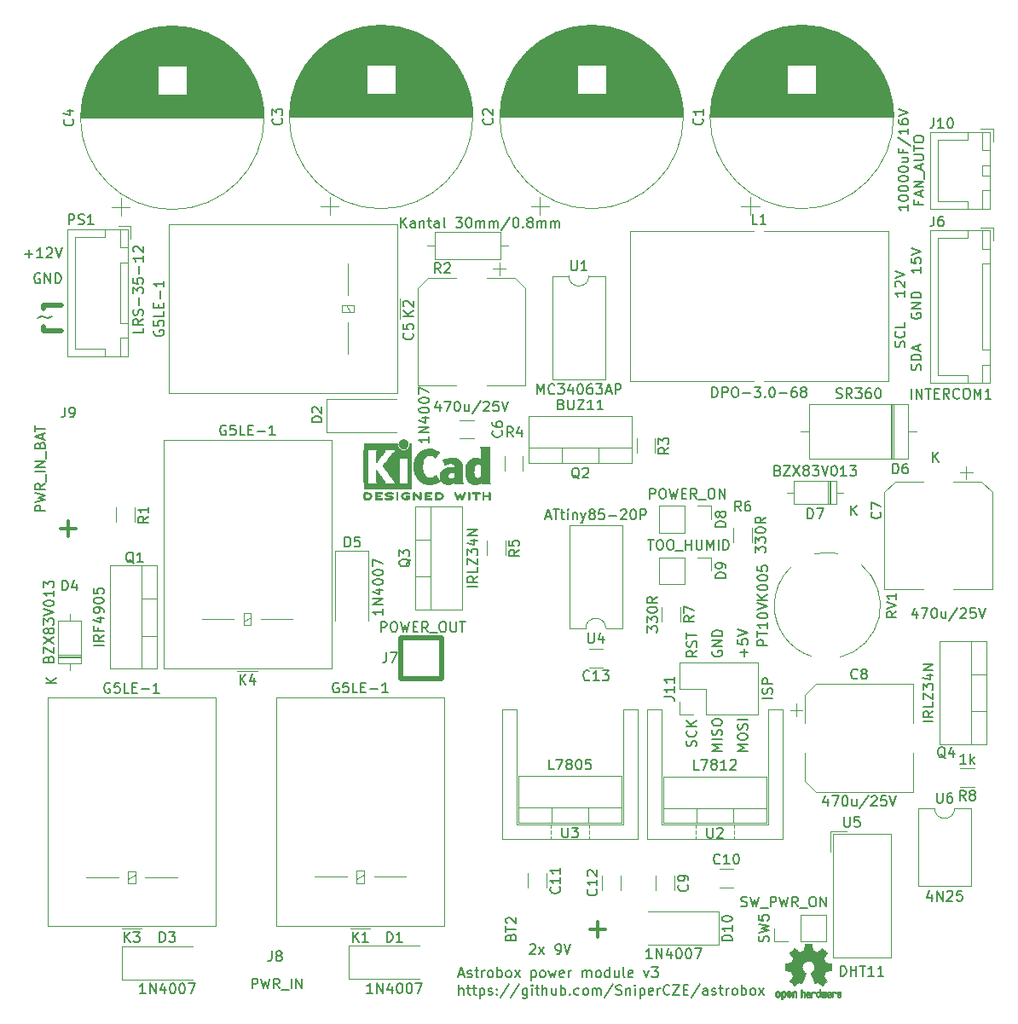
<source format=gto>
%TF.GenerationSoftware,KiCad,Pcbnew,8.0.2-8.0.2-0~ubuntu24.04.1*%
%TF.CreationDate,2024-05-08T13:27:02+02:00*%
%TF.ProjectId,astrobox_power,61737472-6f62-46f7-985f-706f7765722e,3*%
%TF.SameCoordinates,Original*%
%TF.FileFunction,Legend,Top*%
%TF.FilePolarity,Positive*%
%FSLAX46Y46*%
G04 Gerber Fmt 4.6, Leading zero omitted, Abs format (unit mm)*
G04 Created by KiCad (PCBNEW 8.0.2-8.0.2-0~ubuntu24.04.1) date 2024-05-08 13:27:02*
%MOMM*%
%LPD*%
G01*
G04 APERTURE LIST*
%ADD10C,0.500000*%
%ADD11C,0.150000*%
%ADD12C,0.300000*%
%ADD13C,0.200000*%
%ADD14C,0.120000*%
%ADD15C,0.010000*%
G04 APERTURE END LIST*
D10*
X73152000Y-71120000D02*
X73152000Y-71501000D01*
X73152000Y-73279000D02*
X73152000Y-73660000D01*
X108610400Y-104140000D02*
X112725200Y-104140000D01*
X112725200Y-108178600D01*
X108610400Y-108178600D01*
X108610400Y-104140000D01*
X73152000Y-73660000D02*
X74930000Y-73660000D01*
X74930000Y-71120000D02*
X73152000Y-71120000D01*
D11*
X137947400Y-114950639D02*
X137995019Y-114807782D01*
X137995019Y-114807782D02*
X137995019Y-114569687D01*
X137995019Y-114569687D02*
X137947400Y-114474449D01*
X137947400Y-114474449D02*
X137899780Y-114426830D01*
X137899780Y-114426830D02*
X137804542Y-114379211D01*
X137804542Y-114379211D02*
X137709304Y-114379211D01*
X137709304Y-114379211D02*
X137614066Y-114426830D01*
X137614066Y-114426830D02*
X137566447Y-114474449D01*
X137566447Y-114474449D02*
X137518828Y-114569687D01*
X137518828Y-114569687D02*
X137471209Y-114760163D01*
X137471209Y-114760163D02*
X137423590Y-114855401D01*
X137423590Y-114855401D02*
X137375971Y-114903020D01*
X137375971Y-114903020D02*
X137280733Y-114950639D01*
X137280733Y-114950639D02*
X137185495Y-114950639D01*
X137185495Y-114950639D02*
X137090257Y-114903020D01*
X137090257Y-114903020D02*
X137042638Y-114855401D01*
X137042638Y-114855401D02*
X136995019Y-114760163D01*
X136995019Y-114760163D02*
X136995019Y-114522068D01*
X136995019Y-114522068D02*
X137042638Y-114379211D01*
X137899780Y-113379211D02*
X137947400Y-113426830D01*
X137947400Y-113426830D02*
X137995019Y-113569687D01*
X137995019Y-113569687D02*
X137995019Y-113664925D01*
X137995019Y-113664925D02*
X137947400Y-113807782D01*
X137947400Y-113807782D02*
X137852161Y-113903020D01*
X137852161Y-113903020D02*
X137756923Y-113950639D01*
X137756923Y-113950639D02*
X137566447Y-113998258D01*
X137566447Y-113998258D02*
X137423590Y-113998258D01*
X137423590Y-113998258D02*
X137233114Y-113950639D01*
X137233114Y-113950639D02*
X137137876Y-113903020D01*
X137137876Y-113903020D02*
X137042638Y-113807782D01*
X137042638Y-113807782D02*
X136995019Y-113664925D01*
X136995019Y-113664925D02*
X136995019Y-113569687D01*
X136995019Y-113569687D02*
X137042638Y-113426830D01*
X137042638Y-113426830D02*
X137090257Y-113379211D01*
X137995019Y-112950639D02*
X136995019Y-112950639D01*
X137995019Y-112379211D02*
X137423590Y-112807782D01*
X136995019Y-112379211D02*
X137566447Y-112950639D01*
D12*
X74816158Y-93287933D02*
X76339968Y-93287933D01*
X75578063Y-94049838D02*
X75578063Y-92526028D01*
D11*
X71323411Y-66036866D02*
X72085316Y-66036866D01*
X71704363Y-66417819D02*
X71704363Y-65655914D01*
X73085315Y-66417819D02*
X72513887Y-66417819D01*
X72799601Y-66417819D02*
X72799601Y-65417819D01*
X72799601Y-65417819D02*
X72704363Y-65560676D01*
X72704363Y-65560676D02*
X72609125Y-65655914D01*
X72609125Y-65655914D02*
X72513887Y-65703533D01*
X73466268Y-65513057D02*
X73513887Y-65465438D01*
X73513887Y-65465438D02*
X73609125Y-65417819D01*
X73609125Y-65417819D02*
X73847220Y-65417819D01*
X73847220Y-65417819D02*
X73942458Y-65465438D01*
X73942458Y-65465438D02*
X73990077Y-65513057D01*
X73990077Y-65513057D02*
X74037696Y-65608295D01*
X74037696Y-65608295D02*
X74037696Y-65703533D01*
X74037696Y-65703533D02*
X73990077Y-65846390D01*
X73990077Y-65846390D02*
X73418649Y-66417819D01*
X73418649Y-66417819D02*
X74037696Y-66417819D01*
X74323411Y-65417819D02*
X74656744Y-66417819D01*
X74656744Y-66417819D02*
X74990077Y-65417819D01*
D13*
X114418854Y-137579704D02*
X114895044Y-137579704D01*
X114323616Y-137865419D02*
X114656949Y-136865419D01*
X114656949Y-136865419D02*
X114990282Y-137865419D01*
X115275997Y-137817800D02*
X115371235Y-137865419D01*
X115371235Y-137865419D02*
X115561711Y-137865419D01*
X115561711Y-137865419D02*
X115656949Y-137817800D01*
X115656949Y-137817800D02*
X115704568Y-137722561D01*
X115704568Y-137722561D02*
X115704568Y-137674942D01*
X115704568Y-137674942D02*
X115656949Y-137579704D01*
X115656949Y-137579704D02*
X115561711Y-137532085D01*
X115561711Y-137532085D02*
X115418854Y-137532085D01*
X115418854Y-137532085D02*
X115323616Y-137484466D01*
X115323616Y-137484466D02*
X115275997Y-137389228D01*
X115275997Y-137389228D02*
X115275997Y-137341609D01*
X115275997Y-137341609D02*
X115323616Y-137246371D01*
X115323616Y-137246371D02*
X115418854Y-137198752D01*
X115418854Y-137198752D02*
X115561711Y-137198752D01*
X115561711Y-137198752D02*
X115656949Y-137246371D01*
X115990283Y-137198752D02*
X116371235Y-137198752D01*
X116133140Y-136865419D02*
X116133140Y-137722561D01*
X116133140Y-137722561D02*
X116180759Y-137817800D01*
X116180759Y-137817800D02*
X116275997Y-137865419D01*
X116275997Y-137865419D02*
X116371235Y-137865419D01*
X116704569Y-137865419D02*
X116704569Y-137198752D01*
X116704569Y-137389228D02*
X116752188Y-137293990D01*
X116752188Y-137293990D02*
X116799807Y-137246371D01*
X116799807Y-137246371D02*
X116895045Y-137198752D01*
X116895045Y-137198752D02*
X116990283Y-137198752D01*
X117466474Y-137865419D02*
X117371236Y-137817800D01*
X117371236Y-137817800D02*
X117323617Y-137770180D01*
X117323617Y-137770180D02*
X117275998Y-137674942D01*
X117275998Y-137674942D02*
X117275998Y-137389228D01*
X117275998Y-137389228D02*
X117323617Y-137293990D01*
X117323617Y-137293990D02*
X117371236Y-137246371D01*
X117371236Y-137246371D02*
X117466474Y-137198752D01*
X117466474Y-137198752D02*
X117609331Y-137198752D01*
X117609331Y-137198752D02*
X117704569Y-137246371D01*
X117704569Y-137246371D02*
X117752188Y-137293990D01*
X117752188Y-137293990D02*
X117799807Y-137389228D01*
X117799807Y-137389228D02*
X117799807Y-137674942D01*
X117799807Y-137674942D02*
X117752188Y-137770180D01*
X117752188Y-137770180D02*
X117704569Y-137817800D01*
X117704569Y-137817800D02*
X117609331Y-137865419D01*
X117609331Y-137865419D02*
X117466474Y-137865419D01*
X118228379Y-137865419D02*
X118228379Y-136865419D01*
X118228379Y-137246371D02*
X118323617Y-137198752D01*
X118323617Y-137198752D02*
X118514093Y-137198752D01*
X118514093Y-137198752D02*
X118609331Y-137246371D01*
X118609331Y-137246371D02*
X118656950Y-137293990D01*
X118656950Y-137293990D02*
X118704569Y-137389228D01*
X118704569Y-137389228D02*
X118704569Y-137674942D01*
X118704569Y-137674942D02*
X118656950Y-137770180D01*
X118656950Y-137770180D02*
X118609331Y-137817800D01*
X118609331Y-137817800D02*
X118514093Y-137865419D01*
X118514093Y-137865419D02*
X118323617Y-137865419D01*
X118323617Y-137865419D02*
X118228379Y-137817800D01*
X119275998Y-137865419D02*
X119180760Y-137817800D01*
X119180760Y-137817800D02*
X119133141Y-137770180D01*
X119133141Y-137770180D02*
X119085522Y-137674942D01*
X119085522Y-137674942D02*
X119085522Y-137389228D01*
X119085522Y-137389228D02*
X119133141Y-137293990D01*
X119133141Y-137293990D02*
X119180760Y-137246371D01*
X119180760Y-137246371D02*
X119275998Y-137198752D01*
X119275998Y-137198752D02*
X119418855Y-137198752D01*
X119418855Y-137198752D02*
X119514093Y-137246371D01*
X119514093Y-137246371D02*
X119561712Y-137293990D01*
X119561712Y-137293990D02*
X119609331Y-137389228D01*
X119609331Y-137389228D02*
X119609331Y-137674942D01*
X119609331Y-137674942D02*
X119561712Y-137770180D01*
X119561712Y-137770180D02*
X119514093Y-137817800D01*
X119514093Y-137817800D02*
X119418855Y-137865419D01*
X119418855Y-137865419D02*
X119275998Y-137865419D01*
X119942665Y-137865419D02*
X120466474Y-137198752D01*
X119942665Y-137198752D02*
X120466474Y-137865419D01*
X121609332Y-137198752D02*
X121609332Y-138198752D01*
X121609332Y-137246371D02*
X121704570Y-137198752D01*
X121704570Y-137198752D02*
X121895046Y-137198752D01*
X121895046Y-137198752D02*
X121990284Y-137246371D01*
X121990284Y-137246371D02*
X122037903Y-137293990D01*
X122037903Y-137293990D02*
X122085522Y-137389228D01*
X122085522Y-137389228D02*
X122085522Y-137674942D01*
X122085522Y-137674942D02*
X122037903Y-137770180D01*
X122037903Y-137770180D02*
X121990284Y-137817800D01*
X121990284Y-137817800D02*
X121895046Y-137865419D01*
X121895046Y-137865419D02*
X121704570Y-137865419D01*
X121704570Y-137865419D02*
X121609332Y-137817800D01*
X122656951Y-137865419D02*
X122561713Y-137817800D01*
X122561713Y-137817800D02*
X122514094Y-137770180D01*
X122514094Y-137770180D02*
X122466475Y-137674942D01*
X122466475Y-137674942D02*
X122466475Y-137389228D01*
X122466475Y-137389228D02*
X122514094Y-137293990D01*
X122514094Y-137293990D02*
X122561713Y-137246371D01*
X122561713Y-137246371D02*
X122656951Y-137198752D01*
X122656951Y-137198752D02*
X122799808Y-137198752D01*
X122799808Y-137198752D02*
X122895046Y-137246371D01*
X122895046Y-137246371D02*
X122942665Y-137293990D01*
X122942665Y-137293990D02*
X122990284Y-137389228D01*
X122990284Y-137389228D02*
X122990284Y-137674942D01*
X122990284Y-137674942D02*
X122942665Y-137770180D01*
X122942665Y-137770180D02*
X122895046Y-137817800D01*
X122895046Y-137817800D02*
X122799808Y-137865419D01*
X122799808Y-137865419D02*
X122656951Y-137865419D01*
X123323618Y-137198752D02*
X123514094Y-137865419D01*
X123514094Y-137865419D02*
X123704570Y-137389228D01*
X123704570Y-137389228D02*
X123895046Y-137865419D01*
X123895046Y-137865419D02*
X124085522Y-137198752D01*
X124847427Y-137817800D02*
X124752189Y-137865419D01*
X124752189Y-137865419D02*
X124561713Y-137865419D01*
X124561713Y-137865419D02*
X124466475Y-137817800D01*
X124466475Y-137817800D02*
X124418856Y-137722561D01*
X124418856Y-137722561D02*
X124418856Y-137341609D01*
X124418856Y-137341609D02*
X124466475Y-137246371D01*
X124466475Y-137246371D02*
X124561713Y-137198752D01*
X124561713Y-137198752D02*
X124752189Y-137198752D01*
X124752189Y-137198752D02*
X124847427Y-137246371D01*
X124847427Y-137246371D02*
X124895046Y-137341609D01*
X124895046Y-137341609D02*
X124895046Y-137436847D01*
X124895046Y-137436847D02*
X124418856Y-137532085D01*
X125323618Y-137865419D02*
X125323618Y-137198752D01*
X125323618Y-137389228D02*
X125371237Y-137293990D01*
X125371237Y-137293990D02*
X125418856Y-137246371D01*
X125418856Y-137246371D02*
X125514094Y-137198752D01*
X125514094Y-137198752D02*
X125609332Y-137198752D01*
X126704571Y-137865419D02*
X126704571Y-137198752D01*
X126704571Y-137293990D02*
X126752190Y-137246371D01*
X126752190Y-137246371D02*
X126847428Y-137198752D01*
X126847428Y-137198752D02*
X126990285Y-137198752D01*
X126990285Y-137198752D02*
X127085523Y-137246371D01*
X127085523Y-137246371D02*
X127133142Y-137341609D01*
X127133142Y-137341609D02*
X127133142Y-137865419D01*
X127133142Y-137341609D02*
X127180761Y-137246371D01*
X127180761Y-137246371D02*
X127275999Y-137198752D01*
X127275999Y-137198752D02*
X127418856Y-137198752D01*
X127418856Y-137198752D02*
X127514095Y-137246371D01*
X127514095Y-137246371D02*
X127561714Y-137341609D01*
X127561714Y-137341609D02*
X127561714Y-137865419D01*
X128180761Y-137865419D02*
X128085523Y-137817800D01*
X128085523Y-137817800D02*
X128037904Y-137770180D01*
X128037904Y-137770180D02*
X127990285Y-137674942D01*
X127990285Y-137674942D02*
X127990285Y-137389228D01*
X127990285Y-137389228D02*
X128037904Y-137293990D01*
X128037904Y-137293990D02*
X128085523Y-137246371D01*
X128085523Y-137246371D02*
X128180761Y-137198752D01*
X128180761Y-137198752D02*
X128323618Y-137198752D01*
X128323618Y-137198752D02*
X128418856Y-137246371D01*
X128418856Y-137246371D02*
X128466475Y-137293990D01*
X128466475Y-137293990D02*
X128514094Y-137389228D01*
X128514094Y-137389228D02*
X128514094Y-137674942D01*
X128514094Y-137674942D02*
X128466475Y-137770180D01*
X128466475Y-137770180D02*
X128418856Y-137817800D01*
X128418856Y-137817800D02*
X128323618Y-137865419D01*
X128323618Y-137865419D02*
X128180761Y-137865419D01*
X129371237Y-137865419D02*
X129371237Y-136865419D01*
X129371237Y-137817800D02*
X129275999Y-137865419D01*
X129275999Y-137865419D02*
X129085523Y-137865419D01*
X129085523Y-137865419D02*
X128990285Y-137817800D01*
X128990285Y-137817800D02*
X128942666Y-137770180D01*
X128942666Y-137770180D02*
X128895047Y-137674942D01*
X128895047Y-137674942D02*
X128895047Y-137389228D01*
X128895047Y-137389228D02*
X128942666Y-137293990D01*
X128942666Y-137293990D02*
X128990285Y-137246371D01*
X128990285Y-137246371D02*
X129085523Y-137198752D01*
X129085523Y-137198752D02*
X129275999Y-137198752D01*
X129275999Y-137198752D02*
X129371237Y-137246371D01*
X130275999Y-137198752D02*
X130275999Y-137865419D01*
X129847428Y-137198752D02*
X129847428Y-137722561D01*
X129847428Y-137722561D02*
X129895047Y-137817800D01*
X129895047Y-137817800D02*
X129990285Y-137865419D01*
X129990285Y-137865419D02*
X130133142Y-137865419D01*
X130133142Y-137865419D02*
X130228380Y-137817800D01*
X130228380Y-137817800D02*
X130275999Y-137770180D01*
X130895047Y-137865419D02*
X130799809Y-137817800D01*
X130799809Y-137817800D02*
X130752190Y-137722561D01*
X130752190Y-137722561D02*
X130752190Y-136865419D01*
X131656952Y-137817800D02*
X131561714Y-137865419D01*
X131561714Y-137865419D02*
X131371238Y-137865419D01*
X131371238Y-137865419D02*
X131276000Y-137817800D01*
X131276000Y-137817800D02*
X131228381Y-137722561D01*
X131228381Y-137722561D02*
X131228381Y-137341609D01*
X131228381Y-137341609D02*
X131276000Y-137246371D01*
X131276000Y-137246371D02*
X131371238Y-137198752D01*
X131371238Y-137198752D02*
X131561714Y-137198752D01*
X131561714Y-137198752D02*
X131656952Y-137246371D01*
X131656952Y-137246371D02*
X131704571Y-137341609D01*
X131704571Y-137341609D02*
X131704571Y-137436847D01*
X131704571Y-137436847D02*
X131228381Y-137532085D01*
X132799810Y-137198752D02*
X133037905Y-137865419D01*
X133037905Y-137865419D02*
X133276000Y-137198752D01*
X133561715Y-136865419D02*
X134180762Y-136865419D01*
X134180762Y-136865419D02*
X133847429Y-137246371D01*
X133847429Y-137246371D02*
X133990286Y-137246371D01*
X133990286Y-137246371D02*
X134085524Y-137293990D01*
X134085524Y-137293990D02*
X134133143Y-137341609D01*
X134133143Y-137341609D02*
X134180762Y-137436847D01*
X134180762Y-137436847D02*
X134180762Y-137674942D01*
X134180762Y-137674942D02*
X134133143Y-137770180D01*
X134133143Y-137770180D02*
X134085524Y-137817800D01*
X134085524Y-137817800D02*
X133990286Y-137865419D01*
X133990286Y-137865419D02*
X133704572Y-137865419D01*
X133704572Y-137865419D02*
X133609334Y-137817800D01*
X133609334Y-137817800D02*
X133561715Y-137770180D01*
X72553292Y-72386600D02*
X72696149Y-72315171D01*
X72696149Y-72315171D02*
X72981863Y-72243742D01*
X72981863Y-72243742D02*
X73553292Y-72386600D01*
X73553292Y-72386600D02*
X73839006Y-72315171D01*
X73839006Y-72315171D02*
X73981863Y-72243742D01*
D12*
X127393558Y-133077733D02*
X128917368Y-133077733D01*
X128155463Y-133839638D02*
X128155463Y-132315828D01*
D11*
X142729866Y-106013020D02*
X142729866Y-105251116D01*
X143110819Y-105632068D02*
X142348914Y-105632068D01*
X142110819Y-104298735D02*
X142110819Y-104774925D01*
X142110819Y-104774925D02*
X142587009Y-104822544D01*
X142587009Y-104822544D02*
X142539390Y-104774925D01*
X142539390Y-104774925D02*
X142491771Y-104679687D01*
X142491771Y-104679687D02*
X142491771Y-104441592D01*
X142491771Y-104441592D02*
X142539390Y-104346354D01*
X142539390Y-104346354D02*
X142587009Y-104298735D01*
X142587009Y-104298735D02*
X142682247Y-104251116D01*
X142682247Y-104251116D02*
X142920342Y-104251116D01*
X142920342Y-104251116D02*
X143015580Y-104298735D01*
X143015580Y-104298735D02*
X143063200Y-104346354D01*
X143063200Y-104346354D02*
X143110819Y-104441592D01*
X143110819Y-104441592D02*
X143110819Y-104679687D01*
X143110819Y-104679687D02*
X143063200Y-104774925D01*
X143063200Y-104774925D02*
X143015580Y-104822544D01*
X142110819Y-103965401D02*
X143110819Y-103632068D01*
X143110819Y-103632068D02*
X142110819Y-103298735D01*
X140535019Y-115411020D02*
X139535019Y-115411020D01*
X139535019Y-115411020D02*
X140249304Y-115077687D01*
X140249304Y-115077687D02*
X139535019Y-114744354D01*
X139535019Y-114744354D02*
X140535019Y-114744354D01*
X140535019Y-114268163D02*
X139535019Y-114268163D01*
X140487400Y-113839592D02*
X140535019Y-113696735D01*
X140535019Y-113696735D02*
X140535019Y-113458640D01*
X140535019Y-113458640D02*
X140487400Y-113363402D01*
X140487400Y-113363402D02*
X140439780Y-113315783D01*
X140439780Y-113315783D02*
X140344542Y-113268164D01*
X140344542Y-113268164D02*
X140249304Y-113268164D01*
X140249304Y-113268164D02*
X140154066Y-113315783D01*
X140154066Y-113315783D02*
X140106447Y-113363402D01*
X140106447Y-113363402D02*
X140058828Y-113458640D01*
X140058828Y-113458640D02*
X140011209Y-113649116D01*
X140011209Y-113649116D02*
X139963590Y-113744354D01*
X139963590Y-113744354D02*
X139915971Y-113791973D01*
X139915971Y-113791973D02*
X139820733Y-113839592D01*
X139820733Y-113839592D02*
X139725495Y-113839592D01*
X139725495Y-113839592D02*
X139630257Y-113791973D01*
X139630257Y-113791973D02*
X139582638Y-113744354D01*
X139582638Y-113744354D02*
X139535019Y-113649116D01*
X139535019Y-113649116D02*
X139535019Y-113411021D01*
X139535019Y-113411021D02*
X139582638Y-113268164D01*
X139535019Y-112649116D02*
X139535019Y-112458640D01*
X139535019Y-112458640D02*
X139582638Y-112363402D01*
X139582638Y-112363402D02*
X139677876Y-112268164D01*
X139677876Y-112268164D02*
X139868352Y-112220545D01*
X139868352Y-112220545D02*
X140201685Y-112220545D01*
X140201685Y-112220545D02*
X140392161Y-112268164D01*
X140392161Y-112268164D02*
X140487400Y-112363402D01*
X140487400Y-112363402D02*
X140535019Y-112458640D01*
X140535019Y-112458640D02*
X140535019Y-112649116D01*
X140535019Y-112649116D02*
X140487400Y-112744354D01*
X140487400Y-112744354D02*
X140392161Y-112839592D01*
X140392161Y-112839592D02*
X140201685Y-112887211D01*
X140201685Y-112887211D02*
X139868352Y-112887211D01*
X139868352Y-112887211D02*
X139677876Y-112839592D01*
X139677876Y-112839592D02*
X139582638Y-112744354D01*
X139582638Y-112744354D02*
X139535019Y-112649116D01*
X158664056Y-75301524D02*
X158711675Y-75158667D01*
X158711675Y-75158667D02*
X158711675Y-74920572D01*
X158711675Y-74920572D02*
X158664056Y-74825334D01*
X158664056Y-74825334D02*
X158616436Y-74777715D01*
X158616436Y-74777715D02*
X158521198Y-74730096D01*
X158521198Y-74730096D02*
X158425960Y-74730096D01*
X158425960Y-74730096D02*
X158330722Y-74777715D01*
X158330722Y-74777715D02*
X158283103Y-74825334D01*
X158283103Y-74825334D02*
X158235484Y-74920572D01*
X158235484Y-74920572D02*
X158187865Y-75111048D01*
X158187865Y-75111048D02*
X158140246Y-75206286D01*
X158140246Y-75206286D02*
X158092627Y-75253905D01*
X158092627Y-75253905D02*
X157997389Y-75301524D01*
X157997389Y-75301524D02*
X157902151Y-75301524D01*
X157902151Y-75301524D02*
X157806913Y-75253905D01*
X157806913Y-75253905D02*
X157759294Y-75206286D01*
X157759294Y-75206286D02*
X157711675Y-75111048D01*
X157711675Y-75111048D02*
X157711675Y-74872953D01*
X157711675Y-74872953D02*
X157759294Y-74730096D01*
X158616436Y-73730096D02*
X158664056Y-73777715D01*
X158664056Y-73777715D02*
X158711675Y-73920572D01*
X158711675Y-73920572D02*
X158711675Y-74015810D01*
X158711675Y-74015810D02*
X158664056Y-74158667D01*
X158664056Y-74158667D02*
X158568817Y-74253905D01*
X158568817Y-74253905D02*
X158473579Y-74301524D01*
X158473579Y-74301524D02*
X158283103Y-74349143D01*
X158283103Y-74349143D02*
X158140246Y-74349143D01*
X158140246Y-74349143D02*
X157949770Y-74301524D01*
X157949770Y-74301524D02*
X157854532Y-74253905D01*
X157854532Y-74253905D02*
X157759294Y-74158667D01*
X157759294Y-74158667D02*
X157711675Y-74015810D01*
X157711675Y-74015810D02*
X157711675Y-73920572D01*
X157711675Y-73920572D02*
X157759294Y-73777715D01*
X157759294Y-73777715D02*
X157806913Y-73730096D01*
X158711675Y-72825334D02*
X158711675Y-73301524D01*
X158711675Y-73301524D02*
X157711675Y-73301524D01*
X158711675Y-69682476D02*
X158711675Y-70253904D01*
X158711675Y-69968190D02*
X157711675Y-69968190D01*
X157711675Y-69968190D02*
X157854532Y-70063428D01*
X157854532Y-70063428D02*
X157949770Y-70158666D01*
X157949770Y-70158666D02*
X157997389Y-70253904D01*
X157806913Y-69301523D02*
X157759294Y-69253904D01*
X157759294Y-69253904D02*
X157711675Y-69158666D01*
X157711675Y-69158666D02*
X157711675Y-68920571D01*
X157711675Y-68920571D02*
X157759294Y-68825333D01*
X157759294Y-68825333D02*
X157806913Y-68777714D01*
X157806913Y-68777714D02*
X157902151Y-68730095D01*
X157902151Y-68730095D02*
X157997389Y-68730095D01*
X157997389Y-68730095D02*
X158140246Y-68777714D01*
X158140246Y-68777714D02*
X158711675Y-69349142D01*
X158711675Y-69349142D02*
X158711675Y-68730095D01*
X157711675Y-68444380D02*
X158711675Y-68111047D01*
X158711675Y-68111047D02*
X157711675Y-67777714D01*
X160274000Y-77587239D02*
X160321619Y-77444382D01*
X160321619Y-77444382D02*
X160321619Y-77206287D01*
X160321619Y-77206287D02*
X160274000Y-77111049D01*
X160274000Y-77111049D02*
X160226380Y-77063430D01*
X160226380Y-77063430D02*
X160131142Y-77015811D01*
X160131142Y-77015811D02*
X160035904Y-77015811D01*
X160035904Y-77015811D02*
X159940666Y-77063430D01*
X159940666Y-77063430D02*
X159893047Y-77111049D01*
X159893047Y-77111049D02*
X159845428Y-77206287D01*
X159845428Y-77206287D02*
X159797809Y-77396763D01*
X159797809Y-77396763D02*
X159750190Y-77492001D01*
X159750190Y-77492001D02*
X159702571Y-77539620D01*
X159702571Y-77539620D02*
X159607333Y-77587239D01*
X159607333Y-77587239D02*
X159512095Y-77587239D01*
X159512095Y-77587239D02*
X159416857Y-77539620D01*
X159416857Y-77539620D02*
X159369238Y-77492001D01*
X159369238Y-77492001D02*
X159321619Y-77396763D01*
X159321619Y-77396763D02*
X159321619Y-77158668D01*
X159321619Y-77158668D02*
X159369238Y-77015811D01*
X160321619Y-76587239D02*
X159321619Y-76587239D01*
X159321619Y-76587239D02*
X159321619Y-76349144D01*
X159321619Y-76349144D02*
X159369238Y-76206287D01*
X159369238Y-76206287D02*
X159464476Y-76111049D01*
X159464476Y-76111049D02*
X159559714Y-76063430D01*
X159559714Y-76063430D02*
X159750190Y-76015811D01*
X159750190Y-76015811D02*
X159893047Y-76015811D01*
X159893047Y-76015811D02*
X160083523Y-76063430D01*
X160083523Y-76063430D02*
X160178761Y-76111049D01*
X160178761Y-76111049D02*
X160274000Y-76206287D01*
X160274000Y-76206287D02*
X160321619Y-76349144D01*
X160321619Y-76349144D02*
X160321619Y-76587239D01*
X160035904Y-75634858D02*
X160035904Y-75158668D01*
X160321619Y-75730096D02*
X159321619Y-75396763D01*
X159321619Y-75396763D02*
X160321619Y-75063430D01*
X159369238Y-71920572D02*
X159321619Y-72015810D01*
X159321619Y-72015810D02*
X159321619Y-72158667D01*
X159321619Y-72158667D02*
X159369238Y-72301524D01*
X159369238Y-72301524D02*
X159464476Y-72396762D01*
X159464476Y-72396762D02*
X159559714Y-72444381D01*
X159559714Y-72444381D02*
X159750190Y-72492000D01*
X159750190Y-72492000D02*
X159893047Y-72492000D01*
X159893047Y-72492000D02*
X160083523Y-72444381D01*
X160083523Y-72444381D02*
X160178761Y-72396762D01*
X160178761Y-72396762D02*
X160274000Y-72301524D01*
X160274000Y-72301524D02*
X160321619Y-72158667D01*
X160321619Y-72158667D02*
X160321619Y-72063429D01*
X160321619Y-72063429D02*
X160274000Y-71920572D01*
X160274000Y-71920572D02*
X160226380Y-71872953D01*
X160226380Y-71872953D02*
X159893047Y-71872953D01*
X159893047Y-71872953D02*
X159893047Y-72063429D01*
X160321619Y-71444381D02*
X159321619Y-71444381D01*
X159321619Y-71444381D02*
X160321619Y-70872953D01*
X160321619Y-70872953D02*
X159321619Y-70872953D01*
X160321619Y-70396762D02*
X159321619Y-70396762D01*
X159321619Y-70396762D02*
X159321619Y-70158667D01*
X159321619Y-70158667D02*
X159369238Y-70015810D01*
X159369238Y-70015810D02*
X159464476Y-69920572D01*
X159464476Y-69920572D02*
X159559714Y-69872953D01*
X159559714Y-69872953D02*
X159750190Y-69825334D01*
X159750190Y-69825334D02*
X159893047Y-69825334D01*
X159893047Y-69825334D02*
X160083523Y-69872953D01*
X160083523Y-69872953D02*
X160178761Y-69920572D01*
X160178761Y-69920572D02*
X160274000Y-70015810D01*
X160274000Y-70015810D02*
X160321619Y-70158667D01*
X160321619Y-70158667D02*
X160321619Y-70396762D01*
X160321619Y-67349143D02*
X160321619Y-67920571D01*
X160321619Y-67634857D02*
X159321619Y-67634857D01*
X159321619Y-67634857D02*
X159464476Y-67730095D01*
X159464476Y-67730095D02*
X159559714Y-67825333D01*
X159559714Y-67825333D02*
X159607333Y-67920571D01*
X159321619Y-66444381D02*
X159321619Y-66920571D01*
X159321619Y-66920571D02*
X159797809Y-66968190D01*
X159797809Y-66968190D02*
X159750190Y-66920571D01*
X159750190Y-66920571D02*
X159702571Y-66825333D01*
X159702571Y-66825333D02*
X159702571Y-66587238D01*
X159702571Y-66587238D02*
X159750190Y-66492000D01*
X159750190Y-66492000D02*
X159797809Y-66444381D01*
X159797809Y-66444381D02*
X159893047Y-66396762D01*
X159893047Y-66396762D02*
X160131142Y-66396762D01*
X160131142Y-66396762D02*
X160226380Y-66444381D01*
X160226380Y-66444381D02*
X160274000Y-66492000D01*
X160274000Y-66492000D02*
X160321619Y-66587238D01*
X160321619Y-66587238D02*
X160321619Y-66825333D01*
X160321619Y-66825333D02*
X160274000Y-66920571D01*
X160274000Y-66920571D02*
X160226380Y-66968190D01*
X159321619Y-66111047D02*
X160321619Y-65777714D01*
X160321619Y-65777714D02*
X159321619Y-65444381D01*
X139618438Y-105489211D02*
X139570819Y-105584449D01*
X139570819Y-105584449D02*
X139570819Y-105727306D01*
X139570819Y-105727306D02*
X139618438Y-105870163D01*
X139618438Y-105870163D02*
X139713676Y-105965401D01*
X139713676Y-105965401D02*
X139808914Y-106013020D01*
X139808914Y-106013020D02*
X139999390Y-106060639D01*
X139999390Y-106060639D02*
X140142247Y-106060639D01*
X140142247Y-106060639D02*
X140332723Y-106013020D01*
X140332723Y-106013020D02*
X140427961Y-105965401D01*
X140427961Y-105965401D02*
X140523200Y-105870163D01*
X140523200Y-105870163D02*
X140570819Y-105727306D01*
X140570819Y-105727306D02*
X140570819Y-105632068D01*
X140570819Y-105632068D02*
X140523200Y-105489211D01*
X140523200Y-105489211D02*
X140475580Y-105441592D01*
X140475580Y-105441592D02*
X140142247Y-105441592D01*
X140142247Y-105441592D02*
X140142247Y-105632068D01*
X140570819Y-105013020D02*
X139570819Y-105013020D01*
X139570819Y-105013020D02*
X140570819Y-104441592D01*
X140570819Y-104441592D02*
X139570819Y-104441592D01*
X140570819Y-103965401D02*
X139570819Y-103965401D01*
X139570819Y-103965401D02*
X139570819Y-103727306D01*
X139570819Y-103727306D02*
X139618438Y-103584449D01*
X139618438Y-103584449D02*
X139713676Y-103489211D01*
X139713676Y-103489211D02*
X139808914Y-103441592D01*
X139808914Y-103441592D02*
X139999390Y-103393973D01*
X139999390Y-103393973D02*
X140142247Y-103393973D01*
X140142247Y-103393973D02*
X140332723Y-103441592D01*
X140332723Y-103441592D02*
X140427961Y-103489211D01*
X140427961Y-103489211D02*
X140523200Y-103584449D01*
X140523200Y-103584449D02*
X140570819Y-103727306D01*
X140570819Y-103727306D02*
X140570819Y-103965401D01*
X114433579Y-139620619D02*
X114433579Y-138620619D01*
X114862150Y-139620619D02*
X114862150Y-139096809D01*
X114862150Y-139096809D02*
X114814531Y-139001571D01*
X114814531Y-139001571D02*
X114719293Y-138953952D01*
X114719293Y-138953952D02*
X114576436Y-138953952D01*
X114576436Y-138953952D02*
X114481198Y-139001571D01*
X114481198Y-139001571D02*
X114433579Y-139049190D01*
X115195484Y-138953952D02*
X115576436Y-138953952D01*
X115338341Y-138620619D02*
X115338341Y-139477761D01*
X115338341Y-139477761D02*
X115385960Y-139573000D01*
X115385960Y-139573000D02*
X115481198Y-139620619D01*
X115481198Y-139620619D02*
X115576436Y-139620619D01*
X115766913Y-138953952D02*
X116147865Y-138953952D01*
X115909770Y-138620619D02*
X115909770Y-139477761D01*
X115909770Y-139477761D02*
X115957389Y-139573000D01*
X115957389Y-139573000D02*
X116052627Y-139620619D01*
X116052627Y-139620619D02*
X116147865Y-139620619D01*
X116481199Y-138953952D02*
X116481199Y-139953952D01*
X116481199Y-139001571D02*
X116576437Y-138953952D01*
X116576437Y-138953952D02*
X116766913Y-138953952D01*
X116766913Y-138953952D02*
X116862151Y-139001571D01*
X116862151Y-139001571D02*
X116909770Y-139049190D01*
X116909770Y-139049190D02*
X116957389Y-139144428D01*
X116957389Y-139144428D02*
X116957389Y-139430142D01*
X116957389Y-139430142D02*
X116909770Y-139525380D01*
X116909770Y-139525380D02*
X116862151Y-139573000D01*
X116862151Y-139573000D02*
X116766913Y-139620619D01*
X116766913Y-139620619D02*
X116576437Y-139620619D01*
X116576437Y-139620619D02*
X116481199Y-139573000D01*
X117338342Y-139573000D02*
X117433580Y-139620619D01*
X117433580Y-139620619D02*
X117624056Y-139620619D01*
X117624056Y-139620619D02*
X117719294Y-139573000D01*
X117719294Y-139573000D02*
X117766913Y-139477761D01*
X117766913Y-139477761D02*
X117766913Y-139430142D01*
X117766913Y-139430142D02*
X117719294Y-139334904D01*
X117719294Y-139334904D02*
X117624056Y-139287285D01*
X117624056Y-139287285D02*
X117481199Y-139287285D01*
X117481199Y-139287285D02*
X117385961Y-139239666D01*
X117385961Y-139239666D02*
X117338342Y-139144428D01*
X117338342Y-139144428D02*
X117338342Y-139096809D01*
X117338342Y-139096809D02*
X117385961Y-139001571D01*
X117385961Y-139001571D02*
X117481199Y-138953952D01*
X117481199Y-138953952D02*
X117624056Y-138953952D01*
X117624056Y-138953952D02*
X117719294Y-139001571D01*
X118195485Y-139525380D02*
X118243104Y-139573000D01*
X118243104Y-139573000D02*
X118195485Y-139620619D01*
X118195485Y-139620619D02*
X118147866Y-139573000D01*
X118147866Y-139573000D02*
X118195485Y-139525380D01*
X118195485Y-139525380D02*
X118195485Y-139620619D01*
X118195485Y-139001571D02*
X118243104Y-139049190D01*
X118243104Y-139049190D02*
X118195485Y-139096809D01*
X118195485Y-139096809D02*
X118147866Y-139049190D01*
X118147866Y-139049190D02*
X118195485Y-139001571D01*
X118195485Y-139001571D02*
X118195485Y-139096809D01*
X119385960Y-138573000D02*
X118528818Y-139858714D01*
X120433579Y-138573000D02*
X119576437Y-139858714D01*
X121195484Y-138953952D02*
X121195484Y-139763476D01*
X121195484Y-139763476D02*
X121147865Y-139858714D01*
X121147865Y-139858714D02*
X121100246Y-139906333D01*
X121100246Y-139906333D02*
X121005008Y-139953952D01*
X121005008Y-139953952D02*
X120862151Y-139953952D01*
X120862151Y-139953952D02*
X120766913Y-139906333D01*
X121195484Y-139573000D02*
X121100246Y-139620619D01*
X121100246Y-139620619D02*
X120909770Y-139620619D01*
X120909770Y-139620619D02*
X120814532Y-139573000D01*
X120814532Y-139573000D02*
X120766913Y-139525380D01*
X120766913Y-139525380D02*
X120719294Y-139430142D01*
X120719294Y-139430142D02*
X120719294Y-139144428D01*
X120719294Y-139144428D02*
X120766913Y-139049190D01*
X120766913Y-139049190D02*
X120814532Y-139001571D01*
X120814532Y-139001571D02*
X120909770Y-138953952D01*
X120909770Y-138953952D02*
X121100246Y-138953952D01*
X121100246Y-138953952D02*
X121195484Y-139001571D01*
X121671675Y-139620619D02*
X121671675Y-138953952D01*
X121671675Y-138620619D02*
X121624056Y-138668238D01*
X121624056Y-138668238D02*
X121671675Y-138715857D01*
X121671675Y-138715857D02*
X121719294Y-138668238D01*
X121719294Y-138668238D02*
X121671675Y-138620619D01*
X121671675Y-138620619D02*
X121671675Y-138715857D01*
X122005008Y-138953952D02*
X122385960Y-138953952D01*
X122147865Y-138620619D02*
X122147865Y-139477761D01*
X122147865Y-139477761D02*
X122195484Y-139573000D01*
X122195484Y-139573000D02*
X122290722Y-139620619D01*
X122290722Y-139620619D02*
X122385960Y-139620619D01*
X122719294Y-139620619D02*
X122719294Y-138620619D01*
X123147865Y-139620619D02*
X123147865Y-139096809D01*
X123147865Y-139096809D02*
X123100246Y-139001571D01*
X123100246Y-139001571D02*
X123005008Y-138953952D01*
X123005008Y-138953952D02*
X122862151Y-138953952D01*
X122862151Y-138953952D02*
X122766913Y-139001571D01*
X122766913Y-139001571D02*
X122719294Y-139049190D01*
X124052627Y-138953952D02*
X124052627Y-139620619D01*
X123624056Y-138953952D02*
X123624056Y-139477761D01*
X123624056Y-139477761D02*
X123671675Y-139573000D01*
X123671675Y-139573000D02*
X123766913Y-139620619D01*
X123766913Y-139620619D02*
X123909770Y-139620619D01*
X123909770Y-139620619D02*
X124005008Y-139573000D01*
X124005008Y-139573000D02*
X124052627Y-139525380D01*
X124528818Y-139620619D02*
X124528818Y-138620619D01*
X124528818Y-139001571D02*
X124624056Y-138953952D01*
X124624056Y-138953952D02*
X124814532Y-138953952D01*
X124814532Y-138953952D02*
X124909770Y-139001571D01*
X124909770Y-139001571D02*
X124957389Y-139049190D01*
X124957389Y-139049190D02*
X125005008Y-139144428D01*
X125005008Y-139144428D02*
X125005008Y-139430142D01*
X125005008Y-139430142D02*
X124957389Y-139525380D01*
X124957389Y-139525380D02*
X124909770Y-139573000D01*
X124909770Y-139573000D02*
X124814532Y-139620619D01*
X124814532Y-139620619D02*
X124624056Y-139620619D01*
X124624056Y-139620619D02*
X124528818Y-139573000D01*
X125433580Y-139525380D02*
X125481199Y-139573000D01*
X125481199Y-139573000D02*
X125433580Y-139620619D01*
X125433580Y-139620619D02*
X125385961Y-139573000D01*
X125385961Y-139573000D02*
X125433580Y-139525380D01*
X125433580Y-139525380D02*
X125433580Y-139620619D01*
X126338341Y-139573000D02*
X126243103Y-139620619D01*
X126243103Y-139620619D02*
X126052627Y-139620619D01*
X126052627Y-139620619D02*
X125957389Y-139573000D01*
X125957389Y-139573000D02*
X125909770Y-139525380D01*
X125909770Y-139525380D02*
X125862151Y-139430142D01*
X125862151Y-139430142D02*
X125862151Y-139144428D01*
X125862151Y-139144428D02*
X125909770Y-139049190D01*
X125909770Y-139049190D02*
X125957389Y-139001571D01*
X125957389Y-139001571D02*
X126052627Y-138953952D01*
X126052627Y-138953952D02*
X126243103Y-138953952D01*
X126243103Y-138953952D02*
X126338341Y-139001571D01*
X126909770Y-139620619D02*
X126814532Y-139573000D01*
X126814532Y-139573000D02*
X126766913Y-139525380D01*
X126766913Y-139525380D02*
X126719294Y-139430142D01*
X126719294Y-139430142D02*
X126719294Y-139144428D01*
X126719294Y-139144428D02*
X126766913Y-139049190D01*
X126766913Y-139049190D02*
X126814532Y-139001571D01*
X126814532Y-139001571D02*
X126909770Y-138953952D01*
X126909770Y-138953952D02*
X127052627Y-138953952D01*
X127052627Y-138953952D02*
X127147865Y-139001571D01*
X127147865Y-139001571D02*
X127195484Y-139049190D01*
X127195484Y-139049190D02*
X127243103Y-139144428D01*
X127243103Y-139144428D02*
X127243103Y-139430142D01*
X127243103Y-139430142D02*
X127195484Y-139525380D01*
X127195484Y-139525380D02*
X127147865Y-139573000D01*
X127147865Y-139573000D02*
X127052627Y-139620619D01*
X127052627Y-139620619D02*
X126909770Y-139620619D01*
X127671675Y-139620619D02*
X127671675Y-138953952D01*
X127671675Y-139049190D02*
X127719294Y-139001571D01*
X127719294Y-139001571D02*
X127814532Y-138953952D01*
X127814532Y-138953952D02*
X127957389Y-138953952D01*
X127957389Y-138953952D02*
X128052627Y-139001571D01*
X128052627Y-139001571D02*
X128100246Y-139096809D01*
X128100246Y-139096809D02*
X128100246Y-139620619D01*
X128100246Y-139096809D02*
X128147865Y-139001571D01*
X128147865Y-139001571D02*
X128243103Y-138953952D01*
X128243103Y-138953952D02*
X128385960Y-138953952D01*
X128385960Y-138953952D02*
X128481199Y-139001571D01*
X128481199Y-139001571D02*
X128528818Y-139096809D01*
X128528818Y-139096809D02*
X128528818Y-139620619D01*
X129719293Y-138573000D02*
X128862151Y-139858714D01*
X130005008Y-139573000D02*
X130147865Y-139620619D01*
X130147865Y-139620619D02*
X130385960Y-139620619D01*
X130385960Y-139620619D02*
X130481198Y-139573000D01*
X130481198Y-139573000D02*
X130528817Y-139525380D01*
X130528817Y-139525380D02*
X130576436Y-139430142D01*
X130576436Y-139430142D02*
X130576436Y-139334904D01*
X130576436Y-139334904D02*
X130528817Y-139239666D01*
X130528817Y-139239666D02*
X130481198Y-139192047D01*
X130481198Y-139192047D02*
X130385960Y-139144428D01*
X130385960Y-139144428D02*
X130195484Y-139096809D01*
X130195484Y-139096809D02*
X130100246Y-139049190D01*
X130100246Y-139049190D02*
X130052627Y-139001571D01*
X130052627Y-139001571D02*
X130005008Y-138906333D01*
X130005008Y-138906333D02*
X130005008Y-138811095D01*
X130005008Y-138811095D02*
X130052627Y-138715857D01*
X130052627Y-138715857D02*
X130100246Y-138668238D01*
X130100246Y-138668238D02*
X130195484Y-138620619D01*
X130195484Y-138620619D02*
X130433579Y-138620619D01*
X130433579Y-138620619D02*
X130576436Y-138668238D01*
X131005008Y-138953952D02*
X131005008Y-139620619D01*
X131005008Y-139049190D02*
X131052627Y-139001571D01*
X131052627Y-139001571D02*
X131147865Y-138953952D01*
X131147865Y-138953952D02*
X131290722Y-138953952D01*
X131290722Y-138953952D02*
X131385960Y-139001571D01*
X131385960Y-139001571D02*
X131433579Y-139096809D01*
X131433579Y-139096809D02*
X131433579Y-139620619D01*
X131909770Y-139620619D02*
X131909770Y-138953952D01*
X131909770Y-138620619D02*
X131862151Y-138668238D01*
X131862151Y-138668238D02*
X131909770Y-138715857D01*
X131909770Y-138715857D02*
X131957389Y-138668238D01*
X131957389Y-138668238D02*
X131909770Y-138620619D01*
X131909770Y-138620619D02*
X131909770Y-138715857D01*
X132385960Y-138953952D02*
X132385960Y-139953952D01*
X132385960Y-139001571D02*
X132481198Y-138953952D01*
X132481198Y-138953952D02*
X132671674Y-138953952D01*
X132671674Y-138953952D02*
X132766912Y-139001571D01*
X132766912Y-139001571D02*
X132814531Y-139049190D01*
X132814531Y-139049190D02*
X132862150Y-139144428D01*
X132862150Y-139144428D02*
X132862150Y-139430142D01*
X132862150Y-139430142D02*
X132814531Y-139525380D01*
X132814531Y-139525380D02*
X132766912Y-139573000D01*
X132766912Y-139573000D02*
X132671674Y-139620619D01*
X132671674Y-139620619D02*
X132481198Y-139620619D01*
X132481198Y-139620619D02*
X132385960Y-139573000D01*
X133671674Y-139573000D02*
X133576436Y-139620619D01*
X133576436Y-139620619D02*
X133385960Y-139620619D01*
X133385960Y-139620619D02*
X133290722Y-139573000D01*
X133290722Y-139573000D02*
X133243103Y-139477761D01*
X133243103Y-139477761D02*
X133243103Y-139096809D01*
X133243103Y-139096809D02*
X133290722Y-139001571D01*
X133290722Y-139001571D02*
X133385960Y-138953952D01*
X133385960Y-138953952D02*
X133576436Y-138953952D01*
X133576436Y-138953952D02*
X133671674Y-139001571D01*
X133671674Y-139001571D02*
X133719293Y-139096809D01*
X133719293Y-139096809D02*
X133719293Y-139192047D01*
X133719293Y-139192047D02*
X133243103Y-139287285D01*
X134147865Y-139620619D02*
X134147865Y-138953952D01*
X134147865Y-139144428D02*
X134195484Y-139049190D01*
X134195484Y-139049190D02*
X134243103Y-139001571D01*
X134243103Y-139001571D02*
X134338341Y-138953952D01*
X134338341Y-138953952D02*
X134433579Y-138953952D01*
X135338341Y-139525380D02*
X135290722Y-139573000D01*
X135290722Y-139573000D02*
X135147865Y-139620619D01*
X135147865Y-139620619D02*
X135052627Y-139620619D01*
X135052627Y-139620619D02*
X134909770Y-139573000D01*
X134909770Y-139573000D02*
X134814532Y-139477761D01*
X134814532Y-139477761D02*
X134766913Y-139382523D01*
X134766913Y-139382523D02*
X134719294Y-139192047D01*
X134719294Y-139192047D02*
X134719294Y-139049190D01*
X134719294Y-139049190D02*
X134766913Y-138858714D01*
X134766913Y-138858714D02*
X134814532Y-138763476D01*
X134814532Y-138763476D02*
X134909770Y-138668238D01*
X134909770Y-138668238D02*
X135052627Y-138620619D01*
X135052627Y-138620619D02*
X135147865Y-138620619D01*
X135147865Y-138620619D02*
X135290722Y-138668238D01*
X135290722Y-138668238D02*
X135338341Y-138715857D01*
X135671675Y-138620619D02*
X136338341Y-138620619D01*
X136338341Y-138620619D02*
X135671675Y-139620619D01*
X135671675Y-139620619D02*
X136338341Y-139620619D01*
X136719294Y-139096809D02*
X137052627Y-139096809D01*
X137195484Y-139620619D02*
X136719294Y-139620619D01*
X136719294Y-139620619D02*
X136719294Y-138620619D01*
X136719294Y-138620619D02*
X137195484Y-138620619D01*
X138338341Y-138573000D02*
X137481199Y-139858714D01*
X139100246Y-139620619D02*
X139100246Y-139096809D01*
X139100246Y-139096809D02*
X139052627Y-139001571D01*
X139052627Y-139001571D02*
X138957389Y-138953952D01*
X138957389Y-138953952D02*
X138766913Y-138953952D01*
X138766913Y-138953952D02*
X138671675Y-139001571D01*
X139100246Y-139573000D02*
X139005008Y-139620619D01*
X139005008Y-139620619D02*
X138766913Y-139620619D01*
X138766913Y-139620619D02*
X138671675Y-139573000D01*
X138671675Y-139573000D02*
X138624056Y-139477761D01*
X138624056Y-139477761D02*
X138624056Y-139382523D01*
X138624056Y-139382523D02*
X138671675Y-139287285D01*
X138671675Y-139287285D02*
X138766913Y-139239666D01*
X138766913Y-139239666D02*
X139005008Y-139239666D01*
X139005008Y-139239666D02*
X139100246Y-139192047D01*
X139528818Y-139573000D02*
X139624056Y-139620619D01*
X139624056Y-139620619D02*
X139814532Y-139620619D01*
X139814532Y-139620619D02*
X139909770Y-139573000D01*
X139909770Y-139573000D02*
X139957389Y-139477761D01*
X139957389Y-139477761D02*
X139957389Y-139430142D01*
X139957389Y-139430142D02*
X139909770Y-139334904D01*
X139909770Y-139334904D02*
X139814532Y-139287285D01*
X139814532Y-139287285D02*
X139671675Y-139287285D01*
X139671675Y-139287285D02*
X139576437Y-139239666D01*
X139576437Y-139239666D02*
X139528818Y-139144428D01*
X139528818Y-139144428D02*
X139528818Y-139096809D01*
X139528818Y-139096809D02*
X139576437Y-139001571D01*
X139576437Y-139001571D02*
X139671675Y-138953952D01*
X139671675Y-138953952D02*
X139814532Y-138953952D01*
X139814532Y-138953952D02*
X139909770Y-139001571D01*
X140243104Y-138953952D02*
X140624056Y-138953952D01*
X140385961Y-138620619D02*
X140385961Y-139477761D01*
X140385961Y-139477761D02*
X140433580Y-139573000D01*
X140433580Y-139573000D02*
X140528818Y-139620619D01*
X140528818Y-139620619D02*
X140624056Y-139620619D01*
X140957390Y-139620619D02*
X140957390Y-138953952D01*
X140957390Y-139144428D02*
X141005009Y-139049190D01*
X141005009Y-139049190D02*
X141052628Y-139001571D01*
X141052628Y-139001571D02*
X141147866Y-138953952D01*
X141147866Y-138953952D02*
X141243104Y-138953952D01*
X141719295Y-139620619D02*
X141624057Y-139573000D01*
X141624057Y-139573000D02*
X141576438Y-139525380D01*
X141576438Y-139525380D02*
X141528819Y-139430142D01*
X141528819Y-139430142D02*
X141528819Y-139144428D01*
X141528819Y-139144428D02*
X141576438Y-139049190D01*
X141576438Y-139049190D02*
X141624057Y-139001571D01*
X141624057Y-139001571D02*
X141719295Y-138953952D01*
X141719295Y-138953952D02*
X141862152Y-138953952D01*
X141862152Y-138953952D02*
X141957390Y-139001571D01*
X141957390Y-139001571D02*
X142005009Y-139049190D01*
X142005009Y-139049190D02*
X142052628Y-139144428D01*
X142052628Y-139144428D02*
X142052628Y-139430142D01*
X142052628Y-139430142D02*
X142005009Y-139525380D01*
X142005009Y-139525380D02*
X141957390Y-139573000D01*
X141957390Y-139573000D02*
X141862152Y-139620619D01*
X141862152Y-139620619D02*
X141719295Y-139620619D01*
X142481200Y-139620619D02*
X142481200Y-138620619D01*
X142481200Y-139001571D02*
X142576438Y-138953952D01*
X142576438Y-138953952D02*
X142766914Y-138953952D01*
X142766914Y-138953952D02*
X142862152Y-139001571D01*
X142862152Y-139001571D02*
X142909771Y-139049190D01*
X142909771Y-139049190D02*
X142957390Y-139144428D01*
X142957390Y-139144428D02*
X142957390Y-139430142D01*
X142957390Y-139430142D02*
X142909771Y-139525380D01*
X142909771Y-139525380D02*
X142862152Y-139573000D01*
X142862152Y-139573000D02*
X142766914Y-139620619D01*
X142766914Y-139620619D02*
X142576438Y-139620619D01*
X142576438Y-139620619D02*
X142481200Y-139573000D01*
X143528819Y-139620619D02*
X143433581Y-139573000D01*
X143433581Y-139573000D02*
X143385962Y-139525380D01*
X143385962Y-139525380D02*
X143338343Y-139430142D01*
X143338343Y-139430142D02*
X143338343Y-139144428D01*
X143338343Y-139144428D02*
X143385962Y-139049190D01*
X143385962Y-139049190D02*
X143433581Y-139001571D01*
X143433581Y-139001571D02*
X143528819Y-138953952D01*
X143528819Y-138953952D02*
X143671676Y-138953952D01*
X143671676Y-138953952D02*
X143766914Y-139001571D01*
X143766914Y-139001571D02*
X143814533Y-139049190D01*
X143814533Y-139049190D02*
X143862152Y-139144428D01*
X143862152Y-139144428D02*
X143862152Y-139430142D01*
X143862152Y-139430142D02*
X143814533Y-139525380D01*
X143814533Y-139525380D02*
X143766914Y-139573000D01*
X143766914Y-139573000D02*
X143671676Y-139620619D01*
X143671676Y-139620619D02*
X143528819Y-139620619D01*
X144195486Y-139620619D02*
X144719295Y-138953952D01*
X144195486Y-138953952D02*
X144719295Y-139620619D01*
X138030819Y-105441592D02*
X137554628Y-105774925D01*
X138030819Y-106013020D02*
X137030819Y-106013020D01*
X137030819Y-106013020D02*
X137030819Y-105632068D01*
X137030819Y-105632068D02*
X137078438Y-105536830D01*
X137078438Y-105536830D02*
X137126057Y-105489211D01*
X137126057Y-105489211D02*
X137221295Y-105441592D01*
X137221295Y-105441592D02*
X137364152Y-105441592D01*
X137364152Y-105441592D02*
X137459390Y-105489211D01*
X137459390Y-105489211D02*
X137507009Y-105536830D01*
X137507009Y-105536830D02*
X137554628Y-105632068D01*
X137554628Y-105632068D02*
X137554628Y-106013020D01*
X137983200Y-105060639D02*
X138030819Y-104917782D01*
X138030819Y-104917782D02*
X138030819Y-104679687D01*
X138030819Y-104679687D02*
X137983200Y-104584449D01*
X137983200Y-104584449D02*
X137935580Y-104536830D01*
X137935580Y-104536830D02*
X137840342Y-104489211D01*
X137840342Y-104489211D02*
X137745104Y-104489211D01*
X137745104Y-104489211D02*
X137649866Y-104536830D01*
X137649866Y-104536830D02*
X137602247Y-104584449D01*
X137602247Y-104584449D02*
X137554628Y-104679687D01*
X137554628Y-104679687D02*
X137507009Y-104870163D01*
X137507009Y-104870163D02*
X137459390Y-104965401D01*
X137459390Y-104965401D02*
X137411771Y-105013020D01*
X137411771Y-105013020D02*
X137316533Y-105060639D01*
X137316533Y-105060639D02*
X137221295Y-105060639D01*
X137221295Y-105060639D02*
X137126057Y-105013020D01*
X137126057Y-105013020D02*
X137078438Y-104965401D01*
X137078438Y-104965401D02*
X137030819Y-104870163D01*
X137030819Y-104870163D02*
X137030819Y-104632068D01*
X137030819Y-104632068D02*
X137078438Y-104489211D01*
X137030819Y-104203496D02*
X137030819Y-103632068D01*
X138030819Y-103917782D02*
X137030819Y-103917782D01*
X72799601Y-68005438D02*
X72704363Y-67957819D01*
X72704363Y-67957819D02*
X72561506Y-67957819D01*
X72561506Y-67957819D02*
X72418649Y-68005438D01*
X72418649Y-68005438D02*
X72323411Y-68100676D01*
X72323411Y-68100676D02*
X72275792Y-68195914D01*
X72275792Y-68195914D02*
X72228173Y-68386390D01*
X72228173Y-68386390D02*
X72228173Y-68529247D01*
X72228173Y-68529247D02*
X72275792Y-68719723D01*
X72275792Y-68719723D02*
X72323411Y-68814961D01*
X72323411Y-68814961D02*
X72418649Y-68910200D01*
X72418649Y-68910200D02*
X72561506Y-68957819D01*
X72561506Y-68957819D02*
X72656744Y-68957819D01*
X72656744Y-68957819D02*
X72799601Y-68910200D01*
X72799601Y-68910200D02*
X72847220Y-68862580D01*
X72847220Y-68862580D02*
X72847220Y-68529247D01*
X72847220Y-68529247D02*
X72656744Y-68529247D01*
X73275792Y-68957819D02*
X73275792Y-67957819D01*
X73275792Y-67957819D02*
X73847220Y-68957819D01*
X73847220Y-68957819D02*
X73847220Y-67957819D01*
X74323411Y-68957819D02*
X74323411Y-67957819D01*
X74323411Y-67957819D02*
X74561506Y-67957819D01*
X74561506Y-67957819D02*
X74704363Y-68005438D01*
X74704363Y-68005438D02*
X74799601Y-68100676D01*
X74799601Y-68100676D02*
X74847220Y-68195914D01*
X74847220Y-68195914D02*
X74894839Y-68386390D01*
X74894839Y-68386390D02*
X74894839Y-68529247D01*
X74894839Y-68529247D02*
X74847220Y-68719723D01*
X74847220Y-68719723D02*
X74799601Y-68814961D01*
X74799601Y-68814961D02*
X74704363Y-68910200D01*
X74704363Y-68910200D02*
X74561506Y-68957819D01*
X74561506Y-68957819D02*
X74323411Y-68957819D01*
X143075019Y-115411020D02*
X142075019Y-115411020D01*
X142075019Y-115411020D02*
X142789304Y-115077687D01*
X142789304Y-115077687D02*
X142075019Y-114744354D01*
X142075019Y-114744354D02*
X143075019Y-114744354D01*
X142075019Y-114077687D02*
X142075019Y-113887211D01*
X142075019Y-113887211D02*
X142122638Y-113791973D01*
X142122638Y-113791973D02*
X142217876Y-113696735D01*
X142217876Y-113696735D02*
X142408352Y-113649116D01*
X142408352Y-113649116D02*
X142741685Y-113649116D01*
X142741685Y-113649116D02*
X142932161Y-113696735D01*
X142932161Y-113696735D02*
X143027400Y-113791973D01*
X143027400Y-113791973D02*
X143075019Y-113887211D01*
X143075019Y-113887211D02*
X143075019Y-114077687D01*
X143075019Y-114077687D02*
X143027400Y-114172925D01*
X143027400Y-114172925D02*
X142932161Y-114268163D01*
X142932161Y-114268163D02*
X142741685Y-114315782D01*
X142741685Y-114315782D02*
X142408352Y-114315782D01*
X142408352Y-114315782D02*
X142217876Y-114268163D01*
X142217876Y-114268163D02*
X142122638Y-114172925D01*
X142122638Y-114172925D02*
X142075019Y-114077687D01*
X143027400Y-113268163D02*
X143075019Y-113125306D01*
X143075019Y-113125306D02*
X143075019Y-112887211D01*
X143075019Y-112887211D02*
X143027400Y-112791973D01*
X143027400Y-112791973D02*
X142979780Y-112744354D01*
X142979780Y-112744354D02*
X142884542Y-112696735D01*
X142884542Y-112696735D02*
X142789304Y-112696735D01*
X142789304Y-112696735D02*
X142694066Y-112744354D01*
X142694066Y-112744354D02*
X142646447Y-112791973D01*
X142646447Y-112791973D02*
X142598828Y-112887211D01*
X142598828Y-112887211D02*
X142551209Y-113077687D01*
X142551209Y-113077687D02*
X142503590Y-113172925D01*
X142503590Y-113172925D02*
X142455971Y-113220544D01*
X142455971Y-113220544D02*
X142360733Y-113268163D01*
X142360733Y-113268163D02*
X142265495Y-113268163D01*
X142265495Y-113268163D02*
X142170257Y-113220544D01*
X142170257Y-113220544D02*
X142122638Y-113172925D01*
X142122638Y-113172925D02*
X142075019Y-113077687D01*
X142075019Y-113077687D02*
X142075019Y-112839592D01*
X142075019Y-112839592D02*
X142122638Y-112696735D01*
X143075019Y-112268163D02*
X142075019Y-112268163D01*
X140904819Y-93138094D02*
X139904819Y-93138094D01*
X139904819Y-93138094D02*
X139904819Y-92899999D01*
X139904819Y-92899999D02*
X139952438Y-92757142D01*
X139952438Y-92757142D02*
X140047676Y-92661904D01*
X140047676Y-92661904D02*
X140142914Y-92614285D01*
X140142914Y-92614285D02*
X140333390Y-92566666D01*
X140333390Y-92566666D02*
X140476247Y-92566666D01*
X140476247Y-92566666D02*
X140666723Y-92614285D01*
X140666723Y-92614285D02*
X140761961Y-92661904D01*
X140761961Y-92661904D02*
X140857200Y-92757142D01*
X140857200Y-92757142D02*
X140904819Y-92899999D01*
X140904819Y-92899999D02*
X140904819Y-93138094D01*
X140333390Y-91995237D02*
X140285771Y-92090475D01*
X140285771Y-92090475D02*
X140238152Y-92138094D01*
X140238152Y-92138094D02*
X140142914Y-92185713D01*
X140142914Y-92185713D02*
X140095295Y-92185713D01*
X140095295Y-92185713D02*
X140000057Y-92138094D01*
X140000057Y-92138094D02*
X139952438Y-92090475D01*
X139952438Y-92090475D02*
X139904819Y-91995237D01*
X139904819Y-91995237D02*
X139904819Y-91804761D01*
X139904819Y-91804761D02*
X139952438Y-91709523D01*
X139952438Y-91709523D02*
X140000057Y-91661904D01*
X140000057Y-91661904D02*
X140095295Y-91614285D01*
X140095295Y-91614285D02*
X140142914Y-91614285D01*
X140142914Y-91614285D02*
X140238152Y-91661904D01*
X140238152Y-91661904D02*
X140285771Y-91709523D01*
X140285771Y-91709523D02*
X140333390Y-91804761D01*
X140333390Y-91804761D02*
X140333390Y-91995237D01*
X140333390Y-91995237D02*
X140381009Y-92090475D01*
X140381009Y-92090475D02*
X140428628Y-92138094D01*
X140428628Y-92138094D02*
X140523866Y-92185713D01*
X140523866Y-92185713D02*
X140714342Y-92185713D01*
X140714342Y-92185713D02*
X140809580Y-92138094D01*
X140809580Y-92138094D02*
X140857200Y-92090475D01*
X140857200Y-92090475D02*
X140904819Y-91995237D01*
X140904819Y-91995237D02*
X140904819Y-91804761D01*
X140904819Y-91804761D02*
X140857200Y-91709523D01*
X140857200Y-91709523D02*
X140809580Y-91661904D01*
X140809580Y-91661904D02*
X140714342Y-91614285D01*
X140714342Y-91614285D02*
X140523866Y-91614285D01*
X140523866Y-91614285D02*
X140428628Y-91661904D01*
X140428628Y-91661904D02*
X140381009Y-91709523D01*
X140381009Y-91709523D02*
X140333390Y-91804761D01*
X133356905Y-90354819D02*
X133356905Y-89354819D01*
X133356905Y-89354819D02*
X133737857Y-89354819D01*
X133737857Y-89354819D02*
X133833095Y-89402438D01*
X133833095Y-89402438D02*
X133880714Y-89450057D01*
X133880714Y-89450057D02*
X133928333Y-89545295D01*
X133928333Y-89545295D02*
X133928333Y-89688152D01*
X133928333Y-89688152D02*
X133880714Y-89783390D01*
X133880714Y-89783390D02*
X133833095Y-89831009D01*
X133833095Y-89831009D02*
X133737857Y-89878628D01*
X133737857Y-89878628D02*
X133356905Y-89878628D01*
X134547381Y-89354819D02*
X134737857Y-89354819D01*
X134737857Y-89354819D02*
X134833095Y-89402438D01*
X134833095Y-89402438D02*
X134928333Y-89497676D01*
X134928333Y-89497676D02*
X134975952Y-89688152D01*
X134975952Y-89688152D02*
X134975952Y-90021485D01*
X134975952Y-90021485D02*
X134928333Y-90211961D01*
X134928333Y-90211961D02*
X134833095Y-90307200D01*
X134833095Y-90307200D02*
X134737857Y-90354819D01*
X134737857Y-90354819D02*
X134547381Y-90354819D01*
X134547381Y-90354819D02*
X134452143Y-90307200D01*
X134452143Y-90307200D02*
X134356905Y-90211961D01*
X134356905Y-90211961D02*
X134309286Y-90021485D01*
X134309286Y-90021485D02*
X134309286Y-89688152D01*
X134309286Y-89688152D02*
X134356905Y-89497676D01*
X134356905Y-89497676D02*
X134452143Y-89402438D01*
X134452143Y-89402438D02*
X134547381Y-89354819D01*
X135309286Y-89354819D02*
X135547381Y-90354819D01*
X135547381Y-90354819D02*
X135737857Y-89640533D01*
X135737857Y-89640533D02*
X135928333Y-90354819D01*
X135928333Y-90354819D02*
X136166429Y-89354819D01*
X136547381Y-89831009D02*
X136880714Y-89831009D01*
X137023571Y-90354819D02*
X136547381Y-90354819D01*
X136547381Y-90354819D02*
X136547381Y-89354819D01*
X136547381Y-89354819D02*
X137023571Y-89354819D01*
X138023571Y-90354819D02*
X137690238Y-89878628D01*
X137452143Y-90354819D02*
X137452143Y-89354819D01*
X137452143Y-89354819D02*
X137833095Y-89354819D01*
X137833095Y-89354819D02*
X137928333Y-89402438D01*
X137928333Y-89402438D02*
X137975952Y-89450057D01*
X137975952Y-89450057D02*
X138023571Y-89545295D01*
X138023571Y-89545295D02*
X138023571Y-89688152D01*
X138023571Y-89688152D02*
X137975952Y-89783390D01*
X137975952Y-89783390D02*
X137928333Y-89831009D01*
X137928333Y-89831009D02*
X137833095Y-89878628D01*
X137833095Y-89878628D02*
X137452143Y-89878628D01*
X138214048Y-90450057D02*
X138975952Y-90450057D01*
X139404524Y-89354819D02*
X139595000Y-89354819D01*
X139595000Y-89354819D02*
X139690238Y-89402438D01*
X139690238Y-89402438D02*
X139785476Y-89497676D01*
X139785476Y-89497676D02*
X139833095Y-89688152D01*
X139833095Y-89688152D02*
X139833095Y-90021485D01*
X139833095Y-90021485D02*
X139785476Y-90211961D01*
X139785476Y-90211961D02*
X139690238Y-90307200D01*
X139690238Y-90307200D02*
X139595000Y-90354819D01*
X139595000Y-90354819D02*
X139404524Y-90354819D01*
X139404524Y-90354819D02*
X139309286Y-90307200D01*
X139309286Y-90307200D02*
X139214048Y-90211961D01*
X139214048Y-90211961D02*
X139166429Y-90021485D01*
X139166429Y-90021485D02*
X139166429Y-89688152D01*
X139166429Y-89688152D02*
X139214048Y-89497676D01*
X139214048Y-89497676D02*
X139309286Y-89402438D01*
X139309286Y-89402438D02*
X139404524Y-89354819D01*
X140261667Y-90354819D02*
X140261667Y-89354819D01*
X140261667Y-89354819D02*
X140833095Y-90354819D01*
X140833095Y-90354819D02*
X140833095Y-89354819D01*
X120384819Y-95416666D02*
X119908628Y-95749999D01*
X120384819Y-95988094D02*
X119384819Y-95988094D01*
X119384819Y-95988094D02*
X119384819Y-95607142D01*
X119384819Y-95607142D02*
X119432438Y-95511904D01*
X119432438Y-95511904D02*
X119480057Y-95464285D01*
X119480057Y-95464285D02*
X119575295Y-95416666D01*
X119575295Y-95416666D02*
X119718152Y-95416666D01*
X119718152Y-95416666D02*
X119813390Y-95464285D01*
X119813390Y-95464285D02*
X119861009Y-95511904D01*
X119861009Y-95511904D02*
X119908628Y-95607142D01*
X119908628Y-95607142D02*
X119908628Y-95988094D01*
X119384819Y-94511904D02*
X119384819Y-94988094D01*
X119384819Y-94988094D02*
X119861009Y-95035713D01*
X119861009Y-95035713D02*
X119813390Y-94988094D01*
X119813390Y-94988094D02*
X119765771Y-94892856D01*
X119765771Y-94892856D02*
X119765771Y-94654761D01*
X119765771Y-94654761D02*
X119813390Y-94559523D01*
X119813390Y-94559523D02*
X119861009Y-94511904D01*
X119861009Y-94511904D02*
X119956247Y-94464285D01*
X119956247Y-94464285D02*
X120194342Y-94464285D01*
X120194342Y-94464285D02*
X120289580Y-94511904D01*
X120289580Y-94511904D02*
X120337200Y-94559523D01*
X120337200Y-94559523D02*
X120384819Y-94654761D01*
X120384819Y-94654761D02*
X120384819Y-94892856D01*
X120384819Y-94892856D02*
X120337200Y-94988094D01*
X120337200Y-94988094D02*
X120289580Y-95035713D01*
X81181905Y-134382319D02*
X81181905Y-133382319D01*
X81753333Y-134382319D02*
X81324762Y-133810890D01*
X81753333Y-133382319D02*
X81181905Y-133953747D01*
X82086667Y-133382319D02*
X82705714Y-133382319D01*
X82705714Y-133382319D02*
X82372381Y-133763271D01*
X82372381Y-133763271D02*
X82515238Y-133763271D01*
X82515238Y-133763271D02*
X82610476Y-133810890D01*
X82610476Y-133810890D02*
X82658095Y-133858509D01*
X82658095Y-133858509D02*
X82705714Y-133953747D01*
X82705714Y-133953747D02*
X82705714Y-134191842D01*
X82705714Y-134191842D02*
X82658095Y-134287080D01*
X82658095Y-134287080D02*
X82610476Y-134334700D01*
X82610476Y-134334700D02*
X82515238Y-134382319D01*
X82515238Y-134382319D02*
X82229524Y-134382319D01*
X82229524Y-134382319D02*
X82134286Y-134334700D01*
X82134286Y-134334700D02*
X82086667Y-134287080D01*
X79753333Y-108679938D02*
X79658095Y-108632319D01*
X79658095Y-108632319D02*
X79515238Y-108632319D01*
X79515238Y-108632319D02*
X79372381Y-108679938D01*
X79372381Y-108679938D02*
X79277143Y-108775176D01*
X79277143Y-108775176D02*
X79229524Y-108870414D01*
X79229524Y-108870414D02*
X79181905Y-109060890D01*
X79181905Y-109060890D02*
X79181905Y-109203747D01*
X79181905Y-109203747D02*
X79229524Y-109394223D01*
X79229524Y-109394223D02*
X79277143Y-109489461D01*
X79277143Y-109489461D02*
X79372381Y-109584700D01*
X79372381Y-109584700D02*
X79515238Y-109632319D01*
X79515238Y-109632319D02*
X79610476Y-109632319D01*
X79610476Y-109632319D02*
X79753333Y-109584700D01*
X79753333Y-109584700D02*
X79800952Y-109537080D01*
X79800952Y-109537080D02*
X79800952Y-109203747D01*
X79800952Y-109203747D02*
X79610476Y-109203747D01*
X80705714Y-108632319D02*
X80229524Y-108632319D01*
X80229524Y-108632319D02*
X80181905Y-109108509D01*
X80181905Y-109108509D02*
X80229524Y-109060890D01*
X80229524Y-109060890D02*
X80324762Y-109013271D01*
X80324762Y-109013271D02*
X80562857Y-109013271D01*
X80562857Y-109013271D02*
X80658095Y-109060890D01*
X80658095Y-109060890D02*
X80705714Y-109108509D01*
X80705714Y-109108509D02*
X80753333Y-109203747D01*
X80753333Y-109203747D02*
X80753333Y-109441842D01*
X80753333Y-109441842D02*
X80705714Y-109537080D01*
X80705714Y-109537080D02*
X80658095Y-109584700D01*
X80658095Y-109584700D02*
X80562857Y-109632319D01*
X80562857Y-109632319D02*
X80324762Y-109632319D01*
X80324762Y-109632319D02*
X80229524Y-109584700D01*
X80229524Y-109584700D02*
X80181905Y-109537080D01*
X81658095Y-109632319D02*
X81181905Y-109632319D01*
X81181905Y-109632319D02*
X81181905Y-108632319D01*
X81991429Y-109108509D02*
X82324762Y-109108509D01*
X82467619Y-109632319D02*
X81991429Y-109632319D01*
X81991429Y-109632319D02*
X81991429Y-108632319D01*
X81991429Y-108632319D02*
X82467619Y-108632319D01*
X82896191Y-109251366D02*
X83658096Y-109251366D01*
X84658095Y-109632319D02*
X84086667Y-109632319D01*
X84372381Y-109632319D02*
X84372381Y-108632319D01*
X84372381Y-108632319D02*
X84277143Y-108775176D01*
X84277143Y-108775176D02*
X84181905Y-108870414D01*
X84181905Y-108870414D02*
X84086667Y-108918033D01*
X125562295Y-66680019D02*
X125562295Y-67489542D01*
X125562295Y-67489542D02*
X125609914Y-67584780D01*
X125609914Y-67584780D02*
X125657533Y-67632400D01*
X125657533Y-67632400D02*
X125752771Y-67680019D01*
X125752771Y-67680019D02*
X125943247Y-67680019D01*
X125943247Y-67680019D02*
X126038485Y-67632400D01*
X126038485Y-67632400D02*
X126086104Y-67584780D01*
X126086104Y-67584780D02*
X126133723Y-67489542D01*
X126133723Y-67489542D02*
X126133723Y-66680019D01*
X127133723Y-67680019D02*
X126562295Y-67680019D01*
X126848009Y-67680019D02*
X126848009Y-66680019D01*
X126848009Y-66680019D02*
X126752771Y-66822876D01*
X126752771Y-66822876D02*
X126657533Y-66918114D01*
X126657533Y-66918114D02*
X126562295Y-66965733D01*
X122181343Y-79960019D02*
X122181343Y-78960019D01*
X122181343Y-78960019D02*
X122514676Y-79674304D01*
X122514676Y-79674304D02*
X122848009Y-78960019D01*
X122848009Y-78960019D02*
X122848009Y-79960019D01*
X123895628Y-79864780D02*
X123848009Y-79912400D01*
X123848009Y-79912400D02*
X123705152Y-79960019D01*
X123705152Y-79960019D02*
X123609914Y-79960019D01*
X123609914Y-79960019D02*
X123467057Y-79912400D01*
X123467057Y-79912400D02*
X123371819Y-79817161D01*
X123371819Y-79817161D02*
X123324200Y-79721923D01*
X123324200Y-79721923D02*
X123276581Y-79531447D01*
X123276581Y-79531447D02*
X123276581Y-79388590D01*
X123276581Y-79388590D02*
X123324200Y-79198114D01*
X123324200Y-79198114D02*
X123371819Y-79102876D01*
X123371819Y-79102876D02*
X123467057Y-79007638D01*
X123467057Y-79007638D02*
X123609914Y-78960019D01*
X123609914Y-78960019D02*
X123705152Y-78960019D01*
X123705152Y-78960019D02*
X123848009Y-79007638D01*
X123848009Y-79007638D02*
X123895628Y-79055257D01*
X124228962Y-78960019D02*
X124848009Y-78960019D01*
X124848009Y-78960019D02*
X124514676Y-79340971D01*
X124514676Y-79340971D02*
X124657533Y-79340971D01*
X124657533Y-79340971D02*
X124752771Y-79388590D01*
X124752771Y-79388590D02*
X124800390Y-79436209D01*
X124800390Y-79436209D02*
X124848009Y-79531447D01*
X124848009Y-79531447D02*
X124848009Y-79769542D01*
X124848009Y-79769542D02*
X124800390Y-79864780D01*
X124800390Y-79864780D02*
X124752771Y-79912400D01*
X124752771Y-79912400D02*
X124657533Y-79960019D01*
X124657533Y-79960019D02*
X124371819Y-79960019D01*
X124371819Y-79960019D02*
X124276581Y-79912400D01*
X124276581Y-79912400D02*
X124228962Y-79864780D01*
X125705152Y-79293352D02*
X125705152Y-79960019D01*
X125467057Y-78912400D02*
X125228962Y-79626685D01*
X125228962Y-79626685D02*
X125848009Y-79626685D01*
X126419438Y-78960019D02*
X126514676Y-78960019D01*
X126514676Y-78960019D02*
X126609914Y-79007638D01*
X126609914Y-79007638D02*
X126657533Y-79055257D01*
X126657533Y-79055257D02*
X126705152Y-79150495D01*
X126705152Y-79150495D02*
X126752771Y-79340971D01*
X126752771Y-79340971D02*
X126752771Y-79579066D01*
X126752771Y-79579066D02*
X126705152Y-79769542D01*
X126705152Y-79769542D02*
X126657533Y-79864780D01*
X126657533Y-79864780D02*
X126609914Y-79912400D01*
X126609914Y-79912400D02*
X126514676Y-79960019D01*
X126514676Y-79960019D02*
X126419438Y-79960019D01*
X126419438Y-79960019D02*
X126324200Y-79912400D01*
X126324200Y-79912400D02*
X126276581Y-79864780D01*
X126276581Y-79864780D02*
X126228962Y-79769542D01*
X126228962Y-79769542D02*
X126181343Y-79579066D01*
X126181343Y-79579066D02*
X126181343Y-79340971D01*
X126181343Y-79340971D02*
X126228962Y-79150495D01*
X126228962Y-79150495D02*
X126276581Y-79055257D01*
X126276581Y-79055257D02*
X126324200Y-79007638D01*
X126324200Y-79007638D02*
X126419438Y-78960019D01*
X127609914Y-78960019D02*
X127419438Y-78960019D01*
X127419438Y-78960019D02*
X127324200Y-79007638D01*
X127324200Y-79007638D02*
X127276581Y-79055257D01*
X127276581Y-79055257D02*
X127181343Y-79198114D01*
X127181343Y-79198114D02*
X127133724Y-79388590D01*
X127133724Y-79388590D02*
X127133724Y-79769542D01*
X127133724Y-79769542D02*
X127181343Y-79864780D01*
X127181343Y-79864780D02*
X127228962Y-79912400D01*
X127228962Y-79912400D02*
X127324200Y-79960019D01*
X127324200Y-79960019D02*
X127514676Y-79960019D01*
X127514676Y-79960019D02*
X127609914Y-79912400D01*
X127609914Y-79912400D02*
X127657533Y-79864780D01*
X127657533Y-79864780D02*
X127705152Y-79769542D01*
X127705152Y-79769542D02*
X127705152Y-79531447D01*
X127705152Y-79531447D02*
X127657533Y-79436209D01*
X127657533Y-79436209D02*
X127609914Y-79388590D01*
X127609914Y-79388590D02*
X127514676Y-79340971D01*
X127514676Y-79340971D02*
X127324200Y-79340971D01*
X127324200Y-79340971D02*
X127228962Y-79388590D01*
X127228962Y-79388590D02*
X127181343Y-79436209D01*
X127181343Y-79436209D02*
X127133724Y-79531447D01*
X128038486Y-78960019D02*
X128657533Y-78960019D01*
X128657533Y-78960019D02*
X128324200Y-79340971D01*
X128324200Y-79340971D02*
X128467057Y-79340971D01*
X128467057Y-79340971D02*
X128562295Y-79388590D01*
X128562295Y-79388590D02*
X128609914Y-79436209D01*
X128609914Y-79436209D02*
X128657533Y-79531447D01*
X128657533Y-79531447D02*
X128657533Y-79769542D01*
X128657533Y-79769542D02*
X128609914Y-79864780D01*
X128609914Y-79864780D02*
X128562295Y-79912400D01*
X128562295Y-79912400D02*
X128467057Y-79960019D01*
X128467057Y-79960019D02*
X128181343Y-79960019D01*
X128181343Y-79960019D02*
X128086105Y-79912400D01*
X128086105Y-79912400D02*
X128038486Y-79864780D01*
X129038486Y-79674304D02*
X129514676Y-79674304D01*
X128943248Y-79960019D02*
X129276581Y-78960019D01*
X129276581Y-78960019D02*
X129609914Y-79960019D01*
X129943248Y-79960019D02*
X129943248Y-78960019D01*
X129943248Y-78960019D02*
X130324200Y-78960019D01*
X130324200Y-78960019D02*
X130419438Y-79007638D01*
X130419438Y-79007638D02*
X130467057Y-79055257D01*
X130467057Y-79055257D02*
X130514676Y-79150495D01*
X130514676Y-79150495D02*
X130514676Y-79293352D01*
X130514676Y-79293352D02*
X130467057Y-79388590D01*
X130467057Y-79388590D02*
X130419438Y-79436209D01*
X130419438Y-79436209D02*
X130324200Y-79483828D01*
X130324200Y-79483828D02*
X129943248Y-79483828D01*
X142433333Y-91579819D02*
X142100000Y-91103628D01*
X141861905Y-91579819D02*
X141861905Y-90579819D01*
X141861905Y-90579819D02*
X142242857Y-90579819D01*
X142242857Y-90579819D02*
X142338095Y-90627438D01*
X142338095Y-90627438D02*
X142385714Y-90675057D01*
X142385714Y-90675057D02*
X142433333Y-90770295D01*
X142433333Y-90770295D02*
X142433333Y-90913152D01*
X142433333Y-90913152D02*
X142385714Y-91008390D01*
X142385714Y-91008390D02*
X142338095Y-91056009D01*
X142338095Y-91056009D02*
X142242857Y-91103628D01*
X142242857Y-91103628D02*
X141861905Y-91103628D01*
X143290476Y-90579819D02*
X143100000Y-90579819D01*
X143100000Y-90579819D02*
X143004762Y-90627438D01*
X143004762Y-90627438D02*
X142957143Y-90675057D01*
X142957143Y-90675057D02*
X142861905Y-90817914D01*
X142861905Y-90817914D02*
X142814286Y-91008390D01*
X142814286Y-91008390D02*
X142814286Y-91389342D01*
X142814286Y-91389342D02*
X142861905Y-91484580D01*
X142861905Y-91484580D02*
X142909524Y-91532200D01*
X142909524Y-91532200D02*
X143004762Y-91579819D01*
X143004762Y-91579819D02*
X143195238Y-91579819D01*
X143195238Y-91579819D02*
X143290476Y-91532200D01*
X143290476Y-91532200D02*
X143338095Y-91484580D01*
X143338095Y-91484580D02*
X143385714Y-91389342D01*
X143385714Y-91389342D02*
X143385714Y-91151247D01*
X143385714Y-91151247D02*
X143338095Y-91056009D01*
X143338095Y-91056009D02*
X143290476Y-91008390D01*
X143290476Y-91008390D02*
X143195238Y-90960771D01*
X143195238Y-90960771D02*
X143004762Y-90960771D01*
X143004762Y-90960771D02*
X142909524Y-91008390D01*
X142909524Y-91008390D02*
X142861905Y-91056009D01*
X142861905Y-91056009D02*
X142814286Y-91151247D01*
X143849819Y-95710713D02*
X143849819Y-95091666D01*
X143849819Y-95091666D02*
X144230771Y-95424999D01*
X144230771Y-95424999D02*
X144230771Y-95282142D01*
X144230771Y-95282142D02*
X144278390Y-95186904D01*
X144278390Y-95186904D02*
X144326009Y-95139285D01*
X144326009Y-95139285D02*
X144421247Y-95091666D01*
X144421247Y-95091666D02*
X144659342Y-95091666D01*
X144659342Y-95091666D02*
X144754580Y-95139285D01*
X144754580Y-95139285D02*
X144802200Y-95186904D01*
X144802200Y-95186904D02*
X144849819Y-95282142D01*
X144849819Y-95282142D02*
X144849819Y-95567856D01*
X144849819Y-95567856D02*
X144802200Y-95663094D01*
X144802200Y-95663094D02*
X144754580Y-95710713D01*
X143849819Y-94758332D02*
X143849819Y-94139285D01*
X143849819Y-94139285D02*
X144230771Y-94472618D01*
X144230771Y-94472618D02*
X144230771Y-94329761D01*
X144230771Y-94329761D02*
X144278390Y-94234523D01*
X144278390Y-94234523D02*
X144326009Y-94186904D01*
X144326009Y-94186904D02*
X144421247Y-94139285D01*
X144421247Y-94139285D02*
X144659342Y-94139285D01*
X144659342Y-94139285D02*
X144754580Y-94186904D01*
X144754580Y-94186904D02*
X144802200Y-94234523D01*
X144802200Y-94234523D02*
X144849819Y-94329761D01*
X144849819Y-94329761D02*
X144849819Y-94615475D01*
X144849819Y-94615475D02*
X144802200Y-94710713D01*
X144802200Y-94710713D02*
X144754580Y-94758332D01*
X143849819Y-93520237D02*
X143849819Y-93424999D01*
X143849819Y-93424999D02*
X143897438Y-93329761D01*
X143897438Y-93329761D02*
X143945057Y-93282142D01*
X143945057Y-93282142D02*
X144040295Y-93234523D01*
X144040295Y-93234523D02*
X144230771Y-93186904D01*
X144230771Y-93186904D02*
X144468866Y-93186904D01*
X144468866Y-93186904D02*
X144659342Y-93234523D01*
X144659342Y-93234523D02*
X144754580Y-93282142D01*
X144754580Y-93282142D02*
X144802200Y-93329761D01*
X144802200Y-93329761D02*
X144849819Y-93424999D01*
X144849819Y-93424999D02*
X144849819Y-93520237D01*
X144849819Y-93520237D02*
X144802200Y-93615475D01*
X144802200Y-93615475D02*
X144754580Y-93663094D01*
X144754580Y-93663094D02*
X144659342Y-93710713D01*
X144659342Y-93710713D02*
X144468866Y-93758332D01*
X144468866Y-93758332D02*
X144230771Y-93758332D01*
X144230771Y-93758332D02*
X144040295Y-93710713D01*
X144040295Y-93710713D02*
X143945057Y-93663094D01*
X143945057Y-93663094D02*
X143897438Y-93615475D01*
X143897438Y-93615475D02*
X143849819Y-93520237D01*
X144849819Y-92186904D02*
X144373628Y-92520237D01*
X144849819Y-92758332D02*
X143849819Y-92758332D01*
X143849819Y-92758332D02*
X143849819Y-92377380D01*
X143849819Y-92377380D02*
X143897438Y-92282142D01*
X143897438Y-92282142D02*
X143945057Y-92234523D01*
X143945057Y-92234523D02*
X144040295Y-92186904D01*
X144040295Y-92186904D02*
X144183152Y-92186904D01*
X144183152Y-92186904D02*
X144278390Y-92234523D01*
X144278390Y-92234523D02*
X144326009Y-92282142D01*
X144326009Y-92282142D02*
X144373628Y-92377380D01*
X144373628Y-92377380D02*
X144373628Y-92758332D01*
X124673095Y-122999819D02*
X124673095Y-123809342D01*
X124673095Y-123809342D02*
X124720714Y-123904580D01*
X124720714Y-123904580D02*
X124768333Y-123952200D01*
X124768333Y-123952200D02*
X124863571Y-123999819D01*
X124863571Y-123999819D02*
X125054047Y-123999819D01*
X125054047Y-123999819D02*
X125149285Y-123952200D01*
X125149285Y-123952200D02*
X125196904Y-123904580D01*
X125196904Y-123904580D02*
X125244523Y-123809342D01*
X125244523Y-123809342D02*
X125244523Y-122999819D01*
X125625476Y-122999819D02*
X126244523Y-122999819D01*
X126244523Y-122999819D02*
X125911190Y-123380771D01*
X125911190Y-123380771D02*
X126054047Y-123380771D01*
X126054047Y-123380771D02*
X126149285Y-123428390D01*
X126149285Y-123428390D02*
X126196904Y-123476009D01*
X126196904Y-123476009D02*
X126244523Y-123571247D01*
X126244523Y-123571247D02*
X126244523Y-123809342D01*
X126244523Y-123809342D02*
X126196904Y-123904580D01*
X126196904Y-123904580D02*
X126149285Y-123952200D01*
X126149285Y-123952200D02*
X126054047Y-123999819D01*
X126054047Y-123999819D02*
X125768333Y-123999819D01*
X125768333Y-123999819D02*
X125673095Y-123952200D01*
X125673095Y-123952200D02*
X125625476Y-123904580D01*
X123839761Y-117229819D02*
X123363571Y-117229819D01*
X123363571Y-117229819D02*
X123363571Y-116229819D01*
X124077857Y-116229819D02*
X124744523Y-116229819D01*
X124744523Y-116229819D02*
X124315952Y-117229819D01*
X125268333Y-116658390D02*
X125173095Y-116610771D01*
X125173095Y-116610771D02*
X125125476Y-116563152D01*
X125125476Y-116563152D02*
X125077857Y-116467914D01*
X125077857Y-116467914D02*
X125077857Y-116420295D01*
X125077857Y-116420295D02*
X125125476Y-116325057D01*
X125125476Y-116325057D02*
X125173095Y-116277438D01*
X125173095Y-116277438D02*
X125268333Y-116229819D01*
X125268333Y-116229819D02*
X125458809Y-116229819D01*
X125458809Y-116229819D02*
X125554047Y-116277438D01*
X125554047Y-116277438D02*
X125601666Y-116325057D01*
X125601666Y-116325057D02*
X125649285Y-116420295D01*
X125649285Y-116420295D02*
X125649285Y-116467914D01*
X125649285Y-116467914D02*
X125601666Y-116563152D01*
X125601666Y-116563152D02*
X125554047Y-116610771D01*
X125554047Y-116610771D02*
X125458809Y-116658390D01*
X125458809Y-116658390D02*
X125268333Y-116658390D01*
X125268333Y-116658390D02*
X125173095Y-116706009D01*
X125173095Y-116706009D02*
X125125476Y-116753628D01*
X125125476Y-116753628D02*
X125077857Y-116848866D01*
X125077857Y-116848866D02*
X125077857Y-117039342D01*
X125077857Y-117039342D02*
X125125476Y-117134580D01*
X125125476Y-117134580D02*
X125173095Y-117182200D01*
X125173095Y-117182200D02*
X125268333Y-117229819D01*
X125268333Y-117229819D02*
X125458809Y-117229819D01*
X125458809Y-117229819D02*
X125554047Y-117182200D01*
X125554047Y-117182200D02*
X125601666Y-117134580D01*
X125601666Y-117134580D02*
X125649285Y-117039342D01*
X125649285Y-117039342D02*
X125649285Y-116848866D01*
X125649285Y-116848866D02*
X125601666Y-116753628D01*
X125601666Y-116753628D02*
X125554047Y-116706009D01*
X125554047Y-116706009D02*
X125458809Y-116658390D01*
X126268333Y-116229819D02*
X126363571Y-116229819D01*
X126363571Y-116229819D02*
X126458809Y-116277438D01*
X126458809Y-116277438D02*
X126506428Y-116325057D01*
X126506428Y-116325057D02*
X126554047Y-116420295D01*
X126554047Y-116420295D02*
X126601666Y-116610771D01*
X126601666Y-116610771D02*
X126601666Y-116848866D01*
X126601666Y-116848866D02*
X126554047Y-117039342D01*
X126554047Y-117039342D02*
X126506428Y-117134580D01*
X126506428Y-117134580D02*
X126458809Y-117182200D01*
X126458809Y-117182200D02*
X126363571Y-117229819D01*
X126363571Y-117229819D02*
X126268333Y-117229819D01*
X126268333Y-117229819D02*
X126173095Y-117182200D01*
X126173095Y-117182200D02*
X126125476Y-117134580D01*
X126125476Y-117134580D02*
X126077857Y-117039342D01*
X126077857Y-117039342D02*
X126030238Y-116848866D01*
X126030238Y-116848866D02*
X126030238Y-116610771D01*
X126030238Y-116610771D02*
X126077857Y-116420295D01*
X126077857Y-116420295D02*
X126125476Y-116325057D01*
X126125476Y-116325057D02*
X126173095Y-116277438D01*
X126173095Y-116277438D02*
X126268333Y-116229819D01*
X127506428Y-116229819D02*
X127030238Y-116229819D01*
X127030238Y-116229819D02*
X126982619Y-116706009D01*
X126982619Y-116706009D02*
X127030238Y-116658390D01*
X127030238Y-116658390D02*
X127125476Y-116610771D01*
X127125476Y-116610771D02*
X127363571Y-116610771D01*
X127363571Y-116610771D02*
X127458809Y-116658390D01*
X127458809Y-116658390D02*
X127506428Y-116706009D01*
X127506428Y-116706009D02*
X127554047Y-116801247D01*
X127554047Y-116801247D02*
X127554047Y-117039342D01*
X127554047Y-117039342D02*
X127506428Y-117134580D01*
X127506428Y-117134580D02*
X127458809Y-117182200D01*
X127458809Y-117182200D02*
X127363571Y-117229819D01*
X127363571Y-117229819D02*
X127125476Y-117229819D01*
X127125476Y-117229819D02*
X127030238Y-117182200D01*
X127030238Y-117182200D02*
X126982619Y-117134580D01*
X137758419Y-101995266D02*
X137282228Y-102328599D01*
X137758419Y-102566694D02*
X136758419Y-102566694D01*
X136758419Y-102566694D02*
X136758419Y-102185742D01*
X136758419Y-102185742D02*
X136806038Y-102090504D01*
X136806038Y-102090504D02*
X136853657Y-102042885D01*
X136853657Y-102042885D02*
X136948895Y-101995266D01*
X136948895Y-101995266D02*
X137091752Y-101995266D01*
X137091752Y-101995266D02*
X137186990Y-102042885D01*
X137186990Y-102042885D02*
X137234609Y-102090504D01*
X137234609Y-102090504D02*
X137282228Y-102185742D01*
X137282228Y-102185742D02*
X137282228Y-102566694D01*
X136758419Y-101661932D02*
X136758419Y-100995266D01*
X136758419Y-100995266D02*
X137758419Y-101423837D01*
X133118419Y-103614313D02*
X133118419Y-102995266D01*
X133118419Y-102995266D02*
X133499371Y-103328599D01*
X133499371Y-103328599D02*
X133499371Y-103185742D01*
X133499371Y-103185742D02*
X133546990Y-103090504D01*
X133546990Y-103090504D02*
X133594609Y-103042885D01*
X133594609Y-103042885D02*
X133689847Y-102995266D01*
X133689847Y-102995266D02*
X133927942Y-102995266D01*
X133927942Y-102995266D02*
X134023180Y-103042885D01*
X134023180Y-103042885D02*
X134070800Y-103090504D01*
X134070800Y-103090504D02*
X134118419Y-103185742D01*
X134118419Y-103185742D02*
X134118419Y-103471456D01*
X134118419Y-103471456D02*
X134070800Y-103566694D01*
X134070800Y-103566694D02*
X134023180Y-103614313D01*
X133118419Y-102661932D02*
X133118419Y-102042885D01*
X133118419Y-102042885D02*
X133499371Y-102376218D01*
X133499371Y-102376218D02*
X133499371Y-102233361D01*
X133499371Y-102233361D02*
X133546990Y-102138123D01*
X133546990Y-102138123D02*
X133594609Y-102090504D01*
X133594609Y-102090504D02*
X133689847Y-102042885D01*
X133689847Y-102042885D02*
X133927942Y-102042885D01*
X133927942Y-102042885D02*
X134023180Y-102090504D01*
X134023180Y-102090504D02*
X134070800Y-102138123D01*
X134070800Y-102138123D02*
X134118419Y-102233361D01*
X134118419Y-102233361D02*
X134118419Y-102519075D01*
X134118419Y-102519075D02*
X134070800Y-102614313D01*
X134070800Y-102614313D02*
X134023180Y-102661932D01*
X133118419Y-101423837D02*
X133118419Y-101328599D01*
X133118419Y-101328599D02*
X133166038Y-101233361D01*
X133166038Y-101233361D02*
X133213657Y-101185742D01*
X133213657Y-101185742D02*
X133308895Y-101138123D01*
X133308895Y-101138123D02*
X133499371Y-101090504D01*
X133499371Y-101090504D02*
X133737466Y-101090504D01*
X133737466Y-101090504D02*
X133927942Y-101138123D01*
X133927942Y-101138123D02*
X134023180Y-101185742D01*
X134023180Y-101185742D02*
X134070800Y-101233361D01*
X134070800Y-101233361D02*
X134118419Y-101328599D01*
X134118419Y-101328599D02*
X134118419Y-101423837D01*
X134118419Y-101423837D02*
X134070800Y-101519075D01*
X134070800Y-101519075D02*
X134023180Y-101566694D01*
X134023180Y-101566694D02*
X133927942Y-101614313D01*
X133927942Y-101614313D02*
X133737466Y-101661932D01*
X133737466Y-101661932D02*
X133499371Y-101661932D01*
X133499371Y-101661932D02*
X133308895Y-101614313D01*
X133308895Y-101614313D02*
X133213657Y-101566694D01*
X133213657Y-101566694D02*
X133166038Y-101519075D01*
X133166038Y-101519075D02*
X133118419Y-101423837D01*
X134118419Y-100090504D02*
X133642228Y-100423837D01*
X134118419Y-100661932D02*
X133118419Y-100661932D01*
X133118419Y-100661932D02*
X133118419Y-100280980D01*
X133118419Y-100280980D02*
X133166038Y-100185742D01*
X133166038Y-100185742D02*
X133213657Y-100138123D01*
X133213657Y-100138123D02*
X133308895Y-100090504D01*
X133308895Y-100090504D02*
X133451752Y-100090504D01*
X133451752Y-100090504D02*
X133546990Y-100138123D01*
X133546990Y-100138123D02*
X133594609Y-100185742D01*
X133594609Y-100185742D02*
X133642228Y-100280980D01*
X133642228Y-100280980D02*
X133642228Y-100661932D01*
X75004705Y-99452019D02*
X75004705Y-98452019D01*
X75004705Y-98452019D02*
X75242800Y-98452019D01*
X75242800Y-98452019D02*
X75385657Y-98499638D01*
X75385657Y-98499638D02*
X75480895Y-98594876D01*
X75480895Y-98594876D02*
X75528514Y-98690114D01*
X75528514Y-98690114D02*
X75576133Y-98880590D01*
X75576133Y-98880590D02*
X75576133Y-99023447D01*
X75576133Y-99023447D02*
X75528514Y-99213923D01*
X75528514Y-99213923D02*
X75480895Y-99309161D01*
X75480895Y-99309161D02*
X75385657Y-99404400D01*
X75385657Y-99404400D02*
X75242800Y-99452019D01*
X75242800Y-99452019D02*
X75004705Y-99452019D01*
X76433276Y-98785352D02*
X76433276Y-99452019D01*
X76195181Y-98404400D02*
X75957086Y-99118685D01*
X75957086Y-99118685D02*
X76576133Y-99118685D01*
X73673809Y-106287676D02*
X73721428Y-106144819D01*
X73721428Y-106144819D02*
X73769047Y-106097200D01*
X73769047Y-106097200D02*
X73864285Y-106049581D01*
X73864285Y-106049581D02*
X74007142Y-106049581D01*
X74007142Y-106049581D02*
X74102380Y-106097200D01*
X74102380Y-106097200D02*
X74150000Y-106144819D01*
X74150000Y-106144819D02*
X74197619Y-106240057D01*
X74197619Y-106240057D02*
X74197619Y-106621009D01*
X74197619Y-106621009D02*
X73197619Y-106621009D01*
X73197619Y-106621009D02*
X73197619Y-106287676D01*
X73197619Y-106287676D02*
X73245238Y-106192438D01*
X73245238Y-106192438D02*
X73292857Y-106144819D01*
X73292857Y-106144819D02*
X73388095Y-106097200D01*
X73388095Y-106097200D02*
X73483333Y-106097200D01*
X73483333Y-106097200D02*
X73578571Y-106144819D01*
X73578571Y-106144819D02*
X73626190Y-106192438D01*
X73626190Y-106192438D02*
X73673809Y-106287676D01*
X73673809Y-106287676D02*
X73673809Y-106621009D01*
X73197619Y-105716247D02*
X73197619Y-105049581D01*
X73197619Y-105049581D02*
X74197619Y-105716247D01*
X74197619Y-105716247D02*
X74197619Y-105049581D01*
X73197619Y-104763866D02*
X74197619Y-104097200D01*
X73197619Y-104097200D02*
X74197619Y-104763866D01*
X73626190Y-103573390D02*
X73578571Y-103668628D01*
X73578571Y-103668628D02*
X73530952Y-103716247D01*
X73530952Y-103716247D02*
X73435714Y-103763866D01*
X73435714Y-103763866D02*
X73388095Y-103763866D01*
X73388095Y-103763866D02*
X73292857Y-103716247D01*
X73292857Y-103716247D02*
X73245238Y-103668628D01*
X73245238Y-103668628D02*
X73197619Y-103573390D01*
X73197619Y-103573390D02*
X73197619Y-103382914D01*
X73197619Y-103382914D02*
X73245238Y-103287676D01*
X73245238Y-103287676D02*
X73292857Y-103240057D01*
X73292857Y-103240057D02*
X73388095Y-103192438D01*
X73388095Y-103192438D02*
X73435714Y-103192438D01*
X73435714Y-103192438D02*
X73530952Y-103240057D01*
X73530952Y-103240057D02*
X73578571Y-103287676D01*
X73578571Y-103287676D02*
X73626190Y-103382914D01*
X73626190Y-103382914D02*
X73626190Y-103573390D01*
X73626190Y-103573390D02*
X73673809Y-103668628D01*
X73673809Y-103668628D02*
X73721428Y-103716247D01*
X73721428Y-103716247D02*
X73816666Y-103763866D01*
X73816666Y-103763866D02*
X74007142Y-103763866D01*
X74007142Y-103763866D02*
X74102380Y-103716247D01*
X74102380Y-103716247D02*
X74150000Y-103668628D01*
X74150000Y-103668628D02*
X74197619Y-103573390D01*
X74197619Y-103573390D02*
X74197619Y-103382914D01*
X74197619Y-103382914D02*
X74150000Y-103287676D01*
X74150000Y-103287676D02*
X74102380Y-103240057D01*
X74102380Y-103240057D02*
X74007142Y-103192438D01*
X74007142Y-103192438D02*
X73816666Y-103192438D01*
X73816666Y-103192438D02*
X73721428Y-103240057D01*
X73721428Y-103240057D02*
X73673809Y-103287676D01*
X73673809Y-103287676D02*
X73626190Y-103382914D01*
X73197619Y-102859104D02*
X73197619Y-102240057D01*
X73197619Y-102240057D02*
X73578571Y-102573390D01*
X73578571Y-102573390D02*
X73578571Y-102430533D01*
X73578571Y-102430533D02*
X73626190Y-102335295D01*
X73626190Y-102335295D02*
X73673809Y-102287676D01*
X73673809Y-102287676D02*
X73769047Y-102240057D01*
X73769047Y-102240057D02*
X74007142Y-102240057D01*
X74007142Y-102240057D02*
X74102380Y-102287676D01*
X74102380Y-102287676D02*
X74150000Y-102335295D01*
X74150000Y-102335295D02*
X74197619Y-102430533D01*
X74197619Y-102430533D02*
X74197619Y-102716247D01*
X74197619Y-102716247D02*
X74150000Y-102811485D01*
X74150000Y-102811485D02*
X74102380Y-102859104D01*
X73197619Y-101954342D02*
X74197619Y-101621009D01*
X74197619Y-101621009D02*
X73197619Y-101287676D01*
X73197619Y-100763866D02*
X73197619Y-100668628D01*
X73197619Y-100668628D02*
X73245238Y-100573390D01*
X73245238Y-100573390D02*
X73292857Y-100525771D01*
X73292857Y-100525771D02*
X73388095Y-100478152D01*
X73388095Y-100478152D02*
X73578571Y-100430533D01*
X73578571Y-100430533D02*
X73816666Y-100430533D01*
X73816666Y-100430533D02*
X74007142Y-100478152D01*
X74007142Y-100478152D02*
X74102380Y-100525771D01*
X74102380Y-100525771D02*
X74150000Y-100573390D01*
X74150000Y-100573390D02*
X74197619Y-100668628D01*
X74197619Y-100668628D02*
X74197619Y-100763866D01*
X74197619Y-100763866D02*
X74150000Y-100859104D01*
X74150000Y-100859104D02*
X74102380Y-100906723D01*
X74102380Y-100906723D02*
X74007142Y-100954342D01*
X74007142Y-100954342D02*
X73816666Y-101001961D01*
X73816666Y-101001961D02*
X73578571Y-101001961D01*
X73578571Y-101001961D02*
X73388095Y-100954342D01*
X73388095Y-100954342D02*
X73292857Y-100906723D01*
X73292857Y-100906723D02*
X73245238Y-100859104D01*
X73245238Y-100859104D02*
X73197619Y-100763866D01*
X74197619Y-99478152D02*
X74197619Y-100049580D01*
X74197619Y-99763866D02*
X73197619Y-99763866D01*
X73197619Y-99763866D02*
X73340476Y-99859104D01*
X73340476Y-99859104D02*
X73435714Y-99954342D01*
X73435714Y-99954342D02*
X73483333Y-100049580D01*
X73197619Y-99144818D02*
X73197619Y-98525771D01*
X73197619Y-98525771D02*
X73578571Y-98859104D01*
X73578571Y-98859104D02*
X73578571Y-98716247D01*
X73578571Y-98716247D02*
X73626190Y-98621009D01*
X73626190Y-98621009D02*
X73673809Y-98573390D01*
X73673809Y-98573390D02*
X73769047Y-98525771D01*
X73769047Y-98525771D02*
X74007142Y-98525771D01*
X74007142Y-98525771D02*
X74102380Y-98573390D01*
X74102380Y-98573390D02*
X74150000Y-98621009D01*
X74150000Y-98621009D02*
X74197619Y-98716247D01*
X74197619Y-98716247D02*
X74197619Y-99001961D01*
X74197619Y-99001961D02*
X74150000Y-99097199D01*
X74150000Y-99097199D02*
X74102380Y-99144818D01*
X74397619Y-108669104D02*
X73397619Y-108669104D01*
X74397619Y-108097676D02*
X73826190Y-108526247D01*
X73397619Y-108097676D02*
X73969047Y-108669104D01*
X149045705Y-92313019D02*
X149045705Y-91313019D01*
X149045705Y-91313019D02*
X149283800Y-91313019D01*
X149283800Y-91313019D02*
X149426657Y-91360638D01*
X149426657Y-91360638D02*
X149521895Y-91455876D01*
X149521895Y-91455876D02*
X149569514Y-91551114D01*
X149569514Y-91551114D02*
X149617133Y-91741590D01*
X149617133Y-91741590D02*
X149617133Y-91884447D01*
X149617133Y-91884447D02*
X149569514Y-92074923D01*
X149569514Y-92074923D02*
X149521895Y-92170161D01*
X149521895Y-92170161D02*
X149426657Y-92265400D01*
X149426657Y-92265400D02*
X149283800Y-92313019D01*
X149283800Y-92313019D02*
X149045705Y-92313019D01*
X149950467Y-91313019D02*
X150617133Y-91313019D01*
X150617133Y-91313019D02*
X150188562Y-92313019D01*
X146093323Y-87549209D02*
X146236180Y-87596828D01*
X146236180Y-87596828D02*
X146283799Y-87644447D01*
X146283799Y-87644447D02*
X146331418Y-87739685D01*
X146331418Y-87739685D02*
X146331418Y-87882542D01*
X146331418Y-87882542D02*
X146283799Y-87977780D01*
X146283799Y-87977780D02*
X146236180Y-88025400D01*
X146236180Y-88025400D02*
X146140942Y-88073019D01*
X146140942Y-88073019D02*
X145759990Y-88073019D01*
X145759990Y-88073019D02*
X145759990Y-87073019D01*
X145759990Y-87073019D02*
X146093323Y-87073019D01*
X146093323Y-87073019D02*
X146188561Y-87120638D01*
X146188561Y-87120638D02*
X146236180Y-87168257D01*
X146236180Y-87168257D02*
X146283799Y-87263495D01*
X146283799Y-87263495D02*
X146283799Y-87358733D01*
X146283799Y-87358733D02*
X146236180Y-87453971D01*
X146236180Y-87453971D02*
X146188561Y-87501590D01*
X146188561Y-87501590D02*
X146093323Y-87549209D01*
X146093323Y-87549209D02*
X145759990Y-87549209D01*
X146664752Y-87073019D02*
X147331418Y-87073019D01*
X147331418Y-87073019D02*
X146664752Y-88073019D01*
X146664752Y-88073019D02*
X147331418Y-88073019D01*
X147617133Y-87073019D02*
X148283799Y-88073019D01*
X148283799Y-87073019D02*
X147617133Y-88073019D01*
X148807609Y-87501590D02*
X148712371Y-87453971D01*
X148712371Y-87453971D02*
X148664752Y-87406352D01*
X148664752Y-87406352D02*
X148617133Y-87311114D01*
X148617133Y-87311114D02*
X148617133Y-87263495D01*
X148617133Y-87263495D02*
X148664752Y-87168257D01*
X148664752Y-87168257D02*
X148712371Y-87120638D01*
X148712371Y-87120638D02*
X148807609Y-87073019D01*
X148807609Y-87073019D02*
X148998085Y-87073019D01*
X148998085Y-87073019D02*
X149093323Y-87120638D01*
X149093323Y-87120638D02*
X149140942Y-87168257D01*
X149140942Y-87168257D02*
X149188561Y-87263495D01*
X149188561Y-87263495D02*
X149188561Y-87311114D01*
X149188561Y-87311114D02*
X149140942Y-87406352D01*
X149140942Y-87406352D02*
X149093323Y-87453971D01*
X149093323Y-87453971D02*
X148998085Y-87501590D01*
X148998085Y-87501590D02*
X148807609Y-87501590D01*
X148807609Y-87501590D02*
X148712371Y-87549209D01*
X148712371Y-87549209D02*
X148664752Y-87596828D01*
X148664752Y-87596828D02*
X148617133Y-87692066D01*
X148617133Y-87692066D02*
X148617133Y-87882542D01*
X148617133Y-87882542D02*
X148664752Y-87977780D01*
X148664752Y-87977780D02*
X148712371Y-88025400D01*
X148712371Y-88025400D02*
X148807609Y-88073019D01*
X148807609Y-88073019D02*
X148998085Y-88073019D01*
X148998085Y-88073019D02*
X149093323Y-88025400D01*
X149093323Y-88025400D02*
X149140942Y-87977780D01*
X149140942Y-87977780D02*
X149188561Y-87882542D01*
X149188561Y-87882542D02*
X149188561Y-87692066D01*
X149188561Y-87692066D02*
X149140942Y-87596828D01*
X149140942Y-87596828D02*
X149093323Y-87549209D01*
X149093323Y-87549209D02*
X148998085Y-87501590D01*
X149521895Y-87073019D02*
X150140942Y-87073019D01*
X150140942Y-87073019D02*
X149807609Y-87453971D01*
X149807609Y-87453971D02*
X149950466Y-87453971D01*
X149950466Y-87453971D02*
X150045704Y-87501590D01*
X150045704Y-87501590D02*
X150093323Y-87549209D01*
X150093323Y-87549209D02*
X150140942Y-87644447D01*
X150140942Y-87644447D02*
X150140942Y-87882542D01*
X150140942Y-87882542D02*
X150093323Y-87977780D01*
X150093323Y-87977780D02*
X150045704Y-88025400D01*
X150045704Y-88025400D02*
X149950466Y-88073019D01*
X149950466Y-88073019D02*
X149664752Y-88073019D01*
X149664752Y-88073019D02*
X149569514Y-88025400D01*
X149569514Y-88025400D02*
X149521895Y-87977780D01*
X150426657Y-87073019D02*
X150759990Y-88073019D01*
X150759990Y-88073019D02*
X151093323Y-87073019D01*
X151617133Y-87073019D02*
X151712371Y-87073019D01*
X151712371Y-87073019D02*
X151807609Y-87120638D01*
X151807609Y-87120638D02*
X151855228Y-87168257D01*
X151855228Y-87168257D02*
X151902847Y-87263495D01*
X151902847Y-87263495D02*
X151950466Y-87453971D01*
X151950466Y-87453971D02*
X151950466Y-87692066D01*
X151950466Y-87692066D02*
X151902847Y-87882542D01*
X151902847Y-87882542D02*
X151855228Y-87977780D01*
X151855228Y-87977780D02*
X151807609Y-88025400D01*
X151807609Y-88025400D02*
X151712371Y-88073019D01*
X151712371Y-88073019D02*
X151617133Y-88073019D01*
X151617133Y-88073019D02*
X151521895Y-88025400D01*
X151521895Y-88025400D02*
X151474276Y-87977780D01*
X151474276Y-87977780D02*
X151426657Y-87882542D01*
X151426657Y-87882542D02*
X151379038Y-87692066D01*
X151379038Y-87692066D02*
X151379038Y-87453971D01*
X151379038Y-87453971D02*
X151426657Y-87263495D01*
X151426657Y-87263495D02*
X151474276Y-87168257D01*
X151474276Y-87168257D02*
X151521895Y-87120638D01*
X151521895Y-87120638D02*
X151617133Y-87073019D01*
X152902847Y-88073019D02*
X152331419Y-88073019D01*
X152617133Y-88073019D02*
X152617133Y-87073019D01*
X152617133Y-87073019D02*
X152521895Y-87215876D01*
X152521895Y-87215876D02*
X152426657Y-87311114D01*
X152426657Y-87311114D02*
X152331419Y-87358733D01*
X153236181Y-87073019D02*
X153855228Y-87073019D01*
X153855228Y-87073019D02*
X153521895Y-87453971D01*
X153521895Y-87453971D02*
X153664752Y-87453971D01*
X153664752Y-87453971D02*
X153759990Y-87501590D01*
X153759990Y-87501590D02*
X153807609Y-87549209D01*
X153807609Y-87549209D02*
X153855228Y-87644447D01*
X153855228Y-87644447D02*
X153855228Y-87882542D01*
X153855228Y-87882542D02*
X153807609Y-87977780D01*
X153807609Y-87977780D02*
X153759990Y-88025400D01*
X153759990Y-88025400D02*
X153664752Y-88073019D01*
X153664752Y-88073019D02*
X153379038Y-88073019D01*
X153379038Y-88073019D02*
X153283800Y-88025400D01*
X153283800Y-88025400D02*
X153236181Y-87977780D01*
X153331895Y-91993019D02*
X153331895Y-90993019D01*
X153903323Y-91993019D02*
X153474752Y-91421590D01*
X153903323Y-90993019D02*
X153331895Y-91564447D01*
X157857819Y-101560238D02*
X157381628Y-101893571D01*
X157857819Y-102131666D02*
X156857819Y-102131666D01*
X156857819Y-102131666D02*
X156857819Y-101750714D01*
X156857819Y-101750714D02*
X156905438Y-101655476D01*
X156905438Y-101655476D02*
X156953057Y-101607857D01*
X156953057Y-101607857D02*
X157048295Y-101560238D01*
X157048295Y-101560238D02*
X157191152Y-101560238D01*
X157191152Y-101560238D02*
X157286390Y-101607857D01*
X157286390Y-101607857D02*
X157334009Y-101655476D01*
X157334009Y-101655476D02*
X157381628Y-101750714D01*
X157381628Y-101750714D02*
X157381628Y-102131666D01*
X156857819Y-101274523D02*
X157857819Y-100941190D01*
X157857819Y-100941190D02*
X156857819Y-100607857D01*
X157857819Y-99750714D02*
X157857819Y-100322142D01*
X157857819Y-100036428D02*
X156857819Y-100036428D01*
X156857819Y-100036428D02*
X157000676Y-100131666D01*
X157000676Y-100131666D02*
X157095914Y-100226904D01*
X157095914Y-100226904D02*
X157143533Y-100322142D01*
X145057819Y-104917380D02*
X144057819Y-104917380D01*
X144057819Y-104917380D02*
X144057819Y-104536428D01*
X144057819Y-104536428D02*
X144105438Y-104441190D01*
X144105438Y-104441190D02*
X144153057Y-104393571D01*
X144153057Y-104393571D02*
X144248295Y-104345952D01*
X144248295Y-104345952D02*
X144391152Y-104345952D01*
X144391152Y-104345952D02*
X144486390Y-104393571D01*
X144486390Y-104393571D02*
X144534009Y-104441190D01*
X144534009Y-104441190D02*
X144581628Y-104536428D01*
X144581628Y-104536428D02*
X144581628Y-104917380D01*
X144057819Y-104060237D02*
X144057819Y-103488809D01*
X145057819Y-103774523D02*
X144057819Y-103774523D01*
X145057819Y-102631666D02*
X145057819Y-103203094D01*
X145057819Y-102917380D02*
X144057819Y-102917380D01*
X144057819Y-102917380D02*
X144200676Y-103012618D01*
X144200676Y-103012618D02*
X144295914Y-103107856D01*
X144295914Y-103107856D02*
X144343533Y-103203094D01*
X144057819Y-102012618D02*
X144057819Y-101917380D01*
X144057819Y-101917380D02*
X144105438Y-101822142D01*
X144105438Y-101822142D02*
X144153057Y-101774523D01*
X144153057Y-101774523D02*
X144248295Y-101726904D01*
X144248295Y-101726904D02*
X144438771Y-101679285D01*
X144438771Y-101679285D02*
X144676866Y-101679285D01*
X144676866Y-101679285D02*
X144867342Y-101726904D01*
X144867342Y-101726904D02*
X144962580Y-101774523D01*
X144962580Y-101774523D02*
X145010200Y-101822142D01*
X145010200Y-101822142D02*
X145057819Y-101917380D01*
X145057819Y-101917380D02*
X145057819Y-102012618D01*
X145057819Y-102012618D02*
X145010200Y-102107856D01*
X145010200Y-102107856D02*
X144962580Y-102155475D01*
X144962580Y-102155475D02*
X144867342Y-102203094D01*
X144867342Y-102203094D02*
X144676866Y-102250713D01*
X144676866Y-102250713D02*
X144438771Y-102250713D01*
X144438771Y-102250713D02*
X144248295Y-102203094D01*
X144248295Y-102203094D02*
X144153057Y-102155475D01*
X144153057Y-102155475D02*
X144105438Y-102107856D01*
X144105438Y-102107856D02*
X144057819Y-102012618D01*
X144057819Y-101393570D02*
X145057819Y-101060237D01*
X145057819Y-101060237D02*
X144057819Y-100726904D01*
X145057819Y-100393570D02*
X144057819Y-100393570D01*
X145057819Y-99822142D02*
X144486390Y-100250713D01*
X144057819Y-99822142D02*
X144629247Y-100393570D01*
X144057819Y-99203094D02*
X144057819Y-99107856D01*
X144057819Y-99107856D02*
X144105438Y-99012618D01*
X144105438Y-99012618D02*
X144153057Y-98964999D01*
X144153057Y-98964999D02*
X144248295Y-98917380D01*
X144248295Y-98917380D02*
X144438771Y-98869761D01*
X144438771Y-98869761D02*
X144676866Y-98869761D01*
X144676866Y-98869761D02*
X144867342Y-98917380D01*
X144867342Y-98917380D02*
X144962580Y-98964999D01*
X144962580Y-98964999D02*
X145010200Y-99012618D01*
X145010200Y-99012618D02*
X145057819Y-99107856D01*
X145057819Y-99107856D02*
X145057819Y-99203094D01*
X145057819Y-99203094D02*
X145010200Y-99298332D01*
X145010200Y-99298332D02*
X144962580Y-99345951D01*
X144962580Y-99345951D02*
X144867342Y-99393570D01*
X144867342Y-99393570D02*
X144676866Y-99441189D01*
X144676866Y-99441189D02*
X144438771Y-99441189D01*
X144438771Y-99441189D02*
X144248295Y-99393570D01*
X144248295Y-99393570D02*
X144153057Y-99345951D01*
X144153057Y-99345951D02*
X144105438Y-99298332D01*
X144105438Y-99298332D02*
X144057819Y-99203094D01*
X144057819Y-98250713D02*
X144057819Y-98155475D01*
X144057819Y-98155475D02*
X144105438Y-98060237D01*
X144105438Y-98060237D02*
X144153057Y-98012618D01*
X144153057Y-98012618D02*
X144248295Y-97964999D01*
X144248295Y-97964999D02*
X144438771Y-97917380D01*
X144438771Y-97917380D02*
X144676866Y-97917380D01*
X144676866Y-97917380D02*
X144867342Y-97964999D01*
X144867342Y-97964999D02*
X144962580Y-98012618D01*
X144962580Y-98012618D02*
X145010200Y-98060237D01*
X145010200Y-98060237D02*
X145057819Y-98155475D01*
X145057819Y-98155475D02*
X145057819Y-98250713D01*
X145057819Y-98250713D02*
X145010200Y-98345951D01*
X145010200Y-98345951D02*
X144962580Y-98393570D01*
X144962580Y-98393570D02*
X144867342Y-98441189D01*
X144867342Y-98441189D02*
X144676866Y-98488808D01*
X144676866Y-98488808D02*
X144438771Y-98488808D01*
X144438771Y-98488808D02*
X144248295Y-98441189D01*
X144248295Y-98441189D02*
X144153057Y-98393570D01*
X144153057Y-98393570D02*
X144105438Y-98345951D01*
X144105438Y-98345951D02*
X144057819Y-98250713D01*
X144057819Y-97012618D02*
X144057819Y-97488808D01*
X144057819Y-97488808D02*
X144534009Y-97536427D01*
X144534009Y-97536427D02*
X144486390Y-97488808D01*
X144486390Y-97488808D02*
X144438771Y-97393570D01*
X144438771Y-97393570D02*
X144438771Y-97155475D01*
X144438771Y-97155475D02*
X144486390Y-97060237D01*
X144486390Y-97060237D02*
X144534009Y-97012618D01*
X144534009Y-97012618D02*
X144629247Y-96964999D01*
X144629247Y-96964999D02*
X144867342Y-96964999D01*
X144867342Y-96964999D02*
X144962580Y-97012618D01*
X144962580Y-97012618D02*
X145010200Y-97060237D01*
X145010200Y-97060237D02*
X145057819Y-97155475D01*
X145057819Y-97155475D02*
X145057819Y-97393570D01*
X145057819Y-97393570D02*
X145010200Y-97488808D01*
X145010200Y-97488808D02*
X144962580Y-97536427D01*
X95831066Y-135268619D02*
X95831066Y-135982904D01*
X95831066Y-135982904D02*
X95783447Y-136125761D01*
X95783447Y-136125761D02*
X95688209Y-136221000D01*
X95688209Y-136221000D02*
X95545352Y-136268619D01*
X95545352Y-136268619D02*
X95450114Y-136268619D01*
X96450114Y-135697190D02*
X96354876Y-135649571D01*
X96354876Y-135649571D02*
X96307257Y-135601952D01*
X96307257Y-135601952D02*
X96259638Y-135506714D01*
X96259638Y-135506714D02*
X96259638Y-135459095D01*
X96259638Y-135459095D02*
X96307257Y-135363857D01*
X96307257Y-135363857D02*
X96354876Y-135316238D01*
X96354876Y-135316238D02*
X96450114Y-135268619D01*
X96450114Y-135268619D02*
X96640590Y-135268619D01*
X96640590Y-135268619D02*
X96735828Y-135316238D01*
X96735828Y-135316238D02*
X96783447Y-135363857D01*
X96783447Y-135363857D02*
X96831066Y-135459095D01*
X96831066Y-135459095D02*
X96831066Y-135506714D01*
X96831066Y-135506714D02*
X96783447Y-135601952D01*
X96783447Y-135601952D02*
X96735828Y-135649571D01*
X96735828Y-135649571D02*
X96640590Y-135697190D01*
X96640590Y-135697190D02*
X96450114Y-135697190D01*
X96450114Y-135697190D02*
X96354876Y-135744809D01*
X96354876Y-135744809D02*
X96307257Y-135792428D01*
X96307257Y-135792428D02*
X96259638Y-135887666D01*
X96259638Y-135887666D02*
X96259638Y-136078142D01*
X96259638Y-136078142D02*
X96307257Y-136173380D01*
X96307257Y-136173380D02*
X96354876Y-136221000D01*
X96354876Y-136221000D02*
X96450114Y-136268619D01*
X96450114Y-136268619D02*
X96640590Y-136268619D01*
X96640590Y-136268619D02*
X96735828Y-136221000D01*
X96735828Y-136221000D02*
X96783447Y-136173380D01*
X96783447Y-136173380D02*
X96831066Y-136078142D01*
X96831066Y-136078142D02*
X96831066Y-135887666D01*
X96831066Y-135887666D02*
X96783447Y-135792428D01*
X96783447Y-135792428D02*
X96735828Y-135744809D01*
X96735828Y-135744809D02*
X96640590Y-135697190D01*
X93866010Y-138986419D02*
X93866010Y-137986419D01*
X93866010Y-137986419D02*
X94246962Y-137986419D01*
X94246962Y-137986419D02*
X94342200Y-138034038D01*
X94342200Y-138034038D02*
X94389819Y-138081657D01*
X94389819Y-138081657D02*
X94437438Y-138176895D01*
X94437438Y-138176895D02*
X94437438Y-138319752D01*
X94437438Y-138319752D02*
X94389819Y-138414990D01*
X94389819Y-138414990D02*
X94342200Y-138462609D01*
X94342200Y-138462609D02*
X94246962Y-138510228D01*
X94246962Y-138510228D02*
X93866010Y-138510228D01*
X94770772Y-137986419D02*
X95008867Y-138986419D01*
X95008867Y-138986419D02*
X95199343Y-138272133D01*
X95199343Y-138272133D02*
X95389819Y-138986419D01*
X95389819Y-138986419D02*
X95627915Y-137986419D01*
X96580295Y-138986419D02*
X96246962Y-138510228D01*
X96008867Y-138986419D02*
X96008867Y-137986419D01*
X96008867Y-137986419D02*
X96389819Y-137986419D01*
X96389819Y-137986419D02*
X96485057Y-138034038D01*
X96485057Y-138034038D02*
X96532676Y-138081657D01*
X96532676Y-138081657D02*
X96580295Y-138176895D01*
X96580295Y-138176895D02*
X96580295Y-138319752D01*
X96580295Y-138319752D02*
X96532676Y-138414990D01*
X96532676Y-138414990D02*
X96485057Y-138462609D01*
X96485057Y-138462609D02*
X96389819Y-138510228D01*
X96389819Y-138510228D02*
X96008867Y-138510228D01*
X96770772Y-139081657D02*
X97532676Y-139081657D01*
X97770772Y-138986419D02*
X97770772Y-137986419D01*
X98246962Y-138986419D02*
X98246962Y-137986419D01*
X98246962Y-137986419D02*
X98818390Y-138986419D01*
X98818390Y-138986419D02*
X98818390Y-137986419D01*
X126371361Y-88360657D02*
X126276123Y-88313038D01*
X126276123Y-88313038D02*
X126180885Y-88217800D01*
X126180885Y-88217800D02*
X126038028Y-88074942D01*
X126038028Y-88074942D02*
X125942790Y-88027323D01*
X125942790Y-88027323D02*
X125847552Y-88027323D01*
X125895171Y-88265419D02*
X125799933Y-88217800D01*
X125799933Y-88217800D02*
X125704695Y-88122561D01*
X125704695Y-88122561D02*
X125657076Y-87932085D01*
X125657076Y-87932085D02*
X125657076Y-87598752D01*
X125657076Y-87598752D02*
X125704695Y-87408276D01*
X125704695Y-87408276D02*
X125799933Y-87313038D01*
X125799933Y-87313038D02*
X125895171Y-87265419D01*
X125895171Y-87265419D02*
X126085647Y-87265419D01*
X126085647Y-87265419D02*
X126180885Y-87313038D01*
X126180885Y-87313038D02*
X126276123Y-87408276D01*
X126276123Y-87408276D02*
X126323742Y-87598752D01*
X126323742Y-87598752D02*
X126323742Y-87932085D01*
X126323742Y-87932085D02*
X126276123Y-88122561D01*
X126276123Y-88122561D02*
X126180885Y-88217800D01*
X126180885Y-88217800D02*
X126085647Y-88265419D01*
X126085647Y-88265419D02*
X125895171Y-88265419D01*
X126704695Y-87360657D02*
X126752314Y-87313038D01*
X126752314Y-87313038D02*
X126847552Y-87265419D01*
X126847552Y-87265419D02*
X127085647Y-87265419D01*
X127085647Y-87265419D02*
X127180885Y-87313038D01*
X127180885Y-87313038D02*
X127228504Y-87360657D01*
X127228504Y-87360657D02*
X127276123Y-87455895D01*
X127276123Y-87455895D02*
X127276123Y-87551133D01*
X127276123Y-87551133D02*
X127228504Y-87693990D01*
X127228504Y-87693990D02*
X126657076Y-88265419D01*
X126657076Y-88265419D02*
X127276123Y-88265419D01*
X124585647Y-80971609D02*
X124728504Y-81019228D01*
X124728504Y-81019228D02*
X124776123Y-81066847D01*
X124776123Y-81066847D02*
X124823742Y-81162085D01*
X124823742Y-81162085D02*
X124823742Y-81304942D01*
X124823742Y-81304942D02*
X124776123Y-81400180D01*
X124776123Y-81400180D02*
X124728504Y-81447800D01*
X124728504Y-81447800D02*
X124633266Y-81495419D01*
X124633266Y-81495419D02*
X124252314Y-81495419D01*
X124252314Y-81495419D02*
X124252314Y-80495419D01*
X124252314Y-80495419D02*
X124585647Y-80495419D01*
X124585647Y-80495419D02*
X124680885Y-80543038D01*
X124680885Y-80543038D02*
X124728504Y-80590657D01*
X124728504Y-80590657D02*
X124776123Y-80685895D01*
X124776123Y-80685895D02*
X124776123Y-80781133D01*
X124776123Y-80781133D02*
X124728504Y-80876371D01*
X124728504Y-80876371D02*
X124680885Y-80923990D01*
X124680885Y-80923990D02*
X124585647Y-80971609D01*
X124585647Y-80971609D02*
X124252314Y-80971609D01*
X125252314Y-80495419D02*
X125252314Y-81304942D01*
X125252314Y-81304942D02*
X125299933Y-81400180D01*
X125299933Y-81400180D02*
X125347552Y-81447800D01*
X125347552Y-81447800D02*
X125442790Y-81495419D01*
X125442790Y-81495419D02*
X125633266Y-81495419D01*
X125633266Y-81495419D02*
X125728504Y-81447800D01*
X125728504Y-81447800D02*
X125776123Y-81400180D01*
X125776123Y-81400180D02*
X125823742Y-81304942D01*
X125823742Y-81304942D02*
X125823742Y-80495419D01*
X126204695Y-80495419D02*
X126871361Y-80495419D01*
X126871361Y-80495419D02*
X126204695Y-81495419D01*
X126204695Y-81495419D02*
X126871361Y-81495419D01*
X127776123Y-81495419D02*
X127204695Y-81495419D01*
X127490409Y-81495419D02*
X127490409Y-80495419D01*
X127490409Y-80495419D02*
X127395171Y-80638276D01*
X127395171Y-80638276D02*
X127299933Y-80733514D01*
X127299933Y-80733514D02*
X127204695Y-80781133D01*
X128728504Y-81495419D02*
X128157076Y-81495419D01*
X128442790Y-81495419D02*
X128442790Y-80495419D01*
X128442790Y-80495419D02*
X128347552Y-80638276D01*
X128347552Y-80638276D02*
X128252314Y-80733514D01*
X128252314Y-80733514D02*
X128157076Y-80781133D01*
X103881905Y-134354819D02*
X103881905Y-133354819D01*
X104453333Y-134354819D02*
X104024762Y-133783390D01*
X104453333Y-133354819D02*
X103881905Y-133926247D01*
X105405714Y-134354819D02*
X104834286Y-134354819D01*
X105120000Y-134354819D02*
X105120000Y-133354819D01*
X105120000Y-133354819D02*
X105024762Y-133497676D01*
X105024762Y-133497676D02*
X104929524Y-133592914D01*
X104929524Y-133592914D02*
X104834286Y-133640533D01*
X102453333Y-108652438D02*
X102358095Y-108604819D01*
X102358095Y-108604819D02*
X102215238Y-108604819D01*
X102215238Y-108604819D02*
X102072381Y-108652438D01*
X102072381Y-108652438D02*
X101977143Y-108747676D01*
X101977143Y-108747676D02*
X101929524Y-108842914D01*
X101929524Y-108842914D02*
X101881905Y-109033390D01*
X101881905Y-109033390D02*
X101881905Y-109176247D01*
X101881905Y-109176247D02*
X101929524Y-109366723D01*
X101929524Y-109366723D02*
X101977143Y-109461961D01*
X101977143Y-109461961D02*
X102072381Y-109557200D01*
X102072381Y-109557200D02*
X102215238Y-109604819D01*
X102215238Y-109604819D02*
X102310476Y-109604819D01*
X102310476Y-109604819D02*
X102453333Y-109557200D01*
X102453333Y-109557200D02*
X102500952Y-109509580D01*
X102500952Y-109509580D02*
X102500952Y-109176247D01*
X102500952Y-109176247D02*
X102310476Y-109176247D01*
X103405714Y-108604819D02*
X102929524Y-108604819D01*
X102929524Y-108604819D02*
X102881905Y-109081009D01*
X102881905Y-109081009D02*
X102929524Y-109033390D01*
X102929524Y-109033390D02*
X103024762Y-108985771D01*
X103024762Y-108985771D02*
X103262857Y-108985771D01*
X103262857Y-108985771D02*
X103358095Y-109033390D01*
X103358095Y-109033390D02*
X103405714Y-109081009D01*
X103405714Y-109081009D02*
X103453333Y-109176247D01*
X103453333Y-109176247D02*
X103453333Y-109414342D01*
X103453333Y-109414342D02*
X103405714Y-109509580D01*
X103405714Y-109509580D02*
X103358095Y-109557200D01*
X103358095Y-109557200D02*
X103262857Y-109604819D01*
X103262857Y-109604819D02*
X103024762Y-109604819D01*
X103024762Y-109604819D02*
X102929524Y-109557200D01*
X102929524Y-109557200D02*
X102881905Y-109509580D01*
X104358095Y-109604819D02*
X103881905Y-109604819D01*
X103881905Y-109604819D02*
X103881905Y-108604819D01*
X104691429Y-109081009D02*
X105024762Y-109081009D01*
X105167619Y-109604819D02*
X104691429Y-109604819D01*
X104691429Y-109604819D02*
X104691429Y-108604819D01*
X104691429Y-108604819D02*
X105167619Y-108604819D01*
X105596191Y-109223866D02*
X106358096Y-109223866D01*
X107358095Y-109604819D02*
X106786667Y-109604819D01*
X107072381Y-109604819D02*
X107072381Y-108604819D01*
X107072381Y-108604819D02*
X106977143Y-108747676D01*
X106977143Y-108747676D02*
X106881905Y-108842914D01*
X106881905Y-108842914D02*
X106786667Y-108890533D01*
X135243819Y-85257266D02*
X134767628Y-85590599D01*
X135243819Y-85828694D02*
X134243819Y-85828694D01*
X134243819Y-85828694D02*
X134243819Y-85447742D01*
X134243819Y-85447742D02*
X134291438Y-85352504D01*
X134291438Y-85352504D02*
X134339057Y-85304885D01*
X134339057Y-85304885D02*
X134434295Y-85257266D01*
X134434295Y-85257266D02*
X134577152Y-85257266D01*
X134577152Y-85257266D02*
X134672390Y-85304885D01*
X134672390Y-85304885D02*
X134720009Y-85352504D01*
X134720009Y-85352504D02*
X134767628Y-85447742D01*
X134767628Y-85447742D02*
X134767628Y-85828694D01*
X134243819Y-84923932D02*
X134243819Y-84304885D01*
X134243819Y-84304885D02*
X134624771Y-84638218D01*
X134624771Y-84638218D02*
X134624771Y-84495361D01*
X134624771Y-84495361D02*
X134672390Y-84400123D01*
X134672390Y-84400123D02*
X134720009Y-84352504D01*
X134720009Y-84352504D02*
X134815247Y-84304885D01*
X134815247Y-84304885D02*
X135053342Y-84304885D01*
X135053342Y-84304885D02*
X135148580Y-84352504D01*
X135148580Y-84352504D02*
X135196200Y-84400123D01*
X135196200Y-84400123D02*
X135243819Y-84495361D01*
X135243819Y-84495361D02*
X135243819Y-84781075D01*
X135243819Y-84781075D02*
X135196200Y-84876313D01*
X135196200Y-84876313D02*
X135148580Y-84923932D01*
X107210266Y-105626819D02*
X107210266Y-106341104D01*
X107210266Y-106341104D02*
X107162647Y-106483961D01*
X107162647Y-106483961D02*
X107067409Y-106579200D01*
X107067409Y-106579200D02*
X106924552Y-106626819D01*
X106924552Y-106626819D02*
X106829314Y-106626819D01*
X107591219Y-105626819D02*
X108257885Y-105626819D01*
X108257885Y-105626819D02*
X107829314Y-106626819D01*
D13*
X106675752Y-103576219D02*
X106675752Y-102576219D01*
X106675752Y-102576219D02*
X107056704Y-102576219D01*
X107056704Y-102576219D02*
X107151942Y-102623838D01*
X107151942Y-102623838D02*
X107199561Y-102671457D01*
X107199561Y-102671457D02*
X107247180Y-102766695D01*
X107247180Y-102766695D02*
X107247180Y-102909552D01*
X107247180Y-102909552D02*
X107199561Y-103004790D01*
X107199561Y-103004790D02*
X107151942Y-103052409D01*
X107151942Y-103052409D02*
X107056704Y-103100028D01*
X107056704Y-103100028D02*
X106675752Y-103100028D01*
X107866228Y-102576219D02*
X108056704Y-102576219D01*
X108056704Y-102576219D02*
X108151942Y-102623838D01*
X108151942Y-102623838D02*
X108247180Y-102719076D01*
X108247180Y-102719076D02*
X108294799Y-102909552D01*
X108294799Y-102909552D02*
X108294799Y-103242885D01*
X108294799Y-103242885D02*
X108247180Y-103433361D01*
X108247180Y-103433361D02*
X108151942Y-103528600D01*
X108151942Y-103528600D02*
X108056704Y-103576219D01*
X108056704Y-103576219D02*
X107866228Y-103576219D01*
X107866228Y-103576219D02*
X107770990Y-103528600D01*
X107770990Y-103528600D02*
X107675752Y-103433361D01*
X107675752Y-103433361D02*
X107628133Y-103242885D01*
X107628133Y-103242885D02*
X107628133Y-102909552D01*
X107628133Y-102909552D02*
X107675752Y-102719076D01*
X107675752Y-102719076D02*
X107770990Y-102623838D01*
X107770990Y-102623838D02*
X107866228Y-102576219D01*
X108628133Y-102576219D02*
X108866228Y-103576219D01*
X108866228Y-103576219D02*
X109056704Y-102861933D01*
X109056704Y-102861933D02*
X109247180Y-103576219D01*
X109247180Y-103576219D02*
X109485276Y-102576219D01*
X109866228Y-103052409D02*
X110199561Y-103052409D01*
X110342418Y-103576219D02*
X109866228Y-103576219D01*
X109866228Y-103576219D02*
X109866228Y-102576219D01*
X109866228Y-102576219D02*
X110342418Y-102576219D01*
X111342418Y-103576219D02*
X111009085Y-103100028D01*
X110770990Y-103576219D02*
X110770990Y-102576219D01*
X110770990Y-102576219D02*
X111151942Y-102576219D01*
X111151942Y-102576219D02*
X111247180Y-102623838D01*
X111247180Y-102623838D02*
X111294799Y-102671457D01*
X111294799Y-102671457D02*
X111342418Y-102766695D01*
X111342418Y-102766695D02*
X111342418Y-102909552D01*
X111342418Y-102909552D02*
X111294799Y-103004790D01*
X111294799Y-103004790D02*
X111247180Y-103052409D01*
X111247180Y-103052409D02*
X111151942Y-103100028D01*
X111151942Y-103100028D02*
X110770990Y-103100028D01*
X111532895Y-103671457D02*
X112294799Y-103671457D01*
X112723371Y-102576219D02*
X112913847Y-102576219D01*
X112913847Y-102576219D02*
X113009085Y-102623838D01*
X113009085Y-102623838D02*
X113104323Y-102719076D01*
X113104323Y-102719076D02*
X113151942Y-102909552D01*
X113151942Y-102909552D02*
X113151942Y-103242885D01*
X113151942Y-103242885D02*
X113104323Y-103433361D01*
X113104323Y-103433361D02*
X113009085Y-103528600D01*
X113009085Y-103528600D02*
X112913847Y-103576219D01*
X112913847Y-103576219D02*
X112723371Y-103576219D01*
X112723371Y-103576219D02*
X112628133Y-103528600D01*
X112628133Y-103528600D02*
X112532895Y-103433361D01*
X112532895Y-103433361D02*
X112485276Y-103242885D01*
X112485276Y-103242885D02*
X112485276Y-102909552D01*
X112485276Y-102909552D02*
X112532895Y-102719076D01*
X112532895Y-102719076D02*
X112628133Y-102623838D01*
X112628133Y-102623838D02*
X112723371Y-102576219D01*
X113580514Y-102576219D02*
X113580514Y-103385742D01*
X113580514Y-103385742D02*
X113628133Y-103480980D01*
X113628133Y-103480980D02*
X113675752Y-103528600D01*
X113675752Y-103528600D02*
X113770990Y-103576219D01*
X113770990Y-103576219D02*
X113961466Y-103576219D01*
X113961466Y-103576219D02*
X114056704Y-103528600D01*
X114056704Y-103528600D02*
X114104323Y-103480980D01*
X114104323Y-103480980D02*
X114151942Y-103385742D01*
X114151942Y-103385742D02*
X114151942Y-102576219D01*
X114485276Y-102576219D02*
X115056704Y-102576219D01*
X114770990Y-103576219D02*
X114770990Y-102576219D01*
D11*
X109869419Y-72208094D02*
X108869419Y-72208094D01*
X109869419Y-71636666D02*
X109297990Y-72065237D01*
X108869419Y-71636666D02*
X109440847Y-72208094D01*
X108964657Y-71255713D02*
X108917038Y-71208094D01*
X108917038Y-71208094D02*
X108869419Y-71112856D01*
X108869419Y-71112856D02*
X108869419Y-70874761D01*
X108869419Y-70874761D02*
X108917038Y-70779523D01*
X108917038Y-70779523D02*
X108964657Y-70731904D01*
X108964657Y-70731904D02*
X109059895Y-70684285D01*
X109059895Y-70684285D02*
X109155133Y-70684285D01*
X109155133Y-70684285D02*
X109297990Y-70731904D01*
X109297990Y-70731904D02*
X109869419Y-71303332D01*
X109869419Y-71303332D02*
X109869419Y-70684285D01*
X84167038Y-73636666D02*
X84119419Y-73731904D01*
X84119419Y-73731904D02*
X84119419Y-73874761D01*
X84119419Y-73874761D02*
X84167038Y-74017618D01*
X84167038Y-74017618D02*
X84262276Y-74112856D01*
X84262276Y-74112856D02*
X84357514Y-74160475D01*
X84357514Y-74160475D02*
X84547990Y-74208094D01*
X84547990Y-74208094D02*
X84690847Y-74208094D01*
X84690847Y-74208094D02*
X84881323Y-74160475D01*
X84881323Y-74160475D02*
X84976561Y-74112856D01*
X84976561Y-74112856D02*
X85071800Y-74017618D01*
X85071800Y-74017618D02*
X85119419Y-73874761D01*
X85119419Y-73874761D02*
X85119419Y-73779523D01*
X85119419Y-73779523D02*
X85071800Y-73636666D01*
X85071800Y-73636666D02*
X85024180Y-73589047D01*
X85024180Y-73589047D02*
X84690847Y-73589047D01*
X84690847Y-73589047D02*
X84690847Y-73779523D01*
X84119419Y-72684285D02*
X84119419Y-73160475D01*
X84119419Y-73160475D02*
X84595609Y-73208094D01*
X84595609Y-73208094D02*
X84547990Y-73160475D01*
X84547990Y-73160475D02*
X84500371Y-73065237D01*
X84500371Y-73065237D02*
X84500371Y-72827142D01*
X84500371Y-72827142D02*
X84547990Y-72731904D01*
X84547990Y-72731904D02*
X84595609Y-72684285D01*
X84595609Y-72684285D02*
X84690847Y-72636666D01*
X84690847Y-72636666D02*
X84928942Y-72636666D01*
X84928942Y-72636666D02*
X85024180Y-72684285D01*
X85024180Y-72684285D02*
X85071800Y-72731904D01*
X85071800Y-72731904D02*
X85119419Y-72827142D01*
X85119419Y-72827142D02*
X85119419Y-73065237D01*
X85119419Y-73065237D02*
X85071800Y-73160475D01*
X85071800Y-73160475D02*
X85024180Y-73208094D01*
X85119419Y-71731904D02*
X85119419Y-72208094D01*
X85119419Y-72208094D02*
X84119419Y-72208094D01*
X84595609Y-71398570D02*
X84595609Y-71065237D01*
X85119419Y-70922380D02*
X85119419Y-71398570D01*
X85119419Y-71398570D02*
X84119419Y-71398570D01*
X84119419Y-71398570D02*
X84119419Y-70922380D01*
X84738466Y-70493808D02*
X84738466Y-69731904D01*
X85119419Y-68731904D02*
X85119419Y-69303332D01*
X85119419Y-69017618D02*
X84119419Y-69017618D01*
X84119419Y-69017618D02*
X84262276Y-69112856D01*
X84262276Y-69112856D02*
X84357514Y-69208094D01*
X84357514Y-69208094D02*
X84405133Y-69303332D01*
X141529819Y-134239285D02*
X140529819Y-134239285D01*
X140529819Y-134239285D02*
X140529819Y-134001190D01*
X140529819Y-134001190D02*
X140577438Y-133858333D01*
X140577438Y-133858333D02*
X140672676Y-133763095D01*
X140672676Y-133763095D02*
X140767914Y-133715476D01*
X140767914Y-133715476D02*
X140958390Y-133667857D01*
X140958390Y-133667857D02*
X141101247Y-133667857D01*
X141101247Y-133667857D02*
X141291723Y-133715476D01*
X141291723Y-133715476D02*
X141386961Y-133763095D01*
X141386961Y-133763095D02*
X141482200Y-133858333D01*
X141482200Y-133858333D02*
X141529819Y-134001190D01*
X141529819Y-134001190D02*
X141529819Y-134239285D01*
X141529819Y-132715476D02*
X141529819Y-133286904D01*
X141529819Y-133001190D02*
X140529819Y-133001190D01*
X140529819Y-133001190D02*
X140672676Y-133096428D01*
X140672676Y-133096428D02*
X140767914Y-133191666D01*
X140767914Y-133191666D02*
X140815533Y-133286904D01*
X140529819Y-132096428D02*
X140529819Y-132001190D01*
X140529819Y-132001190D02*
X140577438Y-131905952D01*
X140577438Y-131905952D02*
X140625057Y-131858333D01*
X140625057Y-131858333D02*
X140720295Y-131810714D01*
X140720295Y-131810714D02*
X140910771Y-131763095D01*
X140910771Y-131763095D02*
X141148866Y-131763095D01*
X141148866Y-131763095D02*
X141339342Y-131810714D01*
X141339342Y-131810714D02*
X141434580Y-131858333D01*
X141434580Y-131858333D02*
X141482200Y-131905952D01*
X141482200Y-131905952D02*
X141529819Y-132001190D01*
X141529819Y-132001190D02*
X141529819Y-132096428D01*
X141529819Y-132096428D02*
X141482200Y-132191666D01*
X141482200Y-132191666D02*
X141434580Y-132239285D01*
X141434580Y-132239285D02*
X141339342Y-132286904D01*
X141339342Y-132286904D02*
X141148866Y-132334523D01*
X141148866Y-132334523D02*
X140910771Y-132334523D01*
X140910771Y-132334523D02*
X140720295Y-132286904D01*
X140720295Y-132286904D02*
X140625057Y-132239285D01*
X140625057Y-132239285D02*
X140577438Y-132191666D01*
X140577438Y-132191666D02*
X140529819Y-132096428D01*
X133582142Y-136004819D02*
X133010714Y-136004819D01*
X133296428Y-136004819D02*
X133296428Y-135004819D01*
X133296428Y-135004819D02*
X133201190Y-135147676D01*
X133201190Y-135147676D02*
X133105952Y-135242914D01*
X133105952Y-135242914D02*
X133010714Y-135290533D01*
X134010714Y-136004819D02*
X134010714Y-135004819D01*
X134010714Y-135004819D02*
X134582142Y-136004819D01*
X134582142Y-136004819D02*
X134582142Y-135004819D01*
X135486904Y-135338152D02*
X135486904Y-136004819D01*
X135248809Y-134957200D02*
X135010714Y-135671485D01*
X135010714Y-135671485D02*
X135629761Y-135671485D01*
X136201190Y-135004819D02*
X136296428Y-135004819D01*
X136296428Y-135004819D02*
X136391666Y-135052438D01*
X136391666Y-135052438D02*
X136439285Y-135100057D01*
X136439285Y-135100057D02*
X136486904Y-135195295D01*
X136486904Y-135195295D02*
X136534523Y-135385771D01*
X136534523Y-135385771D02*
X136534523Y-135623866D01*
X136534523Y-135623866D02*
X136486904Y-135814342D01*
X136486904Y-135814342D02*
X136439285Y-135909580D01*
X136439285Y-135909580D02*
X136391666Y-135957200D01*
X136391666Y-135957200D02*
X136296428Y-136004819D01*
X136296428Y-136004819D02*
X136201190Y-136004819D01*
X136201190Y-136004819D02*
X136105952Y-135957200D01*
X136105952Y-135957200D02*
X136058333Y-135909580D01*
X136058333Y-135909580D02*
X136010714Y-135814342D01*
X136010714Y-135814342D02*
X135963095Y-135623866D01*
X135963095Y-135623866D02*
X135963095Y-135385771D01*
X135963095Y-135385771D02*
X136010714Y-135195295D01*
X136010714Y-135195295D02*
X136058333Y-135100057D01*
X136058333Y-135100057D02*
X136105952Y-135052438D01*
X136105952Y-135052438D02*
X136201190Y-135004819D01*
X137153571Y-135004819D02*
X137248809Y-135004819D01*
X137248809Y-135004819D02*
X137344047Y-135052438D01*
X137344047Y-135052438D02*
X137391666Y-135100057D01*
X137391666Y-135100057D02*
X137439285Y-135195295D01*
X137439285Y-135195295D02*
X137486904Y-135385771D01*
X137486904Y-135385771D02*
X137486904Y-135623866D01*
X137486904Y-135623866D02*
X137439285Y-135814342D01*
X137439285Y-135814342D02*
X137391666Y-135909580D01*
X137391666Y-135909580D02*
X137344047Y-135957200D01*
X137344047Y-135957200D02*
X137248809Y-136004819D01*
X137248809Y-136004819D02*
X137153571Y-136004819D01*
X137153571Y-136004819D02*
X137058333Y-135957200D01*
X137058333Y-135957200D02*
X137010714Y-135909580D01*
X137010714Y-135909580D02*
X136963095Y-135814342D01*
X136963095Y-135814342D02*
X136915476Y-135623866D01*
X136915476Y-135623866D02*
X136915476Y-135385771D01*
X136915476Y-135385771D02*
X136963095Y-135195295D01*
X136963095Y-135195295D02*
X137010714Y-135100057D01*
X137010714Y-135100057D02*
X137058333Y-135052438D01*
X137058333Y-135052438D02*
X137153571Y-135004819D01*
X137820238Y-135004819D02*
X138486904Y-135004819D01*
X138486904Y-135004819D02*
X138058333Y-136004819D01*
X161884295Y-119542419D02*
X161884295Y-120351942D01*
X161884295Y-120351942D02*
X161931914Y-120447180D01*
X161931914Y-120447180D02*
X161979533Y-120494800D01*
X161979533Y-120494800D02*
X162074771Y-120542419D01*
X162074771Y-120542419D02*
X162265247Y-120542419D01*
X162265247Y-120542419D02*
X162360485Y-120494800D01*
X162360485Y-120494800D02*
X162408104Y-120447180D01*
X162408104Y-120447180D02*
X162455723Y-120351942D01*
X162455723Y-120351942D02*
X162455723Y-119542419D01*
X163360485Y-119542419D02*
X163170009Y-119542419D01*
X163170009Y-119542419D02*
X163074771Y-119590038D01*
X163074771Y-119590038D02*
X163027152Y-119637657D01*
X163027152Y-119637657D02*
X162931914Y-119780514D01*
X162931914Y-119780514D02*
X162884295Y-119970990D01*
X162884295Y-119970990D02*
X162884295Y-120351942D01*
X162884295Y-120351942D02*
X162931914Y-120447180D01*
X162931914Y-120447180D02*
X162979533Y-120494800D01*
X162979533Y-120494800D02*
X163074771Y-120542419D01*
X163074771Y-120542419D02*
X163265247Y-120542419D01*
X163265247Y-120542419D02*
X163360485Y-120494800D01*
X163360485Y-120494800D02*
X163408104Y-120447180D01*
X163408104Y-120447180D02*
X163455723Y-120351942D01*
X163455723Y-120351942D02*
X163455723Y-120113847D01*
X163455723Y-120113847D02*
X163408104Y-120018609D01*
X163408104Y-120018609D02*
X163360485Y-119970990D01*
X163360485Y-119970990D02*
X163265247Y-119923371D01*
X163265247Y-119923371D02*
X163074771Y-119923371D01*
X163074771Y-119923371D02*
X162979533Y-119970990D01*
X162979533Y-119970990D02*
X162931914Y-120018609D01*
X162931914Y-120018609D02*
X162884295Y-120113847D01*
X161360485Y-129615752D02*
X161360485Y-130282419D01*
X161122390Y-129234800D02*
X160884295Y-129949085D01*
X160884295Y-129949085D02*
X161503342Y-129949085D01*
X161884295Y-130282419D02*
X161884295Y-129282419D01*
X161884295Y-129282419D02*
X162455723Y-130282419D01*
X162455723Y-130282419D02*
X162455723Y-129282419D01*
X162884295Y-129377657D02*
X162931914Y-129330038D01*
X162931914Y-129330038D02*
X163027152Y-129282419D01*
X163027152Y-129282419D02*
X163265247Y-129282419D01*
X163265247Y-129282419D02*
X163360485Y-129330038D01*
X163360485Y-129330038D02*
X163408104Y-129377657D01*
X163408104Y-129377657D02*
X163455723Y-129472895D01*
X163455723Y-129472895D02*
X163455723Y-129568133D01*
X163455723Y-129568133D02*
X163408104Y-129710990D01*
X163408104Y-129710990D02*
X162836676Y-130282419D01*
X162836676Y-130282419D02*
X163455723Y-130282419D01*
X164360485Y-129282419D02*
X163884295Y-129282419D01*
X163884295Y-129282419D02*
X163836676Y-129758609D01*
X163836676Y-129758609D02*
X163884295Y-129710990D01*
X163884295Y-129710990D02*
X163979533Y-129663371D01*
X163979533Y-129663371D02*
X164217628Y-129663371D01*
X164217628Y-129663371D02*
X164312866Y-129710990D01*
X164312866Y-129710990D02*
X164360485Y-129758609D01*
X164360485Y-129758609D02*
X164408104Y-129853847D01*
X164408104Y-129853847D02*
X164408104Y-130091942D01*
X164408104Y-130091942D02*
X164360485Y-130187180D01*
X164360485Y-130187180D02*
X164312866Y-130234800D01*
X164312866Y-130234800D02*
X164217628Y-130282419D01*
X164217628Y-130282419D02*
X163979533Y-130282419D01*
X163979533Y-130282419D02*
X163884295Y-130234800D01*
X163884295Y-130234800D02*
X163836676Y-130187180D01*
X117693780Y-52599446D02*
X117741400Y-52647065D01*
X117741400Y-52647065D02*
X117789019Y-52789922D01*
X117789019Y-52789922D02*
X117789019Y-52885160D01*
X117789019Y-52885160D02*
X117741400Y-53028017D01*
X117741400Y-53028017D02*
X117646161Y-53123255D01*
X117646161Y-53123255D02*
X117550923Y-53170874D01*
X117550923Y-53170874D02*
X117360447Y-53218493D01*
X117360447Y-53218493D02*
X117217590Y-53218493D01*
X117217590Y-53218493D02*
X117027114Y-53170874D01*
X117027114Y-53170874D02*
X116931876Y-53123255D01*
X116931876Y-53123255D02*
X116836638Y-53028017D01*
X116836638Y-53028017D02*
X116789019Y-52885160D01*
X116789019Y-52885160D02*
X116789019Y-52789922D01*
X116789019Y-52789922D02*
X116836638Y-52647065D01*
X116836638Y-52647065D02*
X116884257Y-52599446D01*
X116884257Y-52218493D02*
X116836638Y-52170874D01*
X116836638Y-52170874D02*
X116789019Y-52075636D01*
X116789019Y-52075636D02*
X116789019Y-51837541D01*
X116789019Y-51837541D02*
X116836638Y-51742303D01*
X116836638Y-51742303D02*
X116884257Y-51694684D01*
X116884257Y-51694684D02*
X116979495Y-51647065D01*
X116979495Y-51647065D02*
X117074733Y-51647065D01*
X117074733Y-51647065D02*
X117217590Y-51694684D01*
X117217590Y-51694684D02*
X117789019Y-52266112D01*
X117789019Y-52266112D02*
X117789019Y-51647065D01*
X153985933Y-108156380D02*
X153938314Y-108204000D01*
X153938314Y-108204000D02*
X153795457Y-108251619D01*
X153795457Y-108251619D02*
X153700219Y-108251619D01*
X153700219Y-108251619D02*
X153557362Y-108204000D01*
X153557362Y-108204000D02*
X153462124Y-108108761D01*
X153462124Y-108108761D02*
X153414505Y-108013523D01*
X153414505Y-108013523D02*
X153366886Y-107823047D01*
X153366886Y-107823047D02*
X153366886Y-107680190D01*
X153366886Y-107680190D02*
X153414505Y-107489714D01*
X153414505Y-107489714D02*
X153462124Y-107394476D01*
X153462124Y-107394476D02*
X153557362Y-107299238D01*
X153557362Y-107299238D02*
X153700219Y-107251619D01*
X153700219Y-107251619D02*
X153795457Y-107251619D01*
X153795457Y-107251619D02*
X153938314Y-107299238D01*
X153938314Y-107299238D02*
X153985933Y-107346857D01*
X154557362Y-107680190D02*
X154462124Y-107632571D01*
X154462124Y-107632571D02*
X154414505Y-107584952D01*
X154414505Y-107584952D02*
X154366886Y-107489714D01*
X154366886Y-107489714D02*
X154366886Y-107442095D01*
X154366886Y-107442095D02*
X154414505Y-107346857D01*
X154414505Y-107346857D02*
X154462124Y-107299238D01*
X154462124Y-107299238D02*
X154557362Y-107251619D01*
X154557362Y-107251619D02*
X154747838Y-107251619D01*
X154747838Y-107251619D02*
X154843076Y-107299238D01*
X154843076Y-107299238D02*
X154890695Y-107346857D01*
X154890695Y-107346857D02*
X154938314Y-107442095D01*
X154938314Y-107442095D02*
X154938314Y-107489714D01*
X154938314Y-107489714D02*
X154890695Y-107584952D01*
X154890695Y-107584952D02*
X154843076Y-107632571D01*
X154843076Y-107632571D02*
X154747838Y-107680190D01*
X154747838Y-107680190D02*
X154557362Y-107680190D01*
X154557362Y-107680190D02*
X154462124Y-107727809D01*
X154462124Y-107727809D02*
X154414505Y-107775428D01*
X154414505Y-107775428D02*
X154366886Y-107870666D01*
X154366886Y-107870666D02*
X154366886Y-108061142D01*
X154366886Y-108061142D02*
X154414505Y-108156380D01*
X154414505Y-108156380D02*
X154462124Y-108204000D01*
X154462124Y-108204000D02*
X154557362Y-108251619D01*
X154557362Y-108251619D02*
X154747838Y-108251619D01*
X154747838Y-108251619D02*
X154843076Y-108204000D01*
X154843076Y-108204000D02*
X154890695Y-108156380D01*
X154890695Y-108156380D02*
X154938314Y-108061142D01*
X154938314Y-108061142D02*
X154938314Y-107870666D01*
X154938314Y-107870666D02*
X154890695Y-107775428D01*
X154890695Y-107775428D02*
X154843076Y-107727809D01*
X154843076Y-107727809D02*
X154747838Y-107680190D01*
X151033552Y-120184952D02*
X151033552Y-120851619D01*
X150795457Y-119804000D02*
X150557362Y-120518285D01*
X150557362Y-120518285D02*
X151176409Y-120518285D01*
X151462124Y-119851619D02*
X152128790Y-119851619D01*
X152128790Y-119851619D02*
X151700219Y-120851619D01*
X152700219Y-119851619D02*
X152795457Y-119851619D01*
X152795457Y-119851619D02*
X152890695Y-119899238D01*
X152890695Y-119899238D02*
X152938314Y-119946857D01*
X152938314Y-119946857D02*
X152985933Y-120042095D01*
X152985933Y-120042095D02*
X153033552Y-120232571D01*
X153033552Y-120232571D02*
X153033552Y-120470666D01*
X153033552Y-120470666D02*
X152985933Y-120661142D01*
X152985933Y-120661142D02*
X152938314Y-120756380D01*
X152938314Y-120756380D02*
X152890695Y-120804000D01*
X152890695Y-120804000D02*
X152795457Y-120851619D01*
X152795457Y-120851619D02*
X152700219Y-120851619D01*
X152700219Y-120851619D02*
X152604981Y-120804000D01*
X152604981Y-120804000D02*
X152557362Y-120756380D01*
X152557362Y-120756380D02*
X152509743Y-120661142D01*
X152509743Y-120661142D02*
X152462124Y-120470666D01*
X152462124Y-120470666D02*
X152462124Y-120232571D01*
X152462124Y-120232571D02*
X152509743Y-120042095D01*
X152509743Y-120042095D02*
X152557362Y-119946857D01*
X152557362Y-119946857D02*
X152604981Y-119899238D01*
X152604981Y-119899238D02*
X152700219Y-119851619D01*
X153890695Y-120184952D02*
X153890695Y-120851619D01*
X153462124Y-120184952D02*
X153462124Y-120708761D01*
X153462124Y-120708761D02*
X153509743Y-120804000D01*
X153509743Y-120804000D02*
X153604981Y-120851619D01*
X153604981Y-120851619D02*
X153747838Y-120851619D01*
X153747838Y-120851619D02*
X153843076Y-120804000D01*
X153843076Y-120804000D02*
X153890695Y-120756380D01*
X155081171Y-119804000D02*
X154224029Y-121089714D01*
X155366886Y-119946857D02*
X155414505Y-119899238D01*
X155414505Y-119899238D02*
X155509743Y-119851619D01*
X155509743Y-119851619D02*
X155747838Y-119851619D01*
X155747838Y-119851619D02*
X155843076Y-119899238D01*
X155843076Y-119899238D02*
X155890695Y-119946857D01*
X155890695Y-119946857D02*
X155938314Y-120042095D01*
X155938314Y-120042095D02*
X155938314Y-120137333D01*
X155938314Y-120137333D02*
X155890695Y-120280190D01*
X155890695Y-120280190D02*
X155319267Y-120851619D01*
X155319267Y-120851619D02*
X155938314Y-120851619D01*
X156843076Y-119851619D02*
X156366886Y-119851619D01*
X156366886Y-119851619D02*
X156319267Y-120327809D01*
X156319267Y-120327809D02*
X156366886Y-120280190D01*
X156366886Y-120280190D02*
X156462124Y-120232571D01*
X156462124Y-120232571D02*
X156700219Y-120232571D01*
X156700219Y-120232571D02*
X156795457Y-120280190D01*
X156795457Y-120280190D02*
X156843076Y-120327809D01*
X156843076Y-120327809D02*
X156890695Y-120423047D01*
X156890695Y-120423047D02*
X156890695Y-120661142D01*
X156890695Y-120661142D02*
X156843076Y-120756380D01*
X156843076Y-120756380D02*
X156795457Y-120804000D01*
X156795457Y-120804000D02*
X156700219Y-120851619D01*
X156700219Y-120851619D02*
X156462124Y-120851619D01*
X156462124Y-120851619D02*
X156366886Y-120804000D01*
X156366886Y-120804000D02*
X156319267Y-120756380D01*
X157176410Y-119851619D02*
X157509743Y-120851619D01*
X157509743Y-120851619D02*
X157843076Y-119851619D01*
X119772133Y-84198619D02*
X119438800Y-83722428D01*
X119200705Y-84198619D02*
X119200705Y-83198619D01*
X119200705Y-83198619D02*
X119581657Y-83198619D01*
X119581657Y-83198619D02*
X119676895Y-83246238D01*
X119676895Y-83246238D02*
X119724514Y-83293857D01*
X119724514Y-83293857D02*
X119772133Y-83389095D01*
X119772133Y-83389095D02*
X119772133Y-83531952D01*
X119772133Y-83531952D02*
X119724514Y-83627190D01*
X119724514Y-83627190D02*
X119676895Y-83674809D01*
X119676895Y-83674809D02*
X119581657Y-83722428D01*
X119581657Y-83722428D02*
X119200705Y-83722428D01*
X120629276Y-83531952D02*
X120629276Y-84198619D01*
X120391181Y-83151000D02*
X120153086Y-83865285D01*
X120153086Y-83865285D02*
X120772133Y-83865285D01*
X119565009Y-133881714D02*
X119612628Y-133738857D01*
X119612628Y-133738857D02*
X119660247Y-133691238D01*
X119660247Y-133691238D02*
X119755485Y-133643619D01*
X119755485Y-133643619D02*
X119898342Y-133643619D01*
X119898342Y-133643619D02*
X119993580Y-133691238D01*
X119993580Y-133691238D02*
X120041200Y-133738857D01*
X120041200Y-133738857D02*
X120088819Y-133834095D01*
X120088819Y-133834095D02*
X120088819Y-134215047D01*
X120088819Y-134215047D02*
X119088819Y-134215047D01*
X119088819Y-134215047D02*
X119088819Y-133881714D01*
X119088819Y-133881714D02*
X119136438Y-133786476D01*
X119136438Y-133786476D02*
X119184057Y-133738857D01*
X119184057Y-133738857D02*
X119279295Y-133691238D01*
X119279295Y-133691238D02*
X119374533Y-133691238D01*
X119374533Y-133691238D02*
X119469771Y-133738857D01*
X119469771Y-133738857D02*
X119517390Y-133786476D01*
X119517390Y-133786476D02*
X119565009Y-133881714D01*
X119565009Y-133881714D02*
X119565009Y-134215047D01*
X119088819Y-133357904D02*
X119088819Y-132786476D01*
X120088819Y-133072190D02*
X119088819Y-133072190D01*
X119184057Y-132500761D02*
X119136438Y-132453142D01*
X119136438Y-132453142D02*
X119088819Y-132357904D01*
X119088819Y-132357904D02*
X119088819Y-132119809D01*
X119088819Y-132119809D02*
X119136438Y-132024571D01*
X119136438Y-132024571D02*
X119184057Y-131976952D01*
X119184057Y-131976952D02*
X119279295Y-131929333D01*
X119279295Y-131929333D02*
X119374533Y-131929333D01*
X119374533Y-131929333D02*
X119517390Y-131976952D01*
X119517390Y-131976952D02*
X120088819Y-132548380D01*
X120088819Y-132548380D02*
X120088819Y-131929333D01*
X121467809Y-134678057D02*
X121515428Y-134630438D01*
X121515428Y-134630438D02*
X121610666Y-134582819D01*
X121610666Y-134582819D02*
X121848761Y-134582819D01*
X121848761Y-134582819D02*
X121943999Y-134630438D01*
X121943999Y-134630438D02*
X121991618Y-134678057D01*
X121991618Y-134678057D02*
X122039237Y-134773295D01*
X122039237Y-134773295D02*
X122039237Y-134868533D01*
X122039237Y-134868533D02*
X121991618Y-135011390D01*
X121991618Y-135011390D02*
X121420190Y-135582819D01*
X121420190Y-135582819D02*
X122039237Y-135582819D01*
X122372571Y-135582819D02*
X122896380Y-134916152D01*
X122372571Y-134916152D02*
X122896380Y-135582819D01*
X124086857Y-135582819D02*
X124277333Y-135582819D01*
X124277333Y-135582819D02*
X124372571Y-135535200D01*
X124372571Y-135535200D02*
X124420190Y-135487580D01*
X124420190Y-135487580D02*
X124515428Y-135344723D01*
X124515428Y-135344723D02*
X124563047Y-135154247D01*
X124563047Y-135154247D02*
X124563047Y-134773295D01*
X124563047Y-134773295D02*
X124515428Y-134678057D01*
X124515428Y-134678057D02*
X124467809Y-134630438D01*
X124467809Y-134630438D02*
X124372571Y-134582819D01*
X124372571Y-134582819D02*
X124182095Y-134582819D01*
X124182095Y-134582819D02*
X124086857Y-134630438D01*
X124086857Y-134630438D02*
X124039238Y-134678057D01*
X124039238Y-134678057D02*
X123991619Y-134773295D01*
X123991619Y-134773295D02*
X123991619Y-135011390D01*
X123991619Y-135011390D02*
X124039238Y-135106628D01*
X124039238Y-135106628D02*
X124086857Y-135154247D01*
X124086857Y-135154247D02*
X124182095Y-135201866D01*
X124182095Y-135201866D02*
X124372571Y-135201866D01*
X124372571Y-135201866D02*
X124467809Y-135154247D01*
X124467809Y-135154247D02*
X124515428Y-135106628D01*
X124515428Y-135106628D02*
X124563047Y-135011390D01*
X124848762Y-134582819D02*
X125182095Y-135582819D01*
X125182095Y-135582819D02*
X125515428Y-134582819D01*
X156239380Y-91682866D02*
X156287000Y-91730485D01*
X156287000Y-91730485D02*
X156334619Y-91873342D01*
X156334619Y-91873342D02*
X156334619Y-91968580D01*
X156334619Y-91968580D02*
X156287000Y-92111437D01*
X156287000Y-92111437D02*
X156191761Y-92206675D01*
X156191761Y-92206675D02*
X156096523Y-92254294D01*
X156096523Y-92254294D02*
X155906047Y-92301913D01*
X155906047Y-92301913D02*
X155763190Y-92301913D01*
X155763190Y-92301913D02*
X155572714Y-92254294D01*
X155572714Y-92254294D02*
X155477476Y-92206675D01*
X155477476Y-92206675D02*
X155382238Y-92111437D01*
X155382238Y-92111437D02*
X155334619Y-91968580D01*
X155334619Y-91968580D02*
X155334619Y-91873342D01*
X155334619Y-91873342D02*
X155382238Y-91730485D01*
X155382238Y-91730485D02*
X155429857Y-91682866D01*
X155334619Y-91349532D02*
X155334619Y-90682866D01*
X155334619Y-90682866D02*
X156334619Y-91111437D01*
X159898152Y-101540552D02*
X159898152Y-102207219D01*
X159660057Y-101159600D02*
X159421962Y-101873885D01*
X159421962Y-101873885D02*
X160041009Y-101873885D01*
X160326724Y-101207219D02*
X160993390Y-101207219D01*
X160993390Y-101207219D02*
X160564819Y-102207219D01*
X161564819Y-101207219D02*
X161660057Y-101207219D01*
X161660057Y-101207219D02*
X161755295Y-101254838D01*
X161755295Y-101254838D02*
X161802914Y-101302457D01*
X161802914Y-101302457D02*
X161850533Y-101397695D01*
X161850533Y-101397695D02*
X161898152Y-101588171D01*
X161898152Y-101588171D02*
X161898152Y-101826266D01*
X161898152Y-101826266D02*
X161850533Y-102016742D01*
X161850533Y-102016742D02*
X161802914Y-102111980D01*
X161802914Y-102111980D02*
X161755295Y-102159600D01*
X161755295Y-102159600D02*
X161660057Y-102207219D01*
X161660057Y-102207219D02*
X161564819Y-102207219D01*
X161564819Y-102207219D02*
X161469581Y-102159600D01*
X161469581Y-102159600D02*
X161421962Y-102111980D01*
X161421962Y-102111980D02*
X161374343Y-102016742D01*
X161374343Y-102016742D02*
X161326724Y-101826266D01*
X161326724Y-101826266D02*
X161326724Y-101588171D01*
X161326724Y-101588171D02*
X161374343Y-101397695D01*
X161374343Y-101397695D02*
X161421962Y-101302457D01*
X161421962Y-101302457D02*
X161469581Y-101254838D01*
X161469581Y-101254838D02*
X161564819Y-101207219D01*
X162755295Y-101540552D02*
X162755295Y-102207219D01*
X162326724Y-101540552D02*
X162326724Y-102064361D01*
X162326724Y-102064361D02*
X162374343Y-102159600D01*
X162374343Y-102159600D02*
X162469581Y-102207219D01*
X162469581Y-102207219D02*
X162612438Y-102207219D01*
X162612438Y-102207219D02*
X162707676Y-102159600D01*
X162707676Y-102159600D02*
X162755295Y-102111980D01*
X163945771Y-101159600D02*
X163088629Y-102445314D01*
X164231486Y-101302457D02*
X164279105Y-101254838D01*
X164279105Y-101254838D02*
X164374343Y-101207219D01*
X164374343Y-101207219D02*
X164612438Y-101207219D01*
X164612438Y-101207219D02*
X164707676Y-101254838D01*
X164707676Y-101254838D02*
X164755295Y-101302457D01*
X164755295Y-101302457D02*
X164802914Y-101397695D01*
X164802914Y-101397695D02*
X164802914Y-101492933D01*
X164802914Y-101492933D02*
X164755295Y-101635790D01*
X164755295Y-101635790D02*
X164183867Y-102207219D01*
X164183867Y-102207219D02*
X164802914Y-102207219D01*
X165707676Y-101207219D02*
X165231486Y-101207219D01*
X165231486Y-101207219D02*
X165183867Y-101683409D01*
X165183867Y-101683409D02*
X165231486Y-101635790D01*
X165231486Y-101635790D02*
X165326724Y-101588171D01*
X165326724Y-101588171D02*
X165564819Y-101588171D01*
X165564819Y-101588171D02*
X165660057Y-101635790D01*
X165660057Y-101635790D02*
X165707676Y-101683409D01*
X165707676Y-101683409D02*
X165755295Y-101778647D01*
X165755295Y-101778647D02*
X165755295Y-102016742D01*
X165755295Y-102016742D02*
X165707676Y-102111980D01*
X165707676Y-102111980D02*
X165660057Y-102159600D01*
X165660057Y-102159600D02*
X165564819Y-102207219D01*
X165564819Y-102207219D02*
X165326724Y-102207219D01*
X165326724Y-102207219D02*
X165231486Y-102159600D01*
X165231486Y-102159600D02*
X165183867Y-102111980D01*
X166041010Y-101207219D02*
X166374343Y-102207219D01*
X166374343Y-102207219D02*
X166707676Y-101207219D01*
X137083580Y-128690666D02*
X137131200Y-128738285D01*
X137131200Y-128738285D02*
X137178819Y-128881142D01*
X137178819Y-128881142D02*
X137178819Y-128976380D01*
X137178819Y-128976380D02*
X137131200Y-129119237D01*
X137131200Y-129119237D02*
X137035961Y-129214475D01*
X137035961Y-129214475D02*
X136940723Y-129262094D01*
X136940723Y-129262094D02*
X136750247Y-129309713D01*
X136750247Y-129309713D02*
X136607390Y-129309713D01*
X136607390Y-129309713D02*
X136416914Y-129262094D01*
X136416914Y-129262094D02*
X136321676Y-129214475D01*
X136321676Y-129214475D02*
X136226438Y-129119237D01*
X136226438Y-129119237D02*
X136178819Y-128976380D01*
X136178819Y-128976380D02*
X136178819Y-128881142D01*
X136178819Y-128881142D02*
X136226438Y-128738285D01*
X136226438Y-128738285D02*
X136274057Y-128690666D01*
X137178819Y-128214475D02*
X137178819Y-128023999D01*
X137178819Y-128023999D02*
X137131200Y-127928761D01*
X137131200Y-127928761D02*
X137083580Y-127881142D01*
X137083580Y-127881142D02*
X136940723Y-127785904D01*
X136940723Y-127785904D02*
X136750247Y-127738285D01*
X136750247Y-127738285D02*
X136369295Y-127738285D01*
X136369295Y-127738285D02*
X136274057Y-127785904D01*
X136274057Y-127785904D02*
X136226438Y-127833523D01*
X136226438Y-127833523D02*
X136178819Y-127928761D01*
X136178819Y-127928761D02*
X136178819Y-128119237D01*
X136178819Y-128119237D02*
X136226438Y-128214475D01*
X136226438Y-128214475D02*
X136274057Y-128262094D01*
X136274057Y-128262094D02*
X136369295Y-128309713D01*
X136369295Y-128309713D02*
X136607390Y-128309713D01*
X136607390Y-128309713D02*
X136702628Y-128262094D01*
X136702628Y-128262094D02*
X136750247Y-128214475D01*
X136750247Y-128214475D02*
X136797866Y-128119237D01*
X136797866Y-128119237D02*
X136797866Y-127928761D01*
X136797866Y-127928761D02*
X136750247Y-127833523D01*
X136750247Y-127833523D02*
X136702628Y-127785904D01*
X136702628Y-127785904D02*
X136607390Y-127738285D01*
X76058980Y-52677266D02*
X76106600Y-52724885D01*
X76106600Y-52724885D02*
X76154219Y-52867742D01*
X76154219Y-52867742D02*
X76154219Y-52962980D01*
X76154219Y-52962980D02*
X76106600Y-53105837D01*
X76106600Y-53105837D02*
X76011361Y-53201075D01*
X76011361Y-53201075D02*
X75916123Y-53248694D01*
X75916123Y-53248694D02*
X75725647Y-53296313D01*
X75725647Y-53296313D02*
X75582790Y-53296313D01*
X75582790Y-53296313D02*
X75392314Y-53248694D01*
X75392314Y-53248694D02*
X75297076Y-53201075D01*
X75297076Y-53201075D02*
X75201838Y-53105837D01*
X75201838Y-53105837D02*
X75154219Y-52962980D01*
X75154219Y-52962980D02*
X75154219Y-52867742D01*
X75154219Y-52867742D02*
X75201838Y-52724885D01*
X75201838Y-52724885D02*
X75249457Y-52677266D01*
X75487552Y-51820123D02*
X76154219Y-51820123D01*
X75106600Y-52058218D02*
X75820885Y-52296313D01*
X75820885Y-52296313D02*
X75820885Y-51677266D01*
X75660714Y-63104819D02*
X75660714Y-62104819D01*
X75660714Y-62104819D02*
X76041666Y-62104819D01*
X76041666Y-62104819D02*
X76136904Y-62152438D01*
X76136904Y-62152438D02*
X76184523Y-62200057D01*
X76184523Y-62200057D02*
X76232142Y-62295295D01*
X76232142Y-62295295D02*
X76232142Y-62438152D01*
X76232142Y-62438152D02*
X76184523Y-62533390D01*
X76184523Y-62533390D02*
X76136904Y-62581009D01*
X76136904Y-62581009D02*
X76041666Y-62628628D01*
X76041666Y-62628628D02*
X75660714Y-62628628D01*
X76613095Y-63057200D02*
X76755952Y-63104819D01*
X76755952Y-63104819D02*
X76994047Y-63104819D01*
X76994047Y-63104819D02*
X77089285Y-63057200D01*
X77089285Y-63057200D02*
X77136904Y-63009580D01*
X77136904Y-63009580D02*
X77184523Y-62914342D01*
X77184523Y-62914342D02*
X77184523Y-62819104D01*
X77184523Y-62819104D02*
X77136904Y-62723866D01*
X77136904Y-62723866D02*
X77089285Y-62676247D01*
X77089285Y-62676247D02*
X76994047Y-62628628D01*
X76994047Y-62628628D02*
X76803571Y-62581009D01*
X76803571Y-62581009D02*
X76708333Y-62533390D01*
X76708333Y-62533390D02*
X76660714Y-62485771D01*
X76660714Y-62485771D02*
X76613095Y-62390533D01*
X76613095Y-62390533D02*
X76613095Y-62295295D01*
X76613095Y-62295295D02*
X76660714Y-62200057D01*
X76660714Y-62200057D02*
X76708333Y-62152438D01*
X76708333Y-62152438D02*
X76803571Y-62104819D01*
X76803571Y-62104819D02*
X77041666Y-62104819D01*
X77041666Y-62104819D02*
X77184523Y-62152438D01*
X78136904Y-63104819D02*
X77565476Y-63104819D01*
X77851190Y-63104819D02*
X77851190Y-62104819D01*
X77851190Y-62104819D02*
X77755952Y-62247676D01*
X77755952Y-62247676D02*
X77660714Y-62342914D01*
X77660714Y-62342914D02*
X77565476Y-62390533D01*
X83054819Y-73409523D02*
X83054819Y-73885713D01*
X83054819Y-73885713D02*
X82054819Y-73885713D01*
X83054819Y-72504761D02*
X82578628Y-72838094D01*
X83054819Y-73076189D02*
X82054819Y-73076189D01*
X82054819Y-73076189D02*
X82054819Y-72695237D01*
X82054819Y-72695237D02*
X82102438Y-72599999D01*
X82102438Y-72599999D02*
X82150057Y-72552380D01*
X82150057Y-72552380D02*
X82245295Y-72504761D01*
X82245295Y-72504761D02*
X82388152Y-72504761D01*
X82388152Y-72504761D02*
X82483390Y-72552380D01*
X82483390Y-72552380D02*
X82531009Y-72599999D01*
X82531009Y-72599999D02*
X82578628Y-72695237D01*
X82578628Y-72695237D02*
X82578628Y-73076189D01*
X83007200Y-72123808D02*
X83054819Y-71980951D01*
X83054819Y-71980951D02*
X83054819Y-71742856D01*
X83054819Y-71742856D02*
X83007200Y-71647618D01*
X83007200Y-71647618D02*
X82959580Y-71599999D01*
X82959580Y-71599999D02*
X82864342Y-71552380D01*
X82864342Y-71552380D02*
X82769104Y-71552380D01*
X82769104Y-71552380D02*
X82673866Y-71599999D01*
X82673866Y-71599999D02*
X82626247Y-71647618D01*
X82626247Y-71647618D02*
X82578628Y-71742856D01*
X82578628Y-71742856D02*
X82531009Y-71933332D01*
X82531009Y-71933332D02*
X82483390Y-72028570D01*
X82483390Y-72028570D02*
X82435771Y-72076189D01*
X82435771Y-72076189D02*
X82340533Y-72123808D01*
X82340533Y-72123808D02*
X82245295Y-72123808D01*
X82245295Y-72123808D02*
X82150057Y-72076189D01*
X82150057Y-72076189D02*
X82102438Y-72028570D01*
X82102438Y-72028570D02*
X82054819Y-71933332D01*
X82054819Y-71933332D02*
X82054819Y-71695237D01*
X82054819Y-71695237D02*
X82102438Y-71552380D01*
X82673866Y-71123808D02*
X82673866Y-70361904D01*
X82054819Y-69980951D02*
X82054819Y-69361904D01*
X82054819Y-69361904D02*
X82435771Y-69695237D01*
X82435771Y-69695237D02*
X82435771Y-69552380D01*
X82435771Y-69552380D02*
X82483390Y-69457142D01*
X82483390Y-69457142D02*
X82531009Y-69409523D01*
X82531009Y-69409523D02*
X82626247Y-69361904D01*
X82626247Y-69361904D02*
X82864342Y-69361904D01*
X82864342Y-69361904D02*
X82959580Y-69409523D01*
X82959580Y-69409523D02*
X83007200Y-69457142D01*
X83007200Y-69457142D02*
X83054819Y-69552380D01*
X83054819Y-69552380D02*
X83054819Y-69838094D01*
X83054819Y-69838094D02*
X83007200Y-69933332D01*
X83007200Y-69933332D02*
X82959580Y-69980951D01*
X82054819Y-68457142D02*
X82054819Y-68933332D01*
X82054819Y-68933332D02*
X82531009Y-68980951D01*
X82531009Y-68980951D02*
X82483390Y-68933332D01*
X82483390Y-68933332D02*
X82435771Y-68838094D01*
X82435771Y-68838094D02*
X82435771Y-68599999D01*
X82435771Y-68599999D02*
X82483390Y-68504761D01*
X82483390Y-68504761D02*
X82531009Y-68457142D01*
X82531009Y-68457142D02*
X82626247Y-68409523D01*
X82626247Y-68409523D02*
X82864342Y-68409523D01*
X82864342Y-68409523D02*
X82959580Y-68457142D01*
X82959580Y-68457142D02*
X83007200Y-68504761D01*
X83007200Y-68504761D02*
X83054819Y-68599999D01*
X83054819Y-68599999D02*
X83054819Y-68838094D01*
X83054819Y-68838094D02*
X83007200Y-68933332D01*
X83007200Y-68933332D02*
X82959580Y-68980951D01*
X82673866Y-67980951D02*
X82673866Y-67219047D01*
X83054819Y-66219047D02*
X83054819Y-66790475D01*
X83054819Y-66504761D02*
X82054819Y-66504761D01*
X82054819Y-66504761D02*
X82197676Y-66599999D01*
X82197676Y-66599999D02*
X82292914Y-66695237D01*
X82292914Y-66695237D02*
X82340533Y-66790475D01*
X82150057Y-65838094D02*
X82102438Y-65790475D01*
X82102438Y-65790475D02*
X82054819Y-65695237D01*
X82054819Y-65695237D02*
X82054819Y-65457142D01*
X82054819Y-65457142D02*
X82102438Y-65361904D01*
X82102438Y-65361904D02*
X82150057Y-65314285D01*
X82150057Y-65314285D02*
X82245295Y-65266666D01*
X82245295Y-65266666D02*
X82340533Y-65266666D01*
X82340533Y-65266666D02*
X82483390Y-65314285D01*
X82483390Y-65314285D02*
X83054819Y-65885713D01*
X83054819Y-65885713D02*
X83054819Y-65266666D01*
X83554819Y-92114666D02*
X83078628Y-92447999D01*
X83554819Y-92686094D02*
X82554819Y-92686094D01*
X82554819Y-92686094D02*
X82554819Y-92305142D01*
X82554819Y-92305142D02*
X82602438Y-92209904D01*
X82602438Y-92209904D02*
X82650057Y-92162285D01*
X82650057Y-92162285D02*
X82745295Y-92114666D01*
X82745295Y-92114666D02*
X82888152Y-92114666D01*
X82888152Y-92114666D02*
X82983390Y-92162285D01*
X82983390Y-92162285D02*
X83031009Y-92209904D01*
X83031009Y-92209904D02*
X83078628Y-92305142D01*
X83078628Y-92305142D02*
X83078628Y-92686094D01*
X83554819Y-91162285D02*
X83554819Y-91733713D01*
X83554819Y-91447999D02*
X82554819Y-91447999D01*
X82554819Y-91447999D02*
X82697676Y-91543237D01*
X82697676Y-91543237D02*
X82792914Y-91638475D01*
X82792914Y-91638475D02*
X82840533Y-91733713D01*
X96789580Y-52601466D02*
X96837200Y-52649085D01*
X96837200Y-52649085D02*
X96884819Y-52791942D01*
X96884819Y-52791942D02*
X96884819Y-52887180D01*
X96884819Y-52887180D02*
X96837200Y-53030037D01*
X96837200Y-53030037D02*
X96741961Y-53125275D01*
X96741961Y-53125275D02*
X96646723Y-53172894D01*
X96646723Y-53172894D02*
X96456247Y-53220513D01*
X96456247Y-53220513D02*
X96313390Y-53220513D01*
X96313390Y-53220513D02*
X96122914Y-53172894D01*
X96122914Y-53172894D02*
X96027676Y-53125275D01*
X96027676Y-53125275D02*
X95932438Y-53030037D01*
X95932438Y-53030037D02*
X95884819Y-52887180D01*
X95884819Y-52887180D02*
X95884819Y-52791942D01*
X95884819Y-52791942D02*
X95932438Y-52649085D01*
X95932438Y-52649085D02*
X95980057Y-52601466D01*
X95884819Y-52268132D02*
X95884819Y-51649085D01*
X95884819Y-51649085D02*
X96265771Y-51982418D01*
X96265771Y-51982418D02*
X96265771Y-51839561D01*
X96265771Y-51839561D02*
X96313390Y-51744323D01*
X96313390Y-51744323D02*
X96361009Y-51696704D01*
X96361009Y-51696704D02*
X96456247Y-51649085D01*
X96456247Y-51649085D02*
X96694342Y-51649085D01*
X96694342Y-51649085D02*
X96789580Y-51696704D01*
X96789580Y-51696704D02*
X96837200Y-51744323D01*
X96837200Y-51744323D02*
X96884819Y-51839561D01*
X96884819Y-51839561D02*
X96884819Y-52125275D01*
X96884819Y-52125275D02*
X96837200Y-52220513D01*
X96837200Y-52220513D02*
X96789580Y-52268132D01*
X128049580Y-129128357D02*
X128097200Y-129175976D01*
X128097200Y-129175976D02*
X128144819Y-129318833D01*
X128144819Y-129318833D02*
X128144819Y-129414071D01*
X128144819Y-129414071D02*
X128097200Y-129556928D01*
X128097200Y-129556928D02*
X128001961Y-129652166D01*
X128001961Y-129652166D02*
X127906723Y-129699785D01*
X127906723Y-129699785D02*
X127716247Y-129747404D01*
X127716247Y-129747404D02*
X127573390Y-129747404D01*
X127573390Y-129747404D02*
X127382914Y-129699785D01*
X127382914Y-129699785D02*
X127287676Y-129652166D01*
X127287676Y-129652166D02*
X127192438Y-129556928D01*
X127192438Y-129556928D02*
X127144819Y-129414071D01*
X127144819Y-129414071D02*
X127144819Y-129318833D01*
X127144819Y-129318833D02*
X127192438Y-129175976D01*
X127192438Y-129175976D02*
X127240057Y-129128357D01*
X128144819Y-128175976D02*
X128144819Y-128747404D01*
X128144819Y-128461690D02*
X127144819Y-128461690D01*
X127144819Y-128461690D02*
X127287676Y-128556928D01*
X127287676Y-128556928D02*
X127382914Y-128652166D01*
X127382914Y-128652166D02*
X127430533Y-128747404D01*
X127240057Y-127795023D02*
X127192438Y-127747404D01*
X127192438Y-127747404D02*
X127144819Y-127652166D01*
X127144819Y-127652166D02*
X127144819Y-127414071D01*
X127144819Y-127414071D02*
X127192438Y-127318833D01*
X127192438Y-127318833D02*
X127240057Y-127271214D01*
X127240057Y-127271214D02*
X127335295Y-127223595D01*
X127335295Y-127223595D02*
X127430533Y-127223595D01*
X127430533Y-127223595D02*
X127573390Y-127271214D01*
X127573390Y-127271214D02*
X128144819Y-127842642D01*
X128144819Y-127842642D02*
X128144819Y-127223595D01*
X157503905Y-87856219D02*
X157503905Y-86856219D01*
X157503905Y-86856219D02*
X157742000Y-86856219D01*
X157742000Y-86856219D02*
X157884857Y-86903838D01*
X157884857Y-86903838D02*
X157980095Y-86999076D01*
X157980095Y-86999076D02*
X158027714Y-87094314D01*
X158027714Y-87094314D02*
X158075333Y-87284790D01*
X158075333Y-87284790D02*
X158075333Y-87427647D01*
X158075333Y-87427647D02*
X158027714Y-87618123D01*
X158027714Y-87618123D02*
X157980095Y-87713361D01*
X157980095Y-87713361D02*
X157884857Y-87808600D01*
X157884857Y-87808600D02*
X157742000Y-87856219D01*
X157742000Y-87856219D02*
X157503905Y-87856219D01*
X158932476Y-86856219D02*
X158742000Y-86856219D01*
X158742000Y-86856219D02*
X158646762Y-86903838D01*
X158646762Y-86903838D02*
X158599143Y-86951457D01*
X158599143Y-86951457D02*
X158503905Y-87094314D01*
X158503905Y-87094314D02*
X158456286Y-87284790D01*
X158456286Y-87284790D02*
X158456286Y-87665742D01*
X158456286Y-87665742D02*
X158503905Y-87760980D01*
X158503905Y-87760980D02*
X158551524Y-87808600D01*
X158551524Y-87808600D02*
X158646762Y-87856219D01*
X158646762Y-87856219D02*
X158837238Y-87856219D01*
X158837238Y-87856219D02*
X158932476Y-87808600D01*
X158932476Y-87808600D02*
X158980095Y-87760980D01*
X158980095Y-87760980D02*
X159027714Y-87665742D01*
X159027714Y-87665742D02*
X159027714Y-87427647D01*
X159027714Y-87427647D02*
X158980095Y-87332409D01*
X158980095Y-87332409D02*
X158932476Y-87284790D01*
X158932476Y-87284790D02*
X158837238Y-87237171D01*
X158837238Y-87237171D02*
X158646762Y-87237171D01*
X158646762Y-87237171D02*
X158551524Y-87284790D01*
X158551524Y-87284790D02*
X158503905Y-87332409D01*
X158503905Y-87332409D02*
X158456286Y-87427647D01*
X151887514Y-80329400D02*
X152030371Y-80377019D01*
X152030371Y-80377019D02*
X152268466Y-80377019D01*
X152268466Y-80377019D02*
X152363704Y-80329400D01*
X152363704Y-80329400D02*
X152411323Y-80281780D01*
X152411323Y-80281780D02*
X152458942Y-80186542D01*
X152458942Y-80186542D02*
X152458942Y-80091304D01*
X152458942Y-80091304D02*
X152411323Y-79996066D01*
X152411323Y-79996066D02*
X152363704Y-79948447D01*
X152363704Y-79948447D02*
X152268466Y-79900828D01*
X152268466Y-79900828D02*
X152077990Y-79853209D01*
X152077990Y-79853209D02*
X151982752Y-79805590D01*
X151982752Y-79805590D02*
X151935133Y-79757971D01*
X151935133Y-79757971D02*
X151887514Y-79662733D01*
X151887514Y-79662733D02*
X151887514Y-79567495D01*
X151887514Y-79567495D02*
X151935133Y-79472257D01*
X151935133Y-79472257D02*
X151982752Y-79424638D01*
X151982752Y-79424638D02*
X152077990Y-79377019D01*
X152077990Y-79377019D02*
X152316085Y-79377019D01*
X152316085Y-79377019D02*
X152458942Y-79424638D01*
X153458942Y-80377019D02*
X153125609Y-79900828D01*
X152887514Y-80377019D02*
X152887514Y-79377019D01*
X152887514Y-79377019D02*
X153268466Y-79377019D01*
X153268466Y-79377019D02*
X153363704Y-79424638D01*
X153363704Y-79424638D02*
X153411323Y-79472257D01*
X153411323Y-79472257D02*
X153458942Y-79567495D01*
X153458942Y-79567495D02*
X153458942Y-79710352D01*
X153458942Y-79710352D02*
X153411323Y-79805590D01*
X153411323Y-79805590D02*
X153363704Y-79853209D01*
X153363704Y-79853209D02*
X153268466Y-79900828D01*
X153268466Y-79900828D02*
X152887514Y-79900828D01*
X153792276Y-79377019D02*
X154411323Y-79377019D01*
X154411323Y-79377019D02*
X154077990Y-79757971D01*
X154077990Y-79757971D02*
X154220847Y-79757971D01*
X154220847Y-79757971D02*
X154316085Y-79805590D01*
X154316085Y-79805590D02*
X154363704Y-79853209D01*
X154363704Y-79853209D02*
X154411323Y-79948447D01*
X154411323Y-79948447D02*
X154411323Y-80186542D01*
X154411323Y-80186542D02*
X154363704Y-80281780D01*
X154363704Y-80281780D02*
X154316085Y-80329400D01*
X154316085Y-80329400D02*
X154220847Y-80377019D01*
X154220847Y-80377019D02*
X153935133Y-80377019D01*
X153935133Y-80377019D02*
X153839895Y-80329400D01*
X153839895Y-80329400D02*
X153792276Y-80281780D01*
X155268466Y-79377019D02*
X155077990Y-79377019D01*
X155077990Y-79377019D02*
X154982752Y-79424638D01*
X154982752Y-79424638D02*
X154935133Y-79472257D01*
X154935133Y-79472257D02*
X154839895Y-79615114D01*
X154839895Y-79615114D02*
X154792276Y-79805590D01*
X154792276Y-79805590D02*
X154792276Y-80186542D01*
X154792276Y-80186542D02*
X154839895Y-80281780D01*
X154839895Y-80281780D02*
X154887514Y-80329400D01*
X154887514Y-80329400D02*
X154982752Y-80377019D01*
X154982752Y-80377019D02*
X155173228Y-80377019D01*
X155173228Y-80377019D02*
X155268466Y-80329400D01*
X155268466Y-80329400D02*
X155316085Y-80281780D01*
X155316085Y-80281780D02*
X155363704Y-80186542D01*
X155363704Y-80186542D02*
X155363704Y-79948447D01*
X155363704Y-79948447D02*
X155316085Y-79853209D01*
X155316085Y-79853209D02*
X155268466Y-79805590D01*
X155268466Y-79805590D02*
X155173228Y-79757971D01*
X155173228Y-79757971D02*
X154982752Y-79757971D01*
X154982752Y-79757971D02*
X154887514Y-79805590D01*
X154887514Y-79805590D02*
X154839895Y-79853209D01*
X154839895Y-79853209D02*
X154792276Y-79948447D01*
X155982752Y-79377019D02*
X156077990Y-79377019D01*
X156077990Y-79377019D02*
X156173228Y-79424638D01*
X156173228Y-79424638D02*
X156220847Y-79472257D01*
X156220847Y-79472257D02*
X156268466Y-79567495D01*
X156268466Y-79567495D02*
X156316085Y-79757971D01*
X156316085Y-79757971D02*
X156316085Y-79996066D01*
X156316085Y-79996066D02*
X156268466Y-80186542D01*
X156268466Y-80186542D02*
X156220847Y-80281780D01*
X156220847Y-80281780D02*
X156173228Y-80329400D01*
X156173228Y-80329400D02*
X156077990Y-80377019D01*
X156077990Y-80377019D02*
X155982752Y-80377019D01*
X155982752Y-80377019D02*
X155887514Y-80329400D01*
X155887514Y-80329400D02*
X155839895Y-80281780D01*
X155839895Y-80281780D02*
X155792276Y-80186542D01*
X155792276Y-80186542D02*
X155744657Y-79996066D01*
X155744657Y-79996066D02*
X155744657Y-79757971D01*
X155744657Y-79757971D02*
X155792276Y-79567495D01*
X155792276Y-79567495D02*
X155839895Y-79472257D01*
X155839895Y-79472257D02*
X155887514Y-79424638D01*
X155887514Y-79424638D02*
X155982752Y-79377019D01*
X161459895Y-86697019D02*
X161459895Y-85697019D01*
X162031323Y-86697019D02*
X161602752Y-86125590D01*
X162031323Y-85697019D02*
X161459895Y-86268447D01*
X82124761Y-96750057D02*
X82029523Y-96702438D01*
X82029523Y-96702438D02*
X81934285Y-96607200D01*
X81934285Y-96607200D02*
X81791428Y-96464342D01*
X81791428Y-96464342D02*
X81696190Y-96416723D01*
X81696190Y-96416723D02*
X81600952Y-96416723D01*
X81648571Y-96654819D02*
X81553333Y-96607200D01*
X81553333Y-96607200D02*
X81458095Y-96511961D01*
X81458095Y-96511961D02*
X81410476Y-96321485D01*
X81410476Y-96321485D02*
X81410476Y-95988152D01*
X81410476Y-95988152D02*
X81458095Y-95797676D01*
X81458095Y-95797676D02*
X81553333Y-95702438D01*
X81553333Y-95702438D02*
X81648571Y-95654819D01*
X81648571Y-95654819D02*
X81839047Y-95654819D01*
X81839047Y-95654819D02*
X81934285Y-95702438D01*
X81934285Y-95702438D02*
X82029523Y-95797676D01*
X82029523Y-95797676D02*
X82077142Y-95988152D01*
X82077142Y-95988152D02*
X82077142Y-96321485D01*
X82077142Y-96321485D02*
X82029523Y-96511961D01*
X82029523Y-96511961D02*
X81934285Y-96607200D01*
X81934285Y-96607200D02*
X81839047Y-96654819D01*
X81839047Y-96654819D02*
X81648571Y-96654819D01*
X83029523Y-96654819D02*
X82458095Y-96654819D01*
X82743809Y-96654819D02*
X82743809Y-95654819D01*
X82743809Y-95654819D02*
X82648571Y-95797676D01*
X82648571Y-95797676D02*
X82553333Y-95892914D01*
X82553333Y-95892914D02*
X82458095Y-95940533D01*
X79129819Y-104933332D02*
X78129819Y-104933332D01*
X79129819Y-103885714D02*
X78653628Y-104219047D01*
X79129819Y-104457142D02*
X78129819Y-104457142D01*
X78129819Y-104457142D02*
X78129819Y-104076190D01*
X78129819Y-104076190D02*
X78177438Y-103980952D01*
X78177438Y-103980952D02*
X78225057Y-103933333D01*
X78225057Y-103933333D02*
X78320295Y-103885714D01*
X78320295Y-103885714D02*
X78463152Y-103885714D01*
X78463152Y-103885714D02*
X78558390Y-103933333D01*
X78558390Y-103933333D02*
X78606009Y-103980952D01*
X78606009Y-103980952D02*
X78653628Y-104076190D01*
X78653628Y-104076190D02*
X78653628Y-104457142D01*
X78606009Y-103123809D02*
X78606009Y-103457142D01*
X79129819Y-103457142D02*
X78129819Y-103457142D01*
X78129819Y-103457142D02*
X78129819Y-102980952D01*
X78463152Y-102171428D02*
X79129819Y-102171428D01*
X78082200Y-102409523D02*
X78796485Y-102647618D01*
X78796485Y-102647618D02*
X78796485Y-102028571D01*
X79129819Y-101599999D02*
X79129819Y-101409523D01*
X79129819Y-101409523D02*
X79082200Y-101314285D01*
X79082200Y-101314285D02*
X79034580Y-101266666D01*
X79034580Y-101266666D02*
X78891723Y-101171428D01*
X78891723Y-101171428D02*
X78701247Y-101123809D01*
X78701247Y-101123809D02*
X78320295Y-101123809D01*
X78320295Y-101123809D02*
X78225057Y-101171428D01*
X78225057Y-101171428D02*
X78177438Y-101219047D01*
X78177438Y-101219047D02*
X78129819Y-101314285D01*
X78129819Y-101314285D02*
X78129819Y-101504761D01*
X78129819Y-101504761D02*
X78177438Y-101599999D01*
X78177438Y-101599999D02*
X78225057Y-101647618D01*
X78225057Y-101647618D02*
X78320295Y-101695237D01*
X78320295Y-101695237D02*
X78558390Y-101695237D01*
X78558390Y-101695237D02*
X78653628Y-101647618D01*
X78653628Y-101647618D02*
X78701247Y-101599999D01*
X78701247Y-101599999D02*
X78748866Y-101504761D01*
X78748866Y-101504761D02*
X78748866Y-101314285D01*
X78748866Y-101314285D02*
X78701247Y-101219047D01*
X78701247Y-101219047D02*
X78653628Y-101171428D01*
X78653628Y-101171428D02*
X78558390Y-101123809D01*
X78129819Y-100504761D02*
X78129819Y-100409523D01*
X78129819Y-100409523D02*
X78177438Y-100314285D01*
X78177438Y-100314285D02*
X78225057Y-100266666D01*
X78225057Y-100266666D02*
X78320295Y-100219047D01*
X78320295Y-100219047D02*
X78510771Y-100171428D01*
X78510771Y-100171428D02*
X78748866Y-100171428D01*
X78748866Y-100171428D02*
X78939342Y-100219047D01*
X78939342Y-100219047D02*
X79034580Y-100266666D01*
X79034580Y-100266666D02*
X79082200Y-100314285D01*
X79082200Y-100314285D02*
X79129819Y-100409523D01*
X79129819Y-100409523D02*
X79129819Y-100504761D01*
X79129819Y-100504761D02*
X79082200Y-100599999D01*
X79082200Y-100599999D02*
X79034580Y-100647618D01*
X79034580Y-100647618D02*
X78939342Y-100695237D01*
X78939342Y-100695237D02*
X78748866Y-100742856D01*
X78748866Y-100742856D02*
X78510771Y-100742856D01*
X78510771Y-100742856D02*
X78320295Y-100695237D01*
X78320295Y-100695237D02*
X78225057Y-100647618D01*
X78225057Y-100647618D02*
X78177438Y-100599999D01*
X78177438Y-100599999D02*
X78129819Y-100504761D01*
X78129819Y-99266666D02*
X78129819Y-99742856D01*
X78129819Y-99742856D02*
X78606009Y-99790475D01*
X78606009Y-99790475D02*
X78558390Y-99742856D01*
X78558390Y-99742856D02*
X78510771Y-99647618D01*
X78510771Y-99647618D02*
X78510771Y-99409523D01*
X78510771Y-99409523D02*
X78558390Y-99314285D01*
X78558390Y-99314285D02*
X78606009Y-99266666D01*
X78606009Y-99266666D02*
X78701247Y-99219047D01*
X78701247Y-99219047D02*
X78939342Y-99219047D01*
X78939342Y-99219047D02*
X79034580Y-99266666D01*
X79034580Y-99266666D02*
X79082200Y-99314285D01*
X79082200Y-99314285D02*
X79129819Y-99409523D01*
X79129819Y-99409523D02*
X79129819Y-99647618D01*
X79129819Y-99647618D02*
X79082200Y-99742856D01*
X79082200Y-99742856D02*
X79034580Y-99790475D01*
X100795019Y-82755494D02*
X99795019Y-82755494D01*
X99795019Y-82755494D02*
X99795019Y-82517399D01*
X99795019Y-82517399D02*
X99842638Y-82374542D01*
X99842638Y-82374542D02*
X99937876Y-82279304D01*
X99937876Y-82279304D02*
X100033114Y-82231685D01*
X100033114Y-82231685D02*
X100223590Y-82184066D01*
X100223590Y-82184066D02*
X100366447Y-82184066D01*
X100366447Y-82184066D02*
X100556923Y-82231685D01*
X100556923Y-82231685D02*
X100652161Y-82279304D01*
X100652161Y-82279304D02*
X100747400Y-82374542D01*
X100747400Y-82374542D02*
X100795019Y-82517399D01*
X100795019Y-82517399D02*
X100795019Y-82755494D01*
X99890257Y-81803113D02*
X99842638Y-81755494D01*
X99842638Y-81755494D02*
X99795019Y-81660256D01*
X99795019Y-81660256D02*
X99795019Y-81422161D01*
X99795019Y-81422161D02*
X99842638Y-81326923D01*
X99842638Y-81326923D02*
X99890257Y-81279304D01*
X99890257Y-81279304D02*
X99985495Y-81231685D01*
X99985495Y-81231685D02*
X100080733Y-81231685D01*
X100080733Y-81231685D02*
X100223590Y-81279304D01*
X100223590Y-81279304D02*
X100795019Y-81850732D01*
X100795019Y-81850732D02*
X100795019Y-81231685D01*
X111452819Y-84210257D02*
X111452819Y-84781685D01*
X111452819Y-84495971D02*
X110452819Y-84495971D01*
X110452819Y-84495971D02*
X110595676Y-84591209D01*
X110595676Y-84591209D02*
X110690914Y-84686447D01*
X110690914Y-84686447D02*
X110738533Y-84781685D01*
X111452819Y-83781685D02*
X110452819Y-83781685D01*
X110452819Y-83781685D02*
X111452819Y-83210257D01*
X111452819Y-83210257D02*
X110452819Y-83210257D01*
X110786152Y-82305495D02*
X111452819Y-82305495D01*
X110405200Y-82543590D02*
X111119485Y-82781685D01*
X111119485Y-82781685D02*
X111119485Y-82162638D01*
X110452819Y-81591209D02*
X110452819Y-81495971D01*
X110452819Y-81495971D02*
X110500438Y-81400733D01*
X110500438Y-81400733D02*
X110548057Y-81353114D01*
X110548057Y-81353114D02*
X110643295Y-81305495D01*
X110643295Y-81305495D02*
X110833771Y-81257876D01*
X110833771Y-81257876D02*
X111071866Y-81257876D01*
X111071866Y-81257876D02*
X111262342Y-81305495D01*
X111262342Y-81305495D02*
X111357580Y-81353114D01*
X111357580Y-81353114D02*
X111405200Y-81400733D01*
X111405200Y-81400733D02*
X111452819Y-81495971D01*
X111452819Y-81495971D02*
X111452819Y-81591209D01*
X111452819Y-81591209D02*
X111405200Y-81686447D01*
X111405200Y-81686447D02*
X111357580Y-81734066D01*
X111357580Y-81734066D02*
X111262342Y-81781685D01*
X111262342Y-81781685D02*
X111071866Y-81829304D01*
X111071866Y-81829304D02*
X110833771Y-81829304D01*
X110833771Y-81829304D02*
X110643295Y-81781685D01*
X110643295Y-81781685D02*
X110548057Y-81734066D01*
X110548057Y-81734066D02*
X110500438Y-81686447D01*
X110500438Y-81686447D02*
X110452819Y-81591209D01*
X110452819Y-80638828D02*
X110452819Y-80543590D01*
X110452819Y-80543590D02*
X110500438Y-80448352D01*
X110500438Y-80448352D02*
X110548057Y-80400733D01*
X110548057Y-80400733D02*
X110643295Y-80353114D01*
X110643295Y-80353114D02*
X110833771Y-80305495D01*
X110833771Y-80305495D02*
X111071866Y-80305495D01*
X111071866Y-80305495D02*
X111262342Y-80353114D01*
X111262342Y-80353114D02*
X111357580Y-80400733D01*
X111357580Y-80400733D02*
X111405200Y-80448352D01*
X111405200Y-80448352D02*
X111452819Y-80543590D01*
X111452819Y-80543590D02*
X111452819Y-80638828D01*
X111452819Y-80638828D02*
X111405200Y-80734066D01*
X111405200Y-80734066D02*
X111357580Y-80781685D01*
X111357580Y-80781685D02*
X111262342Y-80829304D01*
X111262342Y-80829304D02*
X111071866Y-80876923D01*
X111071866Y-80876923D02*
X110833771Y-80876923D01*
X110833771Y-80876923D02*
X110643295Y-80829304D01*
X110643295Y-80829304D02*
X110548057Y-80781685D01*
X110548057Y-80781685D02*
X110500438Y-80734066D01*
X110500438Y-80734066D02*
X110452819Y-80638828D01*
X110452819Y-79972161D02*
X110452819Y-79305495D01*
X110452819Y-79305495D02*
X111452819Y-79734066D01*
X161551076Y-52539019D02*
X161551076Y-53253304D01*
X161551076Y-53253304D02*
X161503457Y-53396161D01*
X161503457Y-53396161D02*
X161408219Y-53491400D01*
X161408219Y-53491400D02*
X161265362Y-53539019D01*
X161265362Y-53539019D02*
X161170124Y-53539019D01*
X162551076Y-53539019D02*
X161979648Y-53539019D01*
X162265362Y-53539019D02*
X162265362Y-52539019D01*
X162265362Y-52539019D02*
X162170124Y-52681876D01*
X162170124Y-52681876D02*
X162074886Y-52777114D01*
X162074886Y-52777114D02*
X161979648Y-52824733D01*
X163170124Y-52539019D02*
X163265362Y-52539019D01*
X163265362Y-52539019D02*
X163360600Y-52586638D01*
X163360600Y-52586638D02*
X163408219Y-52634257D01*
X163408219Y-52634257D02*
X163455838Y-52729495D01*
X163455838Y-52729495D02*
X163503457Y-52919971D01*
X163503457Y-52919971D02*
X163503457Y-53158066D01*
X163503457Y-53158066D02*
X163455838Y-53348542D01*
X163455838Y-53348542D02*
X163408219Y-53443780D01*
X163408219Y-53443780D02*
X163360600Y-53491400D01*
X163360600Y-53491400D02*
X163265362Y-53539019D01*
X163265362Y-53539019D02*
X163170124Y-53539019D01*
X163170124Y-53539019D02*
X163074886Y-53491400D01*
X163074886Y-53491400D02*
X163027267Y-53443780D01*
X163027267Y-53443780D02*
X162979648Y-53348542D01*
X162979648Y-53348542D02*
X162932029Y-53158066D01*
X162932029Y-53158066D02*
X162932029Y-52919971D01*
X162932029Y-52919971D02*
X162979648Y-52729495D01*
X162979648Y-52729495D02*
X163027267Y-52634257D01*
X163027267Y-52634257D02*
X163074886Y-52586638D01*
X163074886Y-52586638D02*
X163170124Y-52539019D01*
X160041609Y-60781819D02*
X160041609Y-61115152D01*
X160565419Y-61115152D02*
X159565419Y-61115152D01*
X159565419Y-61115152D02*
X159565419Y-60638962D01*
X160279704Y-60305628D02*
X160279704Y-59829438D01*
X160565419Y-60400866D02*
X159565419Y-60067533D01*
X159565419Y-60067533D02*
X160565419Y-59734200D01*
X160565419Y-59400866D02*
X159565419Y-59400866D01*
X159565419Y-59400866D02*
X160565419Y-58829438D01*
X160565419Y-58829438D02*
X159565419Y-58829438D01*
X160660657Y-58591343D02*
X160660657Y-57829438D01*
X160279704Y-57638961D02*
X160279704Y-57162771D01*
X160565419Y-57734199D02*
X159565419Y-57400866D01*
X159565419Y-57400866D02*
X160565419Y-57067533D01*
X159565419Y-56734199D02*
X160374942Y-56734199D01*
X160374942Y-56734199D02*
X160470180Y-56686580D01*
X160470180Y-56686580D02*
X160517800Y-56638961D01*
X160517800Y-56638961D02*
X160565419Y-56543723D01*
X160565419Y-56543723D02*
X160565419Y-56353247D01*
X160565419Y-56353247D02*
X160517800Y-56258009D01*
X160517800Y-56258009D02*
X160470180Y-56210390D01*
X160470180Y-56210390D02*
X160374942Y-56162771D01*
X160374942Y-56162771D02*
X159565419Y-56162771D01*
X159565419Y-55829437D02*
X159565419Y-55258009D01*
X160565419Y-55543723D02*
X159565419Y-55543723D01*
X159565419Y-54734199D02*
X159565419Y-54543723D01*
X159565419Y-54543723D02*
X159613038Y-54448485D01*
X159613038Y-54448485D02*
X159708276Y-54353247D01*
X159708276Y-54353247D02*
X159898752Y-54305628D01*
X159898752Y-54305628D02*
X160232085Y-54305628D01*
X160232085Y-54305628D02*
X160422561Y-54353247D01*
X160422561Y-54353247D02*
X160517800Y-54448485D01*
X160517800Y-54448485D02*
X160565419Y-54543723D01*
X160565419Y-54543723D02*
X160565419Y-54734199D01*
X160565419Y-54734199D02*
X160517800Y-54829437D01*
X160517800Y-54829437D02*
X160422561Y-54924675D01*
X160422561Y-54924675D02*
X160232085Y-54972294D01*
X160232085Y-54972294D02*
X159898752Y-54972294D01*
X159898752Y-54972294D02*
X159708276Y-54924675D01*
X159708276Y-54924675D02*
X159613038Y-54829437D01*
X159613038Y-54829437D02*
X159565419Y-54734199D01*
X134792819Y-110004123D02*
X135507104Y-110004123D01*
X135507104Y-110004123D02*
X135649961Y-110051742D01*
X135649961Y-110051742D02*
X135745200Y-110146980D01*
X135745200Y-110146980D02*
X135792819Y-110289837D01*
X135792819Y-110289837D02*
X135792819Y-110385075D01*
X135792819Y-109004123D02*
X135792819Y-109575551D01*
X135792819Y-109289837D02*
X134792819Y-109289837D01*
X134792819Y-109289837D02*
X134935676Y-109385075D01*
X134935676Y-109385075D02*
X135030914Y-109480313D01*
X135030914Y-109480313D02*
X135078533Y-109575551D01*
X135792819Y-108051742D02*
X135792819Y-108623170D01*
X135792819Y-108337456D02*
X134792819Y-108337456D01*
X134792819Y-108337456D02*
X134935676Y-108432694D01*
X134935676Y-108432694D02*
X135030914Y-108527932D01*
X135030914Y-108527932D02*
X135078533Y-108623170D01*
X145532819Y-110170789D02*
X144532819Y-110170789D01*
X145485200Y-109742218D02*
X145532819Y-109599361D01*
X145532819Y-109599361D02*
X145532819Y-109361266D01*
X145532819Y-109361266D02*
X145485200Y-109266028D01*
X145485200Y-109266028D02*
X145437580Y-109218409D01*
X145437580Y-109218409D02*
X145342342Y-109170790D01*
X145342342Y-109170790D02*
X145247104Y-109170790D01*
X145247104Y-109170790D02*
X145151866Y-109218409D01*
X145151866Y-109218409D02*
X145104247Y-109266028D01*
X145104247Y-109266028D02*
X145056628Y-109361266D01*
X145056628Y-109361266D02*
X145009009Y-109551742D01*
X145009009Y-109551742D02*
X144961390Y-109646980D01*
X144961390Y-109646980D02*
X144913771Y-109694599D01*
X144913771Y-109694599D02*
X144818533Y-109742218D01*
X144818533Y-109742218D02*
X144723295Y-109742218D01*
X144723295Y-109742218D02*
X144628057Y-109694599D01*
X144628057Y-109694599D02*
X144580438Y-109646980D01*
X144580438Y-109646980D02*
X144532819Y-109551742D01*
X144532819Y-109551742D02*
X144532819Y-109313647D01*
X144532819Y-109313647D02*
X144580438Y-109170790D01*
X145532819Y-108742218D02*
X144532819Y-108742218D01*
X144532819Y-108742218D02*
X144532819Y-108361266D01*
X144532819Y-108361266D02*
X144580438Y-108266028D01*
X144580438Y-108266028D02*
X144628057Y-108218409D01*
X144628057Y-108218409D02*
X144723295Y-108170790D01*
X144723295Y-108170790D02*
X144866152Y-108170790D01*
X144866152Y-108170790D02*
X144961390Y-108218409D01*
X144961390Y-108218409D02*
X145009009Y-108266028D01*
X145009009Y-108266028D02*
X145056628Y-108361266D01*
X145056628Y-108361266D02*
X145056628Y-108742218D01*
X144054533Y-63076419D02*
X143578343Y-63076419D01*
X143578343Y-63076419D02*
X143578343Y-62076419D01*
X144911676Y-63076419D02*
X144340248Y-63076419D01*
X144625962Y-63076419D02*
X144625962Y-62076419D01*
X144625962Y-62076419D02*
X144530724Y-62219276D01*
X144530724Y-62219276D02*
X144435486Y-62314514D01*
X144435486Y-62314514D02*
X144340248Y-62362133D01*
X139554534Y-80276419D02*
X139554534Y-79276419D01*
X139554534Y-79276419D02*
X139792629Y-79276419D01*
X139792629Y-79276419D02*
X139935486Y-79324038D01*
X139935486Y-79324038D02*
X140030724Y-79419276D01*
X140030724Y-79419276D02*
X140078343Y-79514514D01*
X140078343Y-79514514D02*
X140125962Y-79704990D01*
X140125962Y-79704990D02*
X140125962Y-79847847D01*
X140125962Y-79847847D02*
X140078343Y-80038323D01*
X140078343Y-80038323D02*
X140030724Y-80133561D01*
X140030724Y-80133561D02*
X139935486Y-80228800D01*
X139935486Y-80228800D02*
X139792629Y-80276419D01*
X139792629Y-80276419D02*
X139554534Y-80276419D01*
X140554534Y-80276419D02*
X140554534Y-79276419D01*
X140554534Y-79276419D02*
X140935486Y-79276419D01*
X140935486Y-79276419D02*
X141030724Y-79324038D01*
X141030724Y-79324038D02*
X141078343Y-79371657D01*
X141078343Y-79371657D02*
X141125962Y-79466895D01*
X141125962Y-79466895D02*
X141125962Y-79609752D01*
X141125962Y-79609752D02*
X141078343Y-79704990D01*
X141078343Y-79704990D02*
X141030724Y-79752609D01*
X141030724Y-79752609D02*
X140935486Y-79800228D01*
X140935486Y-79800228D02*
X140554534Y-79800228D01*
X141745010Y-79276419D02*
X141935486Y-79276419D01*
X141935486Y-79276419D02*
X142030724Y-79324038D01*
X142030724Y-79324038D02*
X142125962Y-79419276D01*
X142125962Y-79419276D02*
X142173581Y-79609752D01*
X142173581Y-79609752D02*
X142173581Y-79943085D01*
X142173581Y-79943085D02*
X142125962Y-80133561D01*
X142125962Y-80133561D02*
X142030724Y-80228800D01*
X142030724Y-80228800D02*
X141935486Y-80276419D01*
X141935486Y-80276419D02*
X141745010Y-80276419D01*
X141745010Y-80276419D02*
X141649772Y-80228800D01*
X141649772Y-80228800D02*
X141554534Y-80133561D01*
X141554534Y-80133561D02*
X141506915Y-79943085D01*
X141506915Y-79943085D02*
X141506915Y-79609752D01*
X141506915Y-79609752D02*
X141554534Y-79419276D01*
X141554534Y-79419276D02*
X141649772Y-79324038D01*
X141649772Y-79324038D02*
X141745010Y-79276419D01*
X142602153Y-79895466D02*
X143364058Y-79895466D01*
X143745010Y-79276419D02*
X144364057Y-79276419D01*
X144364057Y-79276419D02*
X144030724Y-79657371D01*
X144030724Y-79657371D02*
X144173581Y-79657371D01*
X144173581Y-79657371D02*
X144268819Y-79704990D01*
X144268819Y-79704990D02*
X144316438Y-79752609D01*
X144316438Y-79752609D02*
X144364057Y-79847847D01*
X144364057Y-79847847D02*
X144364057Y-80085942D01*
X144364057Y-80085942D02*
X144316438Y-80181180D01*
X144316438Y-80181180D02*
X144268819Y-80228800D01*
X144268819Y-80228800D02*
X144173581Y-80276419D01*
X144173581Y-80276419D02*
X143887867Y-80276419D01*
X143887867Y-80276419D02*
X143792629Y-80228800D01*
X143792629Y-80228800D02*
X143745010Y-80181180D01*
X144792629Y-80181180D02*
X144840248Y-80228800D01*
X144840248Y-80228800D02*
X144792629Y-80276419D01*
X144792629Y-80276419D02*
X144745010Y-80228800D01*
X144745010Y-80228800D02*
X144792629Y-80181180D01*
X144792629Y-80181180D02*
X144792629Y-80276419D01*
X145459295Y-79276419D02*
X145554533Y-79276419D01*
X145554533Y-79276419D02*
X145649771Y-79324038D01*
X145649771Y-79324038D02*
X145697390Y-79371657D01*
X145697390Y-79371657D02*
X145745009Y-79466895D01*
X145745009Y-79466895D02*
X145792628Y-79657371D01*
X145792628Y-79657371D02*
X145792628Y-79895466D01*
X145792628Y-79895466D02*
X145745009Y-80085942D01*
X145745009Y-80085942D02*
X145697390Y-80181180D01*
X145697390Y-80181180D02*
X145649771Y-80228800D01*
X145649771Y-80228800D02*
X145554533Y-80276419D01*
X145554533Y-80276419D02*
X145459295Y-80276419D01*
X145459295Y-80276419D02*
X145364057Y-80228800D01*
X145364057Y-80228800D02*
X145316438Y-80181180D01*
X145316438Y-80181180D02*
X145268819Y-80085942D01*
X145268819Y-80085942D02*
X145221200Y-79895466D01*
X145221200Y-79895466D02*
X145221200Y-79657371D01*
X145221200Y-79657371D02*
X145268819Y-79466895D01*
X145268819Y-79466895D02*
X145316438Y-79371657D01*
X145316438Y-79371657D02*
X145364057Y-79324038D01*
X145364057Y-79324038D02*
X145459295Y-79276419D01*
X146221200Y-79895466D02*
X146983105Y-79895466D01*
X147887866Y-79276419D02*
X147697390Y-79276419D01*
X147697390Y-79276419D02*
X147602152Y-79324038D01*
X147602152Y-79324038D02*
X147554533Y-79371657D01*
X147554533Y-79371657D02*
X147459295Y-79514514D01*
X147459295Y-79514514D02*
X147411676Y-79704990D01*
X147411676Y-79704990D02*
X147411676Y-80085942D01*
X147411676Y-80085942D02*
X147459295Y-80181180D01*
X147459295Y-80181180D02*
X147506914Y-80228800D01*
X147506914Y-80228800D02*
X147602152Y-80276419D01*
X147602152Y-80276419D02*
X147792628Y-80276419D01*
X147792628Y-80276419D02*
X147887866Y-80228800D01*
X147887866Y-80228800D02*
X147935485Y-80181180D01*
X147935485Y-80181180D02*
X147983104Y-80085942D01*
X147983104Y-80085942D02*
X147983104Y-79847847D01*
X147983104Y-79847847D02*
X147935485Y-79752609D01*
X147935485Y-79752609D02*
X147887866Y-79704990D01*
X147887866Y-79704990D02*
X147792628Y-79657371D01*
X147792628Y-79657371D02*
X147602152Y-79657371D01*
X147602152Y-79657371D02*
X147506914Y-79704990D01*
X147506914Y-79704990D02*
X147459295Y-79752609D01*
X147459295Y-79752609D02*
X147411676Y-79847847D01*
X148554533Y-79704990D02*
X148459295Y-79657371D01*
X148459295Y-79657371D02*
X148411676Y-79609752D01*
X148411676Y-79609752D02*
X148364057Y-79514514D01*
X148364057Y-79514514D02*
X148364057Y-79466895D01*
X148364057Y-79466895D02*
X148411676Y-79371657D01*
X148411676Y-79371657D02*
X148459295Y-79324038D01*
X148459295Y-79324038D02*
X148554533Y-79276419D01*
X148554533Y-79276419D02*
X148745009Y-79276419D01*
X148745009Y-79276419D02*
X148840247Y-79324038D01*
X148840247Y-79324038D02*
X148887866Y-79371657D01*
X148887866Y-79371657D02*
X148935485Y-79466895D01*
X148935485Y-79466895D02*
X148935485Y-79514514D01*
X148935485Y-79514514D02*
X148887866Y-79609752D01*
X148887866Y-79609752D02*
X148840247Y-79657371D01*
X148840247Y-79657371D02*
X148745009Y-79704990D01*
X148745009Y-79704990D02*
X148554533Y-79704990D01*
X148554533Y-79704990D02*
X148459295Y-79752609D01*
X148459295Y-79752609D02*
X148411676Y-79800228D01*
X148411676Y-79800228D02*
X148364057Y-79895466D01*
X148364057Y-79895466D02*
X148364057Y-80085942D01*
X148364057Y-80085942D02*
X148411676Y-80181180D01*
X148411676Y-80181180D02*
X148459295Y-80228800D01*
X148459295Y-80228800D02*
X148554533Y-80276419D01*
X148554533Y-80276419D02*
X148745009Y-80276419D01*
X148745009Y-80276419D02*
X148840247Y-80228800D01*
X148840247Y-80228800D02*
X148887866Y-80181180D01*
X148887866Y-80181180D02*
X148935485Y-80085942D01*
X148935485Y-80085942D02*
X148935485Y-79895466D01*
X148935485Y-79895466D02*
X148887866Y-79800228D01*
X148887866Y-79800228D02*
X148840247Y-79752609D01*
X148840247Y-79752609D02*
X148745009Y-79704990D01*
X124383580Y-128912857D02*
X124431200Y-128960476D01*
X124431200Y-128960476D02*
X124478819Y-129103333D01*
X124478819Y-129103333D02*
X124478819Y-129198571D01*
X124478819Y-129198571D02*
X124431200Y-129341428D01*
X124431200Y-129341428D02*
X124335961Y-129436666D01*
X124335961Y-129436666D02*
X124240723Y-129484285D01*
X124240723Y-129484285D02*
X124050247Y-129531904D01*
X124050247Y-129531904D02*
X123907390Y-129531904D01*
X123907390Y-129531904D02*
X123716914Y-129484285D01*
X123716914Y-129484285D02*
X123621676Y-129436666D01*
X123621676Y-129436666D02*
X123526438Y-129341428D01*
X123526438Y-129341428D02*
X123478819Y-129198571D01*
X123478819Y-129198571D02*
X123478819Y-129103333D01*
X123478819Y-129103333D02*
X123526438Y-128960476D01*
X123526438Y-128960476D02*
X123574057Y-128912857D01*
X124478819Y-127960476D02*
X124478819Y-128531904D01*
X124478819Y-128246190D02*
X123478819Y-128246190D01*
X123478819Y-128246190D02*
X123621676Y-128341428D01*
X123621676Y-128341428D02*
X123716914Y-128436666D01*
X123716914Y-128436666D02*
X123764533Y-128531904D01*
X124478819Y-127008095D02*
X124478819Y-127579523D01*
X124478819Y-127293809D02*
X123478819Y-127293809D01*
X123478819Y-127293809D02*
X123621676Y-127389047D01*
X123621676Y-127389047D02*
X123716914Y-127484285D01*
X123716914Y-127484285D02*
X123764533Y-127579523D01*
X139063095Y-123024819D02*
X139063095Y-123834342D01*
X139063095Y-123834342D02*
X139110714Y-123929580D01*
X139110714Y-123929580D02*
X139158333Y-123977200D01*
X139158333Y-123977200D02*
X139253571Y-124024819D01*
X139253571Y-124024819D02*
X139444047Y-124024819D01*
X139444047Y-124024819D02*
X139539285Y-123977200D01*
X139539285Y-123977200D02*
X139586904Y-123929580D01*
X139586904Y-123929580D02*
X139634523Y-123834342D01*
X139634523Y-123834342D02*
X139634523Y-123024819D01*
X140063095Y-123120057D02*
X140110714Y-123072438D01*
X140110714Y-123072438D02*
X140205952Y-123024819D01*
X140205952Y-123024819D02*
X140444047Y-123024819D01*
X140444047Y-123024819D02*
X140539285Y-123072438D01*
X140539285Y-123072438D02*
X140586904Y-123120057D01*
X140586904Y-123120057D02*
X140634523Y-123215295D01*
X140634523Y-123215295D02*
X140634523Y-123310533D01*
X140634523Y-123310533D02*
X140586904Y-123453390D01*
X140586904Y-123453390D02*
X140015476Y-124024819D01*
X140015476Y-124024819D02*
X140634523Y-124024819D01*
X138229761Y-117254819D02*
X137753571Y-117254819D01*
X137753571Y-117254819D02*
X137753571Y-116254819D01*
X138467857Y-116254819D02*
X139134523Y-116254819D01*
X139134523Y-116254819D02*
X138705952Y-117254819D01*
X139658333Y-116683390D02*
X139563095Y-116635771D01*
X139563095Y-116635771D02*
X139515476Y-116588152D01*
X139515476Y-116588152D02*
X139467857Y-116492914D01*
X139467857Y-116492914D02*
X139467857Y-116445295D01*
X139467857Y-116445295D02*
X139515476Y-116350057D01*
X139515476Y-116350057D02*
X139563095Y-116302438D01*
X139563095Y-116302438D02*
X139658333Y-116254819D01*
X139658333Y-116254819D02*
X139848809Y-116254819D01*
X139848809Y-116254819D02*
X139944047Y-116302438D01*
X139944047Y-116302438D02*
X139991666Y-116350057D01*
X139991666Y-116350057D02*
X140039285Y-116445295D01*
X140039285Y-116445295D02*
X140039285Y-116492914D01*
X140039285Y-116492914D02*
X139991666Y-116588152D01*
X139991666Y-116588152D02*
X139944047Y-116635771D01*
X139944047Y-116635771D02*
X139848809Y-116683390D01*
X139848809Y-116683390D02*
X139658333Y-116683390D01*
X139658333Y-116683390D02*
X139563095Y-116731009D01*
X139563095Y-116731009D02*
X139515476Y-116778628D01*
X139515476Y-116778628D02*
X139467857Y-116873866D01*
X139467857Y-116873866D02*
X139467857Y-117064342D01*
X139467857Y-117064342D02*
X139515476Y-117159580D01*
X139515476Y-117159580D02*
X139563095Y-117207200D01*
X139563095Y-117207200D02*
X139658333Y-117254819D01*
X139658333Y-117254819D02*
X139848809Y-117254819D01*
X139848809Y-117254819D02*
X139944047Y-117207200D01*
X139944047Y-117207200D02*
X139991666Y-117159580D01*
X139991666Y-117159580D02*
X140039285Y-117064342D01*
X140039285Y-117064342D02*
X140039285Y-116873866D01*
X140039285Y-116873866D02*
X139991666Y-116778628D01*
X139991666Y-116778628D02*
X139944047Y-116731009D01*
X139944047Y-116731009D02*
X139848809Y-116683390D01*
X140991666Y-117254819D02*
X140420238Y-117254819D01*
X140705952Y-117254819D02*
X140705952Y-116254819D01*
X140705952Y-116254819D02*
X140610714Y-116397676D01*
X140610714Y-116397676D02*
X140515476Y-116492914D01*
X140515476Y-116492914D02*
X140420238Y-116540533D01*
X141372619Y-116350057D02*
X141420238Y-116302438D01*
X141420238Y-116302438D02*
X141515476Y-116254819D01*
X141515476Y-116254819D02*
X141753571Y-116254819D01*
X141753571Y-116254819D02*
X141848809Y-116302438D01*
X141848809Y-116302438D02*
X141896428Y-116350057D01*
X141896428Y-116350057D02*
X141944047Y-116445295D01*
X141944047Y-116445295D02*
X141944047Y-116540533D01*
X141944047Y-116540533D02*
X141896428Y-116683390D01*
X141896428Y-116683390D02*
X141325000Y-117254819D01*
X141325000Y-117254819D02*
X141944047Y-117254819D01*
X138572580Y-52599446D02*
X138620200Y-52647065D01*
X138620200Y-52647065D02*
X138667819Y-52789922D01*
X138667819Y-52789922D02*
X138667819Y-52885160D01*
X138667819Y-52885160D02*
X138620200Y-53028017D01*
X138620200Y-53028017D02*
X138524961Y-53123255D01*
X138524961Y-53123255D02*
X138429723Y-53170874D01*
X138429723Y-53170874D02*
X138239247Y-53218493D01*
X138239247Y-53218493D02*
X138096390Y-53218493D01*
X138096390Y-53218493D02*
X137905914Y-53170874D01*
X137905914Y-53170874D02*
X137810676Y-53123255D01*
X137810676Y-53123255D02*
X137715438Y-53028017D01*
X137715438Y-53028017D02*
X137667819Y-52885160D01*
X137667819Y-52885160D02*
X137667819Y-52789922D01*
X137667819Y-52789922D02*
X137715438Y-52647065D01*
X137715438Y-52647065D02*
X137763057Y-52599446D01*
X138667819Y-51647065D02*
X138667819Y-52218493D01*
X138667819Y-51932779D02*
X137667819Y-51932779D01*
X137667819Y-51932779D02*
X137810676Y-52028017D01*
X137810676Y-52028017D02*
X137905914Y-52123255D01*
X137905914Y-52123255D02*
X137953533Y-52218493D01*
X159052419Y-61148362D02*
X159052419Y-61719790D01*
X159052419Y-61434076D02*
X158052419Y-61434076D01*
X158052419Y-61434076D02*
X158195276Y-61529314D01*
X158195276Y-61529314D02*
X158290514Y-61624552D01*
X158290514Y-61624552D02*
X158338133Y-61719790D01*
X158052419Y-60529314D02*
X158052419Y-60434076D01*
X158052419Y-60434076D02*
X158100038Y-60338838D01*
X158100038Y-60338838D02*
X158147657Y-60291219D01*
X158147657Y-60291219D02*
X158242895Y-60243600D01*
X158242895Y-60243600D02*
X158433371Y-60195981D01*
X158433371Y-60195981D02*
X158671466Y-60195981D01*
X158671466Y-60195981D02*
X158861942Y-60243600D01*
X158861942Y-60243600D02*
X158957180Y-60291219D01*
X158957180Y-60291219D02*
X159004800Y-60338838D01*
X159004800Y-60338838D02*
X159052419Y-60434076D01*
X159052419Y-60434076D02*
X159052419Y-60529314D01*
X159052419Y-60529314D02*
X159004800Y-60624552D01*
X159004800Y-60624552D02*
X158957180Y-60672171D01*
X158957180Y-60672171D02*
X158861942Y-60719790D01*
X158861942Y-60719790D02*
X158671466Y-60767409D01*
X158671466Y-60767409D02*
X158433371Y-60767409D01*
X158433371Y-60767409D02*
X158242895Y-60719790D01*
X158242895Y-60719790D02*
X158147657Y-60672171D01*
X158147657Y-60672171D02*
X158100038Y-60624552D01*
X158100038Y-60624552D02*
X158052419Y-60529314D01*
X158052419Y-59576933D02*
X158052419Y-59481695D01*
X158052419Y-59481695D02*
X158100038Y-59386457D01*
X158100038Y-59386457D02*
X158147657Y-59338838D01*
X158147657Y-59338838D02*
X158242895Y-59291219D01*
X158242895Y-59291219D02*
X158433371Y-59243600D01*
X158433371Y-59243600D02*
X158671466Y-59243600D01*
X158671466Y-59243600D02*
X158861942Y-59291219D01*
X158861942Y-59291219D02*
X158957180Y-59338838D01*
X158957180Y-59338838D02*
X159004800Y-59386457D01*
X159004800Y-59386457D02*
X159052419Y-59481695D01*
X159052419Y-59481695D02*
X159052419Y-59576933D01*
X159052419Y-59576933D02*
X159004800Y-59672171D01*
X159004800Y-59672171D02*
X158957180Y-59719790D01*
X158957180Y-59719790D02*
X158861942Y-59767409D01*
X158861942Y-59767409D02*
X158671466Y-59815028D01*
X158671466Y-59815028D02*
X158433371Y-59815028D01*
X158433371Y-59815028D02*
X158242895Y-59767409D01*
X158242895Y-59767409D02*
X158147657Y-59719790D01*
X158147657Y-59719790D02*
X158100038Y-59672171D01*
X158100038Y-59672171D02*
X158052419Y-59576933D01*
X158052419Y-58624552D02*
X158052419Y-58529314D01*
X158052419Y-58529314D02*
X158100038Y-58434076D01*
X158100038Y-58434076D02*
X158147657Y-58386457D01*
X158147657Y-58386457D02*
X158242895Y-58338838D01*
X158242895Y-58338838D02*
X158433371Y-58291219D01*
X158433371Y-58291219D02*
X158671466Y-58291219D01*
X158671466Y-58291219D02*
X158861942Y-58338838D01*
X158861942Y-58338838D02*
X158957180Y-58386457D01*
X158957180Y-58386457D02*
X159004800Y-58434076D01*
X159004800Y-58434076D02*
X159052419Y-58529314D01*
X159052419Y-58529314D02*
X159052419Y-58624552D01*
X159052419Y-58624552D02*
X159004800Y-58719790D01*
X159004800Y-58719790D02*
X158957180Y-58767409D01*
X158957180Y-58767409D02*
X158861942Y-58815028D01*
X158861942Y-58815028D02*
X158671466Y-58862647D01*
X158671466Y-58862647D02*
X158433371Y-58862647D01*
X158433371Y-58862647D02*
X158242895Y-58815028D01*
X158242895Y-58815028D02*
X158147657Y-58767409D01*
X158147657Y-58767409D02*
X158100038Y-58719790D01*
X158100038Y-58719790D02*
X158052419Y-58624552D01*
X158052419Y-57672171D02*
X158052419Y-57576933D01*
X158052419Y-57576933D02*
X158100038Y-57481695D01*
X158100038Y-57481695D02*
X158147657Y-57434076D01*
X158147657Y-57434076D02*
X158242895Y-57386457D01*
X158242895Y-57386457D02*
X158433371Y-57338838D01*
X158433371Y-57338838D02*
X158671466Y-57338838D01*
X158671466Y-57338838D02*
X158861942Y-57386457D01*
X158861942Y-57386457D02*
X158957180Y-57434076D01*
X158957180Y-57434076D02*
X159004800Y-57481695D01*
X159004800Y-57481695D02*
X159052419Y-57576933D01*
X159052419Y-57576933D02*
X159052419Y-57672171D01*
X159052419Y-57672171D02*
X159004800Y-57767409D01*
X159004800Y-57767409D02*
X158957180Y-57815028D01*
X158957180Y-57815028D02*
X158861942Y-57862647D01*
X158861942Y-57862647D02*
X158671466Y-57910266D01*
X158671466Y-57910266D02*
X158433371Y-57910266D01*
X158433371Y-57910266D02*
X158242895Y-57862647D01*
X158242895Y-57862647D02*
X158147657Y-57815028D01*
X158147657Y-57815028D02*
X158100038Y-57767409D01*
X158100038Y-57767409D02*
X158052419Y-57672171D01*
X158385752Y-56481695D02*
X159052419Y-56481695D01*
X158385752Y-56910266D02*
X158909561Y-56910266D01*
X158909561Y-56910266D02*
X159004800Y-56862647D01*
X159004800Y-56862647D02*
X159052419Y-56767409D01*
X159052419Y-56767409D02*
X159052419Y-56624552D01*
X159052419Y-56624552D02*
X159004800Y-56529314D01*
X159004800Y-56529314D02*
X158957180Y-56481695D01*
X158528609Y-55672171D02*
X158528609Y-56005504D01*
X159052419Y-56005504D02*
X158052419Y-56005504D01*
X158052419Y-56005504D02*
X158052419Y-55529314D01*
X158004800Y-54434076D02*
X159290514Y-55291218D01*
X159052419Y-53576933D02*
X159052419Y-54148361D01*
X159052419Y-53862647D02*
X158052419Y-53862647D01*
X158052419Y-53862647D02*
X158195276Y-53957885D01*
X158195276Y-53957885D02*
X158290514Y-54053123D01*
X158290514Y-54053123D02*
X158338133Y-54148361D01*
X158052419Y-52719790D02*
X158052419Y-52910266D01*
X158052419Y-52910266D02*
X158100038Y-53005504D01*
X158100038Y-53005504D02*
X158147657Y-53053123D01*
X158147657Y-53053123D02*
X158290514Y-53148361D01*
X158290514Y-53148361D02*
X158480990Y-53195980D01*
X158480990Y-53195980D02*
X158861942Y-53195980D01*
X158861942Y-53195980D02*
X158957180Y-53148361D01*
X158957180Y-53148361D02*
X159004800Y-53100742D01*
X159004800Y-53100742D02*
X159052419Y-53005504D01*
X159052419Y-53005504D02*
X159052419Y-52815028D01*
X159052419Y-52815028D02*
X159004800Y-52719790D01*
X159004800Y-52719790D02*
X158957180Y-52672171D01*
X158957180Y-52672171D02*
X158861942Y-52624552D01*
X158861942Y-52624552D02*
X158623847Y-52624552D01*
X158623847Y-52624552D02*
X158528609Y-52672171D01*
X158528609Y-52672171D02*
X158480990Y-52719790D01*
X158480990Y-52719790D02*
X158433371Y-52815028D01*
X158433371Y-52815028D02*
X158433371Y-53005504D01*
X158433371Y-53005504D02*
X158480990Y-53100742D01*
X158480990Y-53100742D02*
X158528609Y-53148361D01*
X158528609Y-53148361D02*
X158623847Y-53195980D01*
X158052419Y-52338837D02*
X159052419Y-52005504D01*
X159052419Y-52005504D02*
X158052419Y-51672171D01*
X75286666Y-81254819D02*
X75286666Y-81969104D01*
X75286666Y-81969104D02*
X75239047Y-82111961D01*
X75239047Y-82111961D02*
X75143809Y-82207200D01*
X75143809Y-82207200D02*
X75000952Y-82254819D01*
X75000952Y-82254819D02*
X74905714Y-82254819D01*
X75810476Y-82254819D02*
X76000952Y-82254819D01*
X76000952Y-82254819D02*
X76096190Y-82207200D01*
X76096190Y-82207200D02*
X76143809Y-82159580D01*
X76143809Y-82159580D02*
X76239047Y-82016723D01*
X76239047Y-82016723D02*
X76286666Y-81826247D01*
X76286666Y-81826247D02*
X76286666Y-81445295D01*
X76286666Y-81445295D02*
X76239047Y-81350057D01*
X76239047Y-81350057D02*
X76191428Y-81302438D01*
X76191428Y-81302438D02*
X76096190Y-81254819D01*
X76096190Y-81254819D02*
X75905714Y-81254819D01*
X75905714Y-81254819D02*
X75810476Y-81302438D01*
X75810476Y-81302438D02*
X75762857Y-81350057D01*
X75762857Y-81350057D02*
X75715238Y-81445295D01*
X75715238Y-81445295D02*
X75715238Y-81683390D01*
X75715238Y-81683390D02*
X75762857Y-81778628D01*
X75762857Y-81778628D02*
X75810476Y-81826247D01*
X75810476Y-81826247D02*
X75905714Y-81873866D01*
X75905714Y-81873866D02*
X76096190Y-81873866D01*
X76096190Y-81873866D02*
X76191428Y-81826247D01*
X76191428Y-81826247D02*
X76239047Y-81778628D01*
X76239047Y-81778628D02*
X76286666Y-81683390D01*
X73324819Y-91566666D02*
X72324819Y-91566666D01*
X72324819Y-91566666D02*
X72324819Y-91185714D01*
X72324819Y-91185714D02*
X72372438Y-91090476D01*
X72372438Y-91090476D02*
X72420057Y-91042857D01*
X72420057Y-91042857D02*
X72515295Y-90995238D01*
X72515295Y-90995238D02*
X72658152Y-90995238D01*
X72658152Y-90995238D02*
X72753390Y-91042857D01*
X72753390Y-91042857D02*
X72801009Y-91090476D01*
X72801009Y-91090476D02*
X72848628Y-91185714D01*
X72848628Y-91185714D02*
X72848628Y-91566666D01*
X72324819Y-90661904D02*
X73324819Y-90423809D01*
X73324819Y-90423809D02*
X72610533Y-90233333D01*
X72610533Y-90233333D02*
X73324819Y-90042857D01*
X73324819Y-90042857D02*
X72324819Y-89804762D01*
X73324819Y-88852381D02*
X72848628Y-89185714D01*
X73324819Y-89423809D02*
X72324819Y-89423809D01*
X72324819Y-89423809D02*
X72324819Y-89042857D01*
X72324819Y-89042857D02*
X72372438Y-88947619D01*
X72372438Y-88947619D02*
X72420057Y-88900000D01*
X72420057Y-88900000D02*
X72515295Y-88852381D01*
X72515295Y-88852381D02*
X72658152Y-88852381D01*
X72658152Y-88852381D02*
X72753390Y-88900000D01*
X72753390Y-88900000D02*
X72801009Y-88947619D01*
X72801009Y-88947619D02*
X72848628Y-89042857D01*
X72848628Y-89042857D02*
X72848628Y-89423809D01*
X73420057Y-88661905D02*
X73420057Y-87900000D01*
X73324819Y-87661904D02*
X72324819Y-87661904D01*
X73324819Y-87185714D02*
X72324819Y-87185714D01*
X72324819Y-87185714D02*
X73324819Y-86614286D01*
X73324819Y-86614286D02*
X72324819Y-86614286D01*
X73420057Y-86376191D02*
X73420057Y-85614286D01*
X72801009Y-85042857D02*
X72848628Y-84900000D01*
X72848628Y-84900000D02*
X72896247Y-84852381D01*
X72896247Y-84852381D02*
X72991485Y-84804762D01*
X72991485Y-84804762D02*
X73134342Y-84804762D01*
X73134342Y-84804762D02*
X73229580Y-84852381D01*
X73229580Y-84852381D02*
X73277200Y-84900000D01*
X73277200Y-84900000D02*
X73324819Y-84995238D01*
X73324819Y-84995238D02*
X73324819Y-85376190D01*
X73324819Y-85376190D02*
X72324819Y-85376190D01*
X72324819Y-85376190D02*
X72324819Y-85042857D01*
X72324819Y-85042857D02*
X72372438Y-84947619D01*
X72372438Y-84947619D02*
X72420057Y-84900000D01*
X72420057Y-84900000D02*
X72515295Y-84852381D01*
X72515295Y-84852381D02*
X72610533Y-84852381D01*
X72610533Y-84852381D02*
X72705771Y-84900000D01*
X72705771Y-84900000D02*
X72753390Y-84947619D01*
X72753390Y-84947619D02*
X72801009Y-85042857D01*
X72801009Y-85042857D02*
X72801009Y-85376190D01*
X73039104Y-84423809D02*
X73039104Y-83947619D01*
X73324819Y-84519047D02*
X72324819Y-84185714D01*
X72324819Y-84185714D02*
X73324819Y-83852381D01*
X72324819Y-83661904D02*
X72324819Y-83090476D01*
X73324819Y-83376190D02*
X72324819Y-83376190D01*
X109782780Y-73912366D02*
X109830400Y-73959985D01*
X109830400Y-73959985D02*
X109878019Y-74102842D01*
X109878019Y-74102842D02*
X109878019Y-74198080D01*
X109878019Y-74198080D02*
X109830400Y-74340937D01*
X109830400Y-74340937D02*
X109735161Y-74436175D01*
X109735161Y-74436175D02*
X109639923Y-74483794D01*
X109639923Y-74483794D02*
X109449447Y-74531413D01*
X109449447Y-74531413D02*
X109306590Y-74531413D01*
X109306590Y-74531413D02*
X109116114Y-74483794D01*
X109116114Y-74483794D02*
X109020876Y-74436175D01*
X109020876Y-74436175D02*
X108925638Y-74340937D01*
X108925638Y-74340937D02*
X108878019Y-74198080D01*
X108878019Y-74198080D02*
X108878019Y-74102842D01*
X108878019Y-74102842D02*
X108925638Y-73959985D01*
X108925638Y-73959985D02*
X108973257Y-73912366D01*
X108878019Y-73007604D02*
X108878019Y-73483794D01*
X108878019Y-73483794D02*
X109354209Y-73531413D01*
X109354209Y-73531413D02*
X109306590Y-73483794D01*
X109306590Y-73483794D02*
X109258971Y-73388556D01*
X109258971Y-73388556D02*
X109258971Y-73150461D01*
X109258971Y-73150461D02*
X109306590Y-73055223D01*
X109306590Y-73055223D02*
X109354209Y-73007604D01*
X109354209Y-73007604D02*
X109449447Y-72959985D01*
X109449447Y-72959985D02*
X109687542Y-72959985D01*
X109687542Y-72959985D02*
X109782780Y-73007604D01*
X109782780Y-73007604D02*
X109830400Y-73055223D01*
X109830400Y-73055223D02*
X109878019Y-73150461D01*
X109878019Y-73150461D02*
X109878019Y-73388556D01*
X109878019Y-73388556D02*
X109830400Y-73483794D01*
X109830400Y-73483794D02*
X109782780Y-73531413D01*
X112527552Y-80999752D02*
X112527552Y-81666419D01*
X112289457Y-80618800D02*
X112051362Y-81333085D01*
X112051362Y-81333085D02*
X112670409Y-81333085D01*
X112956124Y-80666419D02*
X113622790Y-80666419D01*
X113622790Y-80666419D02*
X113194219Y-81666419D01*
X114194219Y-80666419D02*
X114289457Y-80666419D01*
X114289457Y-80666419D02*
X114384695Y-80714038D01*
X114384695Y-80714038D02*
X114432314Y-80761657D01*
X114432314Y-80761657D02*
X114479933Y-80856895D01*
X114479933Y-80856895D02*
X114527552Y-81047371D01*
X114527552Y-81047371D02*
X114527552Y-81285466D01*
X114527552Y-81285466D02*
X114479933Y-81475942D01*
X114479933Y-81475942D02*
X114432314Y-81571180D01*
X114432314Y-81571180D02*
X114384695Y-81618800D01*
X114384695Y-81618800D02*
X114289457Y-81666419D01*
X114289457Y-81666419D02*
X114194219Y-81666419D01*
X114194219Y-81666419D02*
X114098981Y-81618800D01*
X114098981Y-81618800D02*
X114051362Y-81571180D01*
X114051362Y-81571180D02*
X114003743Y-81475942D01*
X114003743Y-81475942D02*
X113956124Y-81285466D01*
X113956124Y-81285466D02*
X113956124Y-81047371D01*
X113956124Y-81047371D02*
X114003743Y-80856895D01*
X114003743Y-80856895D02*
X114051362Y-80761657D01*
X114051362Y-80761657D02*
X114098981Y-80714038D01*
X114098981Y-80714038D02*
X114194219Y-80666419D01*
X115384695Y-80999752D02*
X115384695Y-81666419D01*
X114956124Y-80999752D02*
X114956124Y-81523561D01*
X114956124Y-81523561D02*
X115003743Y-81618800D01*
X115003743Y-81618800D02*
X115098981Y-81666419D01*
X115098981Y-81666419D02*
X115241838Y-81666419D01*
X115241838Y-81666419D02*
X115337076Y-81618800D01*
X115337076Y-81618800D02*
X115384695Y-81571180D01*
X116575171Y-80618800D02*
X115718029Y-81904514D01*
X116860886Y-80761657D02*
X116908505Y-80714038D01*
X116908505Y-80714038D02*
X117003743Y-80666419D01*
X117003743Y-80666419D02*
X117241838Y-80666419D01*
X117241838Y-80666419D02*
X117337076Y-80714038D01*
X117337076Y-80714038D02*
X117384695Y-80761657D01*
X117384695Y-80761657D02*
X117432314Y-80856895D01*
X117432314Y-80856895D02*
X117432314Y-80952133D01*
X117432314Y-80952133D02*
X117384695Y-81094990D01*
X117384695Y-81094990D02*
X116813267Y-81666419D01*
X116813267Y-81666419D02*
X117432314Y-81666419D01*
X118337076Y-80666419D02*
X117860886Y-80666419D01*
X117860886Y-80666419D02*
X117813267Y-81142609D01*
X117813267Y-81142609D02*
X117860886Y-81094990D01*
X117860886Y-81094990D02*
X117956124Y-81047371D01*
X117956124Y-81047371D02*
X118194219Y-81047371D01*
X118194219Y-81047371D02*
X118289457Y-81094990D01*
X118289457Y-81094990D02*
X118337076Y-81142609D01*
X118337076Y-81142609D02*
X118384695Y-81237847D01*
X118384695Y-81237847D02*
X118384695Y-81475942D01*
X118384695Y-81475942D02*
X118337076Y-81571180D01*
X118337076Y-81571180D02*
X118289457Y-81618800D01*
X118289457Y-81618800D02*
X118194219Y-81666419D01*
X118194219Y-81666419D02*
X117956124Y-81666419D01*
X117956124Y-81666419D02*
X117860886Y-81618800D01*
X117860886Y-81618800D02*
X117813267Y-81571180D01*
X118670410Y-80666419D02*
X119003743Y-81666419D01*
X119003743Y-81666419D02*
X119337076Y-80666419D01*
X92681905Y-108782319D02*
X92681905Y-107782319D01*
X93253333Y-108782319D02*
X92824762Y-108210890D01*
X93253333Y-107782319D02*
X92681905Y-108353747D01*
X94110476Y-108115652D02*
X94110476Y-108782319D01*
X93872381Y-107734700D02*
X93634286Y-108448985D01*
X93634286Y-108448985D02*
X94253333Y-108448985D01*
X91253333Y-83079938D02*
X91158095Y-83032319D01*
X91158095Y-83032319D02*
X91015238Y-83032319D01*
X91015238Y-83032319D02*
X90872381Y-83079938D01*
X90872381Y-83079938D02*
X90777143Y-83175176D01*
X90777143Y-83175176D02*
X90729524Y-83270414D01*
X90729524Y-83270414D02*
X90681905Y-83460890D01*
X90681905Y-83460890D02*
X90681905Y-83603747D01*
X90681905Y-83603747D02*
X90729524Y-83794223D01*
X90729524Y-83794223D02*
X90777143Y-83889461D01*
X90777143Y-83889461D02*
X90872381Y-83984700D01*
X90872381Y-83984700D02*
X91015238Y-84032319D01*
X91015238Y-84032319D02*
X91110476Y-84032319D01*
X91110476Y-84032319D02*
X91253333Y-83984700D01*
X91253333Y-83984700D02*
X91300952Y-83937080D01*
X91300952Y-83937080D02*
X91300952Y-83603747D01*
X91300952Y-83603747D02*
X91110476Y-83603747D01*
X92205714Y-83032319D02*
X91729524Y-83032319D01*
X91729524Y-83032319D02*
X91681905Y-83508509D01*
X91681905Y-83508509D02*
X91729524Y-83460890D01*
X91729524Y-83460890D02*
X91824762Y-83413271D01*
X91824762Y-83413271D02*
X92062857Y-83413271D01*
X92062857Y-83413271D02*
X92158095Y-83460890D01*
X92158095Y-83460890D02*
X92205714Y-83508509D01*
X92205714Y-83508509D02*
X92253333Y-83603747D01*
X92253333Y-83603747D02*
X92253333Y-83841842D01*
X92253333Y-83841842D02*
X92205714Y-83937080D01*
X92205714Y-83937080D02*
X92158095Y-83984700D01*
X92158095Y-83984700D02*
X92062857Y-84032319D01*
X92062857Y-84032319D02*
X91824762Y-84032319D01*
X91824762Y-84032319D02*
X91729524Y-83984700D01*
X91729524Y-83984700D02*
X91681905Y-83937080D01*
X93158095Y-84032319D02*
X92681905Y-84032319D01*
X92681905Y-84032319D02*
X92681905Y-83032319D01*
X93491429Y-83508509D02*
X93824762Y-83508509D01*
X93967619Y-84032319D02*
X93491429Y-84032319D01*
X93491429Y-84032319D02*
X93491429Y-83032319D01*
X93491429Y-83032319D02*
X93967619Y-83032319D01*
X94396191Y-83651366D02*
X95158096Y-83651366D01*
X96158095Y-84032319D02*
X95586667Y-84032319D01*
X95872381Y-84032319D02*
X95872381Y-83032319D01*
X95872381Y-83032319D02*
X95777143Y-83175176D01*
X95777143Y-83175176D02*
X95681905Y-83270414D01*
X95681905Y-83270414D02*
X95586667Y-83318033D01*
X140327142Y-126525580D02*
X140279523Y-126573200D01*
X140279523Y-126573200D02*
X140136666Y-126620819D01*
X140136666Y-126620819D02*
X140041428Y-126620819D01*
X140041428Y-126620819D02*
X139898571Y-126573200D01*
X139898571Y-126573200D02*
X139803333Y-126477961D01*
X139803333Y-126477961D02*
X139755714Y-126382723D01*
X139755714Y-126382723D02*
X139708095Y-126192247D01*
X139708095Y-126192247D02*
X139708095Y-126049390D01*
X139708095Y-126049390D02*
X139755714Y-125858914D01*
X139755714Y-125858914D02*
X139803333Y-125763676D01*
X139803333Y-125763676D02*
X139898571Y-125668438D01*
X139898571Y-125668438D02*
X140041428Y-125620819D01*
X140041428Y-125620819D02*
X140136666Y-125620819D01*
X140136666Y-125620819D02*
X140279523Y-125668438D01*
X140279523Y-125668438D02*
X140327142Y-125716057D01*
X141279523Y-126620819D02*
X140708095Y-126620819D01*
X140993809Y-126620819D02*
X140993809Y-125620819D01*
X140993809Y-125620819D02*
X140898571Y-125763676D01*
X140898571Y-125763676D02*
X140803333Y-125858914D01*
X140803333Y-125858914D02*
X140708095Y-125906533D01*
X141898571Y-125620819D02*
X141993809Y-125620819D01*
X141993809Y-125620819D02*
X142089047Y-125668438D01*
X142089047Y-125668438D02*
X142136666Y-125716057D01*
X142136666Y-125716057D02*
X142184285Y-125811295D01*
X142184285Y-125811295D02*
X142231904Y-126001771D01*
X142231904Y-126001771D02*
X142231904Y-126239866D01*
X142231904Y-126239866D02*
X142184285Y-126430342D01*
X142184285Y-126430342D02*
X142136666Y-126525580D01*
X142136666Y-126525580D02*
X142089047Y-126573200D01*
X142089047Y-126573200D02*
X141993809Y-126620819D01*
X141993809Y-126620819D02*
X141898571Y-126620819D01*
X141898571Y-126620819D02*
X141803333Y-126573200D01*
X141803333Y-126573200D02*
X141755714Y-126525580D01*
X141755714Y-126525580D02*
X141708095Y-126430342D01*
X141708095Y-126430342D02*
X141660476Y-126239866D01*
X141660476Y-126239866D02*
X141660476Y-126001771D01*
X141660476Y-126001771D02*
X141708095Y-125811295D01*
X141708095Y-125811295D02*
X141755714Y-125716057D01*
X141755714Y-125716057D02*
X141803333Y-125668438D01*
X141803333Y-125668438D02*
X141898571Y-125620819D01*
X112583933Y-67942619D02*
X112250600Y-67466428D01*
X112012505Y-67942619D02*
X112012505Y-66942619D01*
X112012505Y-66942619D02*
X112393457Y-66942619D01*
X112393457Y-66942619D02*
X112488695Y-66990238D01*
X112488695Y-66990238D02*
X112536314Y-67037857D01*
X112536314Y-67037857D02*
X112583933Y-67133095D01*
X112583933Y-67133095D02*
X112583933Y-67275952D01*
X112583933Y-67275952D02*
X112536314Y-67371190D01*
X112536314Y-67371190D02*
X112488695Y-67418809D01*
X112488695Y-67418809D02*
X112393457Y-67466428D01*
X112393457Y-67466428D02*
X112012505Y-67466428D01*
X112964886Y-67037857D02*
X113012505Y-66990238D01*
X113012505Y-66990238D02*
X113107743Y-66942619D01*
X113107743Y-66942619D02*
X113345838Y-66942619D01*
X113345838Y-66942619D02
... [287374 chars truncated]
</source>
